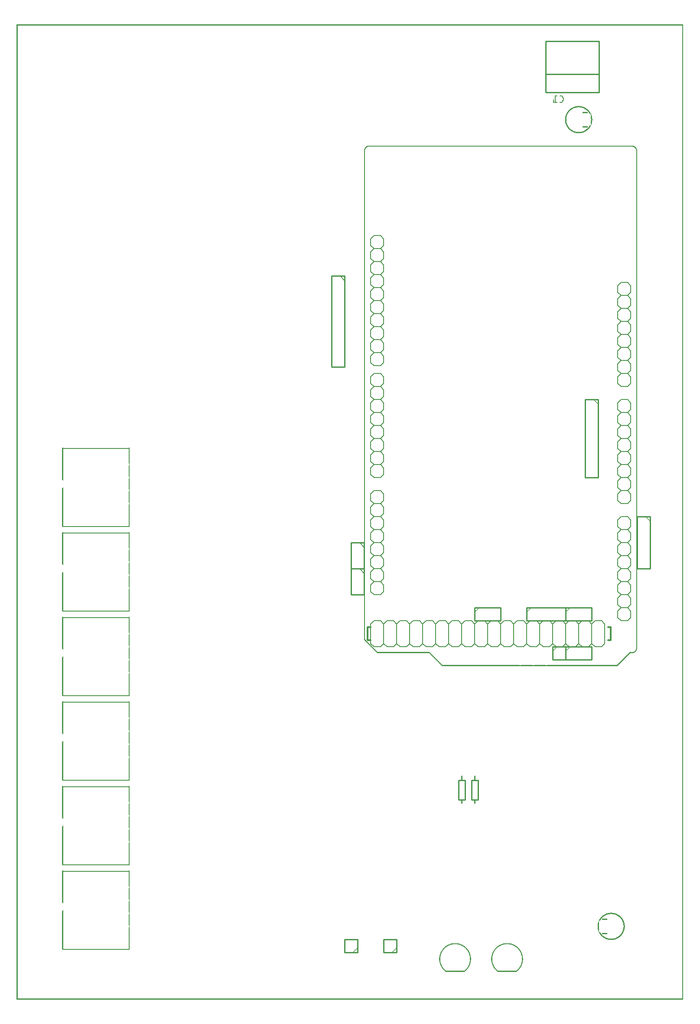
<source format=gbo>
G04 MADE WITH FRITZING*
G04 WWW.FRITZING.ORG*
G04 DOUBLE SIDED*
G04 HOLES PLATED*
G04 CONTOUR ON CENTER OF CONTOUR VECTOR*
%ASAXBY*%
%FSLAX23Y23*%
%MOIN*%
%OFA0B0*%
%SFA1.0B1.0*%
%ADD10C,0.012000*%
%ADD11C,0.006000*%
%ADD12C,0.010000*%
%ADD13C,0.005000*%
%ADD14C,0.008000*%
%ADD15C,0.010417*%
%ADD16R,0.001000X0.001000*%
%LNSILK0*%
G90*
G70*
G54D10*
X4547Y2863D02*
X4567Y2863D01*
D02*
X4567Y2863D02*
X4567Y2763D01*
D02*
X4567Y2763D02*
X4547Y2763D01*
D02*
X2722Y2863D02*
X2697Y2863D01*
D02*
X2697Y2863D02*
X2697Y2763D01*
D02*
X2697Y2763D02*
X2722Y2763D01*
G54D11*
D02*
X4622Y3088D02*
X4622Y3038D01*
D02*
X4622Y3038D02*
X4647Y3013D01*
D02*
X4647Y3013D02*
X4697Y3013D01*
D02*
X4697Y3013D02*
X4722Y3038D01*
D02*
X4647Y3213D02*
X4622Y3188D01*
D02*
X4622Y3188D02*
X4622Y3138D01*
D02*
X4622Y3138D02*
X4647Y3113D01*
D02*
X4647Y3113D02*
X4697Y3113D01*
D02*
X4697Y3113D02*
X4722Y3138D01*
D02*
X4722Y3138D02*
X4722Y3188D01*
D02*
X4722Y3188D02*
X4697Y3213D01*
D02*
X4622Y3088D02*
X4647Y3113D01*
D02*
X4697Y3113D02*
X4722Y3088D01*
D02*
X4722Y3038D02*
X4722Y3088D01*
D02*
X4622Y3388D02*
X4622Y3338D01*
D02*
X4622Y3338D02*
X4647Y3313D01*
D02*
X4647Y3313D02*
X4697Y3313D01*
D02*
X4697Y3313D02*
X4722Y3338D01*
D02*
X4647Y3313D02*
X4622Y3288D01*
D02*
X4622Y3288D02*
X4622Y3238D01*
D02*
X4622Y3238D02*
X4647Y3213D01*
D02*
X4647Y3213D02*
X4697Y3213D01*
D02*
X4697Y3213D02*
X4722Y3238D01*
D02*
X4722Y3238D02*
X4722Y3288D01*
D02*
X4722Y3288D02*
X4697Y3313D01*
D02*
X4647Y3513D02*
X4622Y3488D01*
D02*
X4622Y3488D02*
X4622Y3438D01*
D02*
X4622Y3438D02*
X4647Y3413D01*
D02*
X4647Y3413D02*
X4697Y3413D01*
D02*
X4697Y3413D02*
X4722Y3438D01*
D02*
X4722Y3438D02*
X4722Y3488D01*
D02*
X4722Y3488D02*
X4697Y3513D01*
D02*
X4622Y3388D02*
X4647Y3413D01*
D02*
X4697Y3413D02*
X4722Y3388D01*
D02*
X4722Y3338D02*
X4722Y3388D01*
D02*
X4622Y3688D02*
X4622Y3638D01*
D02*
X4622Y3638D02*
X4647Y3613D01*
D02*
X4647Y3613D02*
X4697Y3613D01*
D02*
X4697Y3613D02*
X4722Y3638D01*
D02*
X4647Y3613D02*
X4622Y3588D01*
D02*
X4622Y3588D02*
X4622Y3538D01*
D02*
X4622Y3538D02*
X4647Y3513D01*
D02*
X4647Y3513D02*
X4697Y3513D01*
D02*
X4697Y3513D02*
X4722Y3538D01*
D02*
X4722Y3538D02*
X4722Y3588D01*
D02*
X4722Y3588D02*
X4697Y3613D01*
D02*
X4647Y3713D02*
X4697Y3713D01*
D02*
X4622Y3688D02*
X4647Y3713D01*
D02*
X4697Y3713D02*
X4722Y3688D01*
D02*
X4722Y3638D02*
X4722Y3688D01*
D02*
X4622Y2988D02*
X4622Y2938D01*
D02*
X4622Y2938D02*
X4647Y2913D01*
D02*
X4647Y2913D02*
X4697Y2913D01*
D02*
X4697Y2913D02*
X4722Y2938D01*
D02*
X4622Y2988D02*
X4647Y3013D01*
D02*
X4697Y3013D02*
X4722Y2988D01*
D02*
X4722Y2938D02*
X4722Y2988D01*
D02*
X4622Y3988D02*
X4622Y3938D01*
D02*
X4622Y3938D02*
X4647Y3913D01*
D02*
X4647Y3913D02*
X4697Y3913D01*
D02*
X4697Y3913D02*
X4722Y3938D01*
D02*
X4647Y4113D02*
X4622Y4088D01*
D02*
X4622Y4088D02*
X4622Y4038D01*
D02*
X4622Y4038D02*
X4647Y4013D01*
D02*
X4647Y4013D02*
X4697Y4013D01*
D02*
X4697Y4013D02*
X4722Y4038D01*
D02*
X4722Y4038D02*
X4722Y4088D01*
D02*
X4722Y4088D02*
X4697Y4113D01*
D02*
X4622Y3988D02*
X4647Y4013D01*
D02*
X4697Y4013D02*
X4722Y3988D01*
D02*
X4722Y3938D02*
X4722Y3988D01*
D02*
X4622Y4288D02*
X4622Y4238D01*
D02*
X4622Y4238D02*
X4647Y4213D01*
D02*
X4647Y4213D02*
X4697Y4213D01*
D02*
X4697Y4213D02*
X4722Y4238D01*
D02*
X4647Y4213D02*
X4622Y4188D01*
D02*
X4622Y4188D02*
X4622Y4138D01*
D02*
X4622Y4138D02*
X4647Y4113D01*
D02*
X4647Y4113D02*
X4697Y4113D01*
D02*
X4697Y4113D02*
X4722Y4138D01*
D02*
X4722Y4138D02*
X4722Y4188D01*
D02*
X4722Y4188D02*
X4697Y4213D01*
D02*
X4647Y4413D02*
X4622Y4388D01*
D02*
X4622Y4388D02*
X4622Y4338D01*
D02*
X4622Y4338D02*
X4647Y4313D01*
D02*
X4647Y4313D02*
X4697Y4313D01*
D02*
X4697Y4313D02*
X4722Y4338D01*
D02*
X4722Y4338D02*
X4722Y4388D01*
D02*
X4722Y4388D02*
X4697Y4413D01*
D02*
X4622Y4288D02*
X4647Y4313D01*
D02*
X4697Y4313D02*
X4722Y4288D01*
D02*
X4722Y4238D02*
X4722Y4288D01*
D02*
X4622Y4588D02*
X4622Y4538D01*
D02*
X4622Y4538D02*
X4647Y4513D01*
D02*
X4647Y4513D02*
X4697Y4513D01*
D02*
X4697Y4513D02*
X4722Y4538D01*
D02*
X4647Y4513D02*
X4622Y4488D01*
D02*
X4622Y4488D02*
X4622Y4438D01*
D02*
X4622Y4438D02*
X4647Y4413D01*
D02*
X4647Y4413D02*
X4697Y4413D01*
D02*
X4697Y4413D02*
X4722Y4438D01*
D02*
X4722Y4438D02*
X4722Y4488D01*
D02*
X4722Y4488D02*
X4697Y4513D01*
D02*
X4647Y4613D02*
X4697Y4613D01*
D02*
X4622Y4588D02*
X4647Y4613D01*
D02*
X4697Y4613D02*
X4722Y4588D01*
D02*
X4722Y4538D02*
X4722Y4588D01*
D02*
X4622Y3888D02*
X4622Y3838D01*
D02*
X4622Y3838D02*
X4647Y3813D01*
D02*
X4647Y3813D02*
X4697Y3813D01*
D02*
X4697Y3813D02*
X4722Y3838D01*
D02*
X4622Y3888D02*
X4647Y3913D01*
D02*
X4697Y3913D02*
X4722Y3888D01*
D02*
X4722Y3838D02*
X4722Y3888D01*
D02*
X2822Y3738D02*
X2822Y3788D01*
D02*
X2822Y3788D02*
X2797Y3813D01*
D02*
X2797Y3813D02*
X2747Y3813D01*
D02*
X2747Y3813D02*
X2722Y3788D01*
D02*
X2797Y3613D02*
X2822Y3638D01*
D02*
X2822Y3638D02*
X2822Y3688D01*
D02*
X2822Y3688D02*
X2797Y3713D01*
D02*
X2797Y3713D02*
X2747Y3713D01*
D02*
X2747Y3713D02*
X2722Y3688D01*
D02*
X2722Y3688D02*
X2722Y3638D01*
D02*
X2722Y3638D02*
X2747Y3613D01*
D02*
X2822Y3738D02*
X2797Y3713D01*
D02*
X2747Y3713D02*
X2722Y3738D01*
D02*
X2722Y3788D02*
X2722Y3738D01*
D02*
X2822Y3438D02*
X2822Y3488D01*
D02*
X2822Y3488D02*
X2797Y3513D01*
D02*
X2797Y3513D02*
X2747Y3513D01*
D02*
X2747Y3513D02*
X2722Y3488D01*
D02*
X2797Y3513D02*
X2822Y3538D01*
D02*
X2822Y3538D02*
X2822Y3588D01*
D02*
X2822Y3588D02*
X2797Y3613D01*
D02*
X2797Y3613D02*
X2747Y3613D01*
D02*
X2747Y3613D02*
X2722Y3588D01*
D02*
X2722Y3588D02*
X2722Y3538D01*
D02*
X2722Y3538D02*
X2747Y3513D01*
D02*
X2797Y3313D02*
X2822Y3338D01*
D02*
X2822Y3338D02*
X2822Y3388D01*
D02*
X2822Y3388D02*
X2797Y3413D01*
D02*
X2797Y3413D02*
X2747Y3413D01*
D02*
X2747Y3413D02*
X2722Y3388D01*
D02*
X2722Y3388D02*
X2722Y3338D01*
D02*
X2722Y3338D02*
X2747Y3313D01*
D02*
X2822Y3438D02*
X2797Y3413D01*
D02*
X2747Y3413D02*
X2722Y3438D01*
D02*
X2722Y3488D02*
X2722Y3438D01*
D02*
X2822Y3138D02*
X2822Y3188D01*
D02*
X2822Y3188D02*
X2797Y3213D01*
D02*
X2797Y3213D02*
X2747Y3213D01*
D02*
X2747Y3213D02*
X2722Y3188D01*
D02*
X2797Y3213D02*
X2822Y3238D01*
D02*
X2822Y3238D02*
X2822Y3288D01*
D02*
X2822Y3288D02*
X2797Y3313D01*
D02*
X2797Y3313D02*
X2747Y3313D01*
D02*
X2747Y3313D02*
X2722Y3288D01*
D02*
X2722Y3288D02*
X2722Y3238D01*
D02*
X2722Y3238D02*
X2747Y3213D01*
D02*
X2797Y3113D02*
X2747Y3113D01*
D02*
X2822Y3138D02*
X2797Y3113D01*
D02*
X2747Y3113D02*
X2722Y3138D01*
D02*
X2722Y3188D02*
X2722Y3138D01*
D02*
X2822Y3838D02*
X2822Y3888D01*
D02*
X2822Y3888D02*
X2797Y3913D01*
D02*
X2797Y3913D02*
X2747Y3913D01*
D02*
X2747Y3913D02*
X2722Y3888D01*
D02*
X2822Y3838D02*
X2797Y3813D01*
D02*
X2747Y3813D02*
X2722Y3838D01*
D02*
X2722Y3888D02*
X2722Y3838D01*
D02*
X2747Y5073D02*
X2722Y5048D01*
D02*
X2722Y5048D02*
X2722Y4998D01*
D02*
X2722Y4998D02*
X2747Y4973D01*
D02*
X2747Y4973D02*
X2797Y4973D01*
D02*
X2797Y4973D02*
X2822Y4998D01*
D02*
X2822Y4998D02*
X2822Y5048D01*
D02*
X2822Y5048D02*
X2797Y5073D01*
D02*
X2722Y5248D02*
X2722Y5198D01*
D02*
X2722Y5198D02*
X2747Y5173D01*
D02*
X2747Y5173D02*
X2797Y5173D01*
D02*
X2797Y5173D02*
X2822Y5198D01*
D02*
X2747Y5173D02*
X2722Y5148D01*
D02*
X2722Y5148D02*
X2722Y5098D01*
D02*
X2722Y5098D02*
X2747Y5073D01*
D02*
X2747Y5073D02*
X2797Y5073D01*
D02*
X2797Y5073D02*
X2822Y5098D01*
D02*
X2822Y5098D02*
X2822Y5148D01*
D02*
X2822Y5148D02*
X2797Y5173D01*
D02*
X2747Y5373D02*
X2722Y5348D01*
D02*
X2722Y5348D02*
X2722Y5298D01*
D02*
X2722Y5298D02*
X2747Y5273D01*
D02*
X2747Y5273D02*
X2797Y5273D01*
D02*
X2797Y5273D02*
X2822Y5298D01*
D02*
X2822Y5298D02*
X2822Y5348D01*
D02*
X2822Y5348D02*
X2797Y5373D01*
D02*
X2722Y5248D02*
X2747Y5273D01*
D02*
X2797Y5273D02*
X2822Y5248D01*
D02*
X2822Y5198D02*
X2822Y5248D01*
D02*
X2722Y5548D02*
X2722Y5498D01*
D02*
X2722Y5498D02*
X2747Y5473D01*
D02*
X2747Y5473D02*
X2797Y5473D01*
D02*
X2797Y5473D02*
X2822Y5498D01*
D02*
X2747Y5473D02*
X2722Y5448D01*
D02*
X2722Y5448D02*
X2722Y5398D01*
D02*
X2722Y5398D02*
X2747Y5373D01*
D02*
X2747Y5373D02*
X2797Y5373D01*
D02*
X2797Y5373D02*
X2822Y5398D01*
D02*
X2822Y5398D02*
X2822Y5448D01*
D02*
X2822Y5448D02*
X2797Y5473D01*
D02*
X2747Y5673D02*
X2722Y5648D01*
D02*
X2722Y5648D02*
X2722Y5598D01*
D02*
X2722Y5598D02*
X2747Y5573D01*
D02*
X2747Y5573D02*
X2797Y5573D01*
D02*
X2797Y5573D02*
X2822Y5598D01*
D02*
X2822Y5598D02*
X2822Y5648D01*
D02*
X2822Y5648D02*
X2797Y5673D01*
D02*
X2722Y5548D02*
X2747Y5573D01*
D02*
X2797Y5573D02*
X2822Y5548D01*
D02*
X2822Y5498D02*
X2822Y5548D01*
D02*
X2722Y5848D02*
X2722Y5798D01*
D02*
X2722Y5798D02*
X2747Y5773D01*
D02*
X2747Y5773D02*
X2797Y5773D01*
D02*
X2797Y5773D02*
X2822Y5798D01*
D02*
X2747Y5773D02*
X2722Y5748D01*
D02*
X2722Y5748D02*
X2722Y5698D01*
D02*
X2722Y5698D02*
X2747Y5673D01*
D02*
X2747Y5673D02*
X2797Y5673D01*
D02*
X2797Y5673D02*
X2822Y5698D01*
D02*
X2822Y5698D02*
X2822Y5748D01*
D02*
X2822Y5748D02*
X2797Y5773D01*
D02*
X2747Y5873D02*
X2797Y5873D01*
D02*
X2722Y5848D02*
X2747Y5873D01*
D02*
X2797Y5873D02*
X2822Y5848D01*
D02*
X2822Y5798D02*
X2822Y5848D01*
D02*
X2722Y4948D02*
X2722Y4898D01*
D02*
X2722Y4898D02*
X2747Y4873D01*
D02*
X2747Y4873D02*
X2797Y4873D01*
D02*
X2797Y4873D02*
X2822Y4898D01*
D02*
X2722Y4948D02*
X2747Y4973D01*
D02*
X2797Y4973D02*
X2822Y4948D01*
D02*
X2822Y4898D02*
X2822Y4948D01*
D02*
X4622Y4888D02*
X4622Y4838D01*
D02*
X4622Y4838D02*
X4647Y4813D01*
D02*
X4647Y4813D02*
X4697Y4813D01*
D02*
X4697Y4813D02*
X4722Y4838D01*
D02*
X4647Y5013D02*
X4622Y4988D01*
D02*
X4622Y4988D02*
X4622Y4938D01*
D02*
X4622Y4938D02*
X4647Y4913D01*
D02*
X4647Y4913D02*
X4697Y4913D01*
D02*
X4697Y4913D02*
X4722Y4938D01*
D02*
X4722Y4938D02*
X4722Y4988D01*
D02*
X4722Y4988D02*
X4697Y5013D01*
D02*
X4622Y4888D02*
X4647Y4913D01*
D02*
X4697Y4913D02*
X4722Y4888D01*
D02*
X4722Y4838D02*
X4722Y4888D01*
D02*
X4622Y5188D02*
X4622Y5138D01*
D02*
X4622Y5138D02*
X4647Y5113D01*
D02*
X4647Y5113D02*
X4697Y5113D01*
D02*
X4697Y5113D02*
X4722Y5138D01*
D02*
X4647Y5113D02*
X4622Y5088D01*
D02*
X4622Y5088D02*
X4622Y5038D01*
D02*
X4622Y5038D02*
X4647Y5013D01*
D02*
X4647Y5013D02*
X4697Y5013D01*
D02*
X4697Y5013D02*
X4722Y5038D01*
D02*
X4722Y5038D02*
X4722Y5088D01*
D02*
X4722Y5088D02*
X4697Y5113D01*
D02*
X4647Y5313D02*
X4622Y5288D01*
D02*
X4622Y5288D02*
X4622Y5238D01*
D02*
X4622Y5238D02*
X4647Y5213D01*
D02*
X4647Y5213D02*
X4697Y5213D01*
D02*
X4697Y5213D02*
X4722Y5238D01*
D02*
X4722Y5238D02*
X4722Y5288D01*
D02*
X4722Y5288D02*
X4697Y5313D01*
D02*
X4622Y5188D02*
X4647Y5213D01*
D02*
X4697Y5213D02*
X4722Y5188D01*
D02*
X4722Y5138D02*
X4722Y5188D01*
D02*
X4622Y5488D02*
X4622Y5438D01*
D02*
X4622Y5438D02*
X4647Y5413D01*
D02*
X4647Y5413D02*
X4697Y5413D01*
D02*
X4697Y5413D02*
X4722Y5438D01*
D02*
X4647Y5413D02*
X4622Y5388D01*
D02*
X4622Y5388D02*
X4622Y5338D01*
D02*
X4622Y5338D02*
X4647Y5313D01*
D02*
X4647Y5313D02*
X4697Y5313D01*
D02*
X4697Y5313D02*
X4722Y5338D01*
D02*
X4722Y5338D02*
X4722Y5388D01*
D02*
X4722Y5388D02*
X4697Y5413D01*
D02*
X4647Y5513D02*
X4697Y5513D01*
D02*
X4622Y5488D02*
X4647Y5513D01*
D02*
X4697Y5513D02*
X4722Y5488D01*
D02*
X4722Y5438D02*
X4722Y5488D01*
D02*
X4622Y4788D02*
X4622Y4738D01*
D02*
X4622Y4738D02*
X4647Y4713D01*
D02*
X4647Y4713D02*
X4697Y4713D01*
D02*
X4697Y4713D02*
X4722Y4738D01*
D02*
X4622Y4788D02*
X4647Y4813D01*
D02*
X4697Y4813D02*
X4722Y4788D01*
D02*
X4722Y4738D02*
X4722Y4788D01*
D02*
X2822Y4638D02*
X2822Y4688D01*
D02*
X2822Y4688D02*
X2797Y4713D01*
D02*
X2797Y4713D02*
X2747Y4713D01*
D02*
X2747Y4713D02*
X2722Y4688D01*
D02*
X2797Y4513D02*
X2822Y4538D01*
D02*
X2822Y4538D02*
X2822Y4588D01*
D02*
X2822Y4588D02*
X2797Y4613D01*
D02*
X2797Y4613D02*
X2747Y4613D01*
D02*
X2747Y4613D02*
X2722Y4588D01*
D02*
X2722Y4588D02*
X2722Y4538D01*
D02*
X2722Y4538D02*
X2747Y4513D01*
D02*
X2822Y4638D02*
X2797Y4613D01*
D02*
X2747Y4613D02*
X2722Y4638D01*
D02*
X2722Y4688D02*
X2722Y4638D01*
D02*
X2822Y4338D02*
X2822Y4388D01*
D02*
X2822Y4388D02*
X2797Y4413D01*
D02*
X2797Y4413D02*
X2747Y4413D01*
D02*
X2747Y4413D02*
X2722Y4388D01*
D02*
X2797Y4413D02*
X2822Y4438D01*
D02*
X2822Y4438D02*
X2822Y4488D01*
D02*
X2822Y4488D02*
X2797Y4513D01*
D02*
X2797Y4513D02*
X2747Y4513D01*
D02*
X2747Y4513D02*
X2722Y4488D01*
D02*
X2722Y4488D02*
X2722Y4438D01*
D02*
X2722Y4438D02*
X2747Y4413D01*
D02*
X2797Y4213D02*
X2822Y4238D01*
D02*
X2822Y4238D02*
X2822Y4288D01*
D02*
X2822Y4288D02*
X2797Y4313D01*
D02*
X2797Y4313D02*
X2747Y4313D01*
D02*
X2747Y4313D02*
X2722Y4288D01*
D02*
X2722Y4288D02*
X2722Y4238D01*
D02*
X2722Y4238D02*
X2747Y4213D01*
D02*
X2822Y4338D02*
X2797Y4313D01*
D02*
X2747Y4313D02*
X2722Y4338D01*
D02*
X2722Y4388D02*
X2722Y4338D01*
D02*
X2822Y4038D02*
X2822Y4088D01*
D02*
X2822Y4088D02*
X2797Y4113D01*
D02*
X2797Y4113D02*
X2747Y4113D01*
D02*
X2747Y4113D02*
X2722Y4088D01*
D02*
X2797Y4113D02*
X2822Y4138D01*
D02*
X2822Y4138D02*
X2822Y4188D01*
D02*
X2822Y4188D02*
X2797Y4213D01*
D02*
X2797Y4213D02*
X2747Y4213D01*
D02*
X2747Y4213D02*
X2722Y4188D01*
D02*
X2722Y4188D02*
X2722Y4138D01*
D02*
X2722Y4138D02*
X2747Y4113D01*
D02*
X2797Y4013D02*
X2747Y4013D01*
D02*
X2822Y4038D02*
X2797Y4013D01*
D02*
X2747Y4013D02*
X2722Y4038D01*
D02*
X2722Y4088D02*
X2722Y4038D01*
D02*
X2822Y4738D02*
X2822Y4788D01*
D02*
X2822Y4788D02*
X2797Y4813D01*
D02*
X2797Y4813D02*
X2747Y4813D01*
D02*
X2747Y4813D02*
X2722Y4788D01*
D02*
X2822Y4738D02*
X2797Y4713D01*
D02*
X2747Y4713D02*
X2722Y4738D01*
D02*
X2722Y4788D02*
X2722Y4738D01*
D02*
X2722Y2888D02*
X2747Y2913D01*
D02*
X2747Y2913D02*
X2797Y2913D01*
D02*
X2797Y2913D02*
X2822Y2888D01*
D02*
X2822Y2888D02*
X2847Y2913D01*
D02*
X2847Y2913D02*
X2897Y2913D01*
D02*
X2897Y2913D02*
X2922Y2888D01*
D02*
X2922Y2888D02*
X2947Y2913D01*
D02*
X2947Y2913D02*
X2997Y2913D01*
D02*
X2997Y2913D02*
X3022Y2888D01*
D02*
X3022Y2888D02*
X3047Y2913D01*
D02*
X3047Y2913D02*
X3097Y2913D01*
D02*
X3097Y2913D02*
X3122Y2888D01*
D02*
X3122Y2888D02*
X3147Y2913D01*
D02*
X3147Y2913D02*
X3197Y2913D01*
D02*
X3197Y2913D02*
X3222Y2888D01*
D02*
X3222Y2888D02*
X3247Y2913D01*
D02*
X3247Y2913D02*
X3297Y2913D01*
D02*
X3297Y2913D02*
X3322Y2888D01*
D02*
X2722Y2888D02*
X2722Y2738D01*
D02*
X2722Y2738D02*
X2747Y2713D01*
D02*
X2747Y2713D02*
X2797Y2713D01*
D02*
X2797Y2713D02*
X2822Y2738D01*
D02*
X2822Y2738D02*
X2847Y2713D01*
D02*
X2847Y2713D02*
X2897Y2713D01*
D02*
X2897Y2713D02*
X2922Y2738D01*
D02*
X2922Y2738D02*
X2947Y2713D01*
D02*
X2947Y2713D02*
X2997Y2713D01*
D02*
X2997Y2713D02*
X3022Y2738D01*
D02*
X3022Y2738D02*
X3047Y2713D01*
D02*
X3047Y2713D02*
X3097Y2713D01*
D02*
X3097Y2713D02*
X3122Y2738D01*
D02*
X3122Y2738D02*
X3147Y2713D01*
D02*
X3147Y2713D02*
X3197Y2713D01*
D02*
X3197Y2713D02*
X3222Y2738D01*
D02*
X3222Y2738D02*
X3247Y2713D01*
D02*
X3247Y2713D02*
X3297Y2713D01*
D02*
X3297Y2713D02*
X3322Y2738D01*
D02*
X3322Y2738D02*
X3347Y2713D01*
D02*
X3347Y2713D02*
X3397Y2713D01*
D02*
X3397Y2713D02*
X3422Y2738D01*
D02*
X3422Y2738D02*
X3447Y2713D01*
D02*
X3447Y2713D02*
X3497Y2713D01*
D02*
X3497Y2713D02*
X3522Y2738D01*
D02*
X3522Y2738D02*
X3547Y2713D01*
D02*
X3547Y2713D02*
X3597Y2713D01*
D02*
X3597Y2713D02*
X3622Y2738D01*
D02*
X3622Y2738D02*
X3647Y2713D01*
D02*
X3647Y2713D02*
X3697Y2713D01*
D02*
X3697Y2713D02*
X3722Y2738D01*
D02*
X3722Y2738D02*
X3747Y2713D01*
D02*
X3747Y2713D02*
X3797Y2713D01*
D02*
X3797Y2713D02*
X3822Y2738D01*
D02*
X3822Y2738D02*
X3847Y2713D01*
D02*
X3847Y2713D02*
X3897Y2713D01*
D02*
X3922Y2738D02*
X3897Y2713D01*
D02*
X3922Y2738D02*
X3947Y2713D01*
D02*
X3997Y2713D02*
X3947Y2713D01*
D02*
X3997Y2713D02*
X4022Y2738D01*
D02*
X4022Y2738D02*
X4047Y2713D01*
D02*
X4097Y2713D02*
X4047Y2713D01*
D02*
X4097Y2713D02*
X4122Y2738D01*
D02*
X4122Y2738D02*
X4147Y2713D01*
D02*
X4197Y2713D02*
X4147Y2713D01*
D02*
X4197Y2713D02*
X4222Y2738D01*
D02*
X4222Y2738D02*
X4247Y2713D01*
D02*
X4297Y2713D02*
X4247Y2713D01*
D02*
X4297Y2713D02*
X4322Y2738D01*
D02*
X4322Y2738D02*
X4347Y2713D01*
D02*
X4397Y2713D02*
X4347Y2713D01*
D02*
X4397Y2713D02*
X4422Y2738D01*
D02*
X4422Y2738D02*
X4447Y2713D01*
D02*
X4497Y2713D02*
X4447Y2713D01*
D02*
X4497Y2713D02*
X4522Y2738D01*
D02*
X4522Y2888D02*
X4497Y2913D01*
D02*
X4497Y2913D02*
X4447Y2913D01*
D02*
X4422Y2888D02*
X4447Y2913D01*
D02*
X4422Y2888D02*
X4397Y2913D01*
D02*
X4397Y2913D02*
X4347Y2913D01*
D02*
X4322Y2888D02*
X4347Y2913D01*
D02*
X4322Y2888D02*
X4297Y2913D01*
D02*
X4247Y2913D02*
X4297Y2913D01*
D02*
X4247Y2913D02*
X4222Y2888D01*
D02*
X4222Y2888D02*
X4197Y2913D01*
D02*
X4147Y2913D02*
X4197Y2913D01*
D02*
X4147Y2913D02*
X4122Y2888D01*
D02*
X4122Y2888D02*
X4097Y2913D01*
D02*
X4097Y2913D02*
X4047Y2913D01*
D02*
X4022Y2888D02*
X4047Y2913D01*
D02*
X4022Y2888D02*
X3997Y2913D01*
D02*
X3997Y2913D02*
X3947Y2913D01*
D02*
X3922Y2888D02*
X3947Y2913D01*
D02*
X3922Y2888D02*
X3897Y2913D01*
D02*
X3897Y2913D02*
X3847Y2913D01*
D02*
X3822Y2888D02*
X3847Y2913D01*
D02*
X3822Y2888D02*
X3797Y2913D01*
D02*
X3797Y2913D02*
X3747Y2913D01*
D02*
X3722Y2888D02*
X3747Y2913D01*
D02*
X3722Y2888D02*
X3697Y2913D01*
D02*
X3697Y2913D02*
X3647Y2913D01*
D02*
X3622Y2888D02*
X3647Y2913D01*
D02*
X3622Y2888D02*
X3597Y2913D01*
D02*
X3597Y2913D02*
X3547Y2913D01*
D02*
X3522Y2888D02*
X3547Y2913D01*
D02*
X3522Y2888D02*
X3497Y2913D01*
D02*
X3497Y2913D02*
X3447Y2913D01*
D02*
X3422Y2888D02*
X3447Y2913D01*
D02*
X3422Y2888D02*
X3397Y2913D01*
D02*
X3397Y2913D02*
X3347Y2913D01*
D02*
X3322Y2888D02*
X3347Y2913D01*
D02*
X2822Y2738D02*
X2822Y2888D01*
D02*
X2922Y2738D02*
X2922Y2888D01*
D02*
X3022Y2738D02*
X3022Y2888D01*
D02*
X3122Y2738D02*
X3122Y2888D01*
D02*
X3222Y2738D02*
X3222Y2888D01*
D02*
X3322Y2738D02*
X3322Y2888D01*
D02*
X3422Y2738D02*
X3422Y2888D01*
D02*
X3522Y2738D02*
X3522Y2888D01*
D02*
X3622Y2738D02*
X3622Y2888D01*
D02*
X3722Y2738D02*
X3722Y2888D01*
D02*
X3822Y2738D02*
X3822Y2888D01*
D02*
X3922Y2738D02*
X3922Y2888D01*
D02*
X4022Y2738D02*
X4022Y2888D01*
D02*
X4122Y2738D02*
X4122Y2888D01*
D02*
X4222Y2738D02*
X4222Y2888D01*
D02*
X4322Y2738D02*
X4322Y2888D01*
D02*
X4422Y2738D02*
X4422Y2888D01*
D02*
X4522Y2738D02*
X4522Y2888D01*
G54D12*
D02*
X2672Y3513D02*
X2672Y3313D01*
D02*
X2672Y3313D02*
X2572Y3313D01*
D02*
X2572Y3313D02*
X2572Y3513D01*
D02*
X2572Y3513D02*
X2672Y3513D01*
G54D13*
D02*
X2672Y3478D02*
X2637Y3513D01*
G54D12*
D02*
X2922Y363D02*
X2822Y363D01*
D02*
X2822Y363D02*
X2822Y463D01*
D02*
X2822Y463D02*
X2922Y463D01*
D02*
X2922Y463D02*
X2922Y363D01*
D02*
X4472Y4613D02*
X4472Y4013D01*
D02*
X4472Y4013D02*
X4372Y4013D01*
D02*
X4372Y4013D02*
X4372Y4613D01*
D02*
X4372Y4613D02*
X4472Y4613D01*
D02*
X2522Y5563D02*
X2522Y4863D01*
D02*
X2522Y4863D02*
X2422Y4863D01*
D02*
X2422Y4863D02*
X2422Y5563D01*
D02*
X2422Y5563D02*
X2522Y5563D01*
G54D13*
D02*
X2522Y5528D02*
X2487Y5563D01*
G54D12*
D02*
X2672Y3313D02*
X2672Y3113D01*
D02*
X2672Y3113D02*
X2572Y3113D01*
D02*
X2572Y3113D02*
X2572Y3313D01*
D02*
X2572Y3313D02*
X2672Y3313D01*
G54D13*
D02*
X2672Y3278D02*
X2637Y3313D01*
G54D14*
D02*
X354Y388D02*
X866Y388D01*
D02*
X866Y988D02*
X354Y988D01*
D02*
X354Y1038D02*
X866Y1038D01*
D02*
X866Y1638D02*
X354Y1638D01*
D02*
X354Y1688D02*
X866Y1688D01*
D02*
X866Y2288D02*
X354Y2288D01*
D02*
X354Y2988D02*
X866Y2988D01*
D02*
X866Y3588D02*
X354Y3588D01*
D02*
X354Y2338D02*
X866Y2338D01*
D02*
X866Y2938D02*
X354Y2938D01*
D02*
X354Y3638D02*
X866Y3638D01*
D02*
X866Y4238D02*
X354Y4238D01*
G54D12*
D02*
X2622Y363D02*
X2522Y363D01*
D02*
X2522Y363D02*
X2522Y463D01*
D02*
X2522Y463D02*
X2622Y463D01*
D02*
X2622Y463D02*
X2622Y363D01*
D02*
X4122Y2713D02*
X4222Y2713D01*
D02*
X4222Y2713D02*
X4222Y2613D01*
D02*
X4222Y2613D02*
X4122Y2613D01*
D02*
X4122Y2613D02*
X4122Y2713D01*
D02*
X3922Y3013D02*
X4222Y3013D01*
D02*
X4222Y3013D02*
X4222Y2913D01*
D02*
X4222Y2913D02*
X3922Y2913D01*
D02*
X3922Y2913D02*
X3922Y3013D01*
D02*
X3522Y3013D02*
X3722Y3013D01*
D02*
X3722Y3013D02*
X3722Y2913D01*
D02*
X3722Y2913D02*
X3522Y2913D01*
D02*
X3522Y2913D02*
X3522Y3013D01*
D02*
X4222Y2713D02*
X4422Y2713D01*
D02*
X4422Y2713D02*
X4422Y2613D01*
D02*
X4422Y2613D02*
X4222Y2613D01*
D02*
X4222Y2613D02*
X4222Y2713D01*
D02*
X4222Y3013D02*
X4422Y3013D01*
D02*
X4422Y3013D02*
X4422Y2913D01*
D02*
X4422Y2913D02*
X4222Y2913D01*
D02*
X4222Y2913D02*
X4222Y3013D01*
D02*
X4872Y3713D02*
X4872Y3313D01*
D02*
X4872Y3313D02*
X4772Y3313D01*
D02*
X4772Y3313D02*
X4772Y3713D01*
D02*
X4772Y3713D02*
X4872Y3713D01*
D02*
X3398Y1688D02*
X3398Y1538D01*
D02*
X3398Y1538D02*
X3448Y1538D01*
D02*
X3448Y1538D02*
X3448Y1688D01*
D02*
X3448Y1688D02*
X3398Y1688D01*
D02*
X3498Y1688D02*
X3498Y1538D01*
D02*
X3498Y1538D02*
X3548Y1538D01*
D02*
X3548Y1538D02*
X3548Y1688D01*
D02*
X3548Y1688D02*
X3498Y1688D01*
G54D15*
D02*
X4067Y7368D02*
X4478Y7368D01*
D02*
X4478Y7368D02*
X4478Y6972D01*
D02*
X4478Y6972D02*
X4067Y6972D01*
D02*
X4067Y6972D02*
X4067Y7368D01*
D02*
X4478Y7114D02*
X4067Y7114D01*
G54D16*
X0Y7495D02*
X5125Y7495D01*
X0Y7494D02*
X5125Y7494D01*
X0Y7493D02*
X5125Y7493D01*
X0Y7492D02*
X5125Y7492D01*
X0Y7491D02*
X5125Y7491D01*
X0Y7490D02*
X5125Y7490D01*
X0Y7489D02*
X5125Y7489D01*
X0Y7488D02*
X5125Y7488D01*
X0Y7487D02*
X7Y7487D01*
X5118Y7487D02*
X5125Y7487D01*
X0Y7486D02*
X7Y7486D01*
X5118Y7486D02*
X5125Y7486D01*
X0Y7485D02*
X7Y7485D01*
X5118Y7485D02*
X5125Y7485D01*
X0Y7484D02*
X7Y7484D01*
X5118Y7484D02*
X5125Y7484D01*
X0Y7483D02*
X7Y7483D01*
X5118Y7483D02*
X5125Y7483D01*
X0Y7482D02*
X7Y7482D01*
X5118Y7482D02*
X5125Y7482D01*
X0Y7481D02*
X7Y7481D01*
X5118Y7481D02*
X5125Y7481D01*
X0Y7480D02*
X7Y7480D01*
X5118Y7480D02*
X5125Y7480D01*
X0Y7479D02*
X7Y7479D01*
X5118Y7479D02*
X5125Y7479D01*
X0Y7478D02*
X7Y7478D01*
X5118Y7478D02*
X5125Y7478D01*
X0Y7477D02*
X7Y7477D01*
X5118Y7477D02*
X5125Y7477D01*
X0Y7476D02*
X7Y7476D01*
X5118Y7476D02*
X5125Y7476D01*
X0Y7475D02*
X7Y7475D01*
X5118Y7475D02*
X5125Y7475D01*
X0Y7474D02*
X7Y7474D01*
X5118Y7474D02*
X5125Y7474D01*
X0Y7473D02*
X7Y7473D01*
X5118Y7473D02*
X5125Y7473D01*
X0Y7472D02*
X7Y7472D01*
X5118Y7472D02*
X5125Y7472D01*
X0Y7471D02*
X7Y7471D01*
X5118Y7471D02*
X5125Y7471D01*
X0Y7470D02*
X7Y7470D01*
X5118Y7470D02*
X5125Y7470D01*
X0Y7469D02*
X7Y7469D01*
X5118Y7469D02*
X5125Y7469D01*
X0Y7468D02*
X7Y7468D01*
X5118Y7468D02*
X5125Y7468D01*
X0Y7467D02*
X7Y7467D01*
X5118Y7467D02*
X5125Y7467D01*
X0Y7466D02*
X7Y7466D01*
X5118Y7466D02*
X5125Y7466D01*
X0Y7465D02*
X7Y7465D01*
X5118Y7465D02*
X5125Y7465D01*
X0Y7464D02*
X7Y7464D01*
X5118Y7464D02*
X5125Y7464D01*
X0Y7463D02*
X7Y7463D01*
X5118Y7463D02*
X5125Y7463D01*
X0Y7462D02*
X7Y7462D01*
X5118Y7462D02*
X5125Y7462D01*
X0Y7461D02*
X7Y7461D01*
X5118Y7461D02*
X5125Y7461D01*
X0Y7460D02*
X7Y7460D01*
X5118Y7460D02*
X5125Y7460D01*
X0Y7459D02*
X7Y7459D01*
X5118Y7459D02*
X5125Y7459D01*
X0Y7458D02*
X7Y7458D01*
X5118Y7458D02*
X5125Y7458D01*
X0Y7457D02*
X7Y7457D01*
X5118Y7457D02*
X5125Y7457D01*
X0Y7456D02*
X7Y7456D01*
X5118Y7456D02*
X5125Y7456D01*
X0Y7455D02*
X7Y7455D01*
X5118Y7455D02*
X5125Y7455D01*
X0Y7454D02*
X7Y7454D01*
X5118Y7454D02*
X5125Y7454D01*
X0Y7453D02*
X7Y7453D01*
X5118Y7453D02*
X5125Y7453D01*
X0Y7452D02*
X7Y7452D01*
X5118Y7452D02*
X5125Y7452D01*
X0Y7451D02*
X7Y7451D01*
X5118Y7451D02*
X5125Y7451D01*
X0Y7450D02*
X7Y7450D01*
X5118Y7450D02*
X5125Y7450D01*
X0Y7449D02*
X7Y7449D01*
X5118Y7449D02*
X5125Y7449D01*
X0Y7448D02*
X7Y7448D01*
X5118Y7448D02*
X5125Y7448D01*
X0Y7447D02*
X7Y7447D01*
X5118Y7447D02*
X5125Y7447D01*
X0Y7446D02*
X7Y7446D01*
X5118Y7446D02*
X5125Y7446D01*
X0Y7445D02*
X7Y7445D01*
X5118Y7445D02*
X5125Y7445D01*
X0Y7444D02*
X7Y7444D01*
X5118Y7444D02*
X5125Y7444D01*
X0Y7443D02*
X7Y7443D01*
X5118Y7443D02*
X5125Y7443D01*
X0Y7442D02*
X7Y7442D01*
X5118Y7442D02*
X5125Y7442D01*
X0Y7441D02*
X7Y7441D01*
X5118Y7441D02*
X5125Y7441D01*
X0Y7440D02*
X7Y7440D01*
X5118Y7440D02*
X5125Y7440D01*
X0Y7439D02*
X7Y7439D01*
X5118Y7439D02*
X5125Y7439D01*
X0Y7438D02*
X7Y7438D01*
X5118Y7438D02*
X5125Y7438D01*
X0Y7437D02*
X7Y7437D01*
X5118Y7437D02*
X5125Y7437D01*
X0Y7436D02*
X7Y7436D01*
X5118Y7436D02*
X5125Y7436D01*
X0Y7435D02*
X7Y7435D01*
X5118Y7435D02*
X5125Y7435D01*
X0Y7434D02*
X7Y7434D01*
X5118Y7434D02*
X5125Y7434D01*
X0Y7433D02*
X7Y7433D01*
X5118Y7433D02*
X5125Y7433D01*
X0Y7432D02*
X7Y7432D01*
X5118Y7432D02*
X5125Y7432D01*
X0Y7431D02*
X7Y7431D01*
X5118Y7431D02*
X5125Y7431D01*
X0Y7430D02*
X7Y7430D01*
X5118Y7430D02*
X5125Y7430D01*
X0Y7429D02*
X7Y7429D01*
X5118Y7429D02*
X5125Y7429D01*
X0Y7428D02*
X7Y7428D01*
X5118Y7428D02*
X5125Y7428D01*
X0Y7427D02*
X7Y7427D01*
X5118Y7427D02*
X5125Y7427D01*
X0Y7426D02*
X7Y7426D01*
X5118Y7426D02*
X5125Y7426D01*
X0Y7425D02*
X7Y7425D01*
X5118Y7425D02*
X5125Y7425D01*
X0Y7424D02*
X7Y7424D01*
X5118Y7424D02*
X5125Y7424D01*
X0Y7423D02*
X7Y7423D01*
X5118Y7423D02*
X5125Y7423D01*
X0Y7422D02*
X7Y7422D01*
X5118Y7422D02*
X5125Y7422D01*
X0Y7421D02*
X7Y7421D01*
X5118Y7421D02*
X5125Y7421D01*
X0Y7420D02*
X7Y7420D01*
X5118Y7420D02*
X5125Y7420D01*
X0Y7419D02*
X7Y7419D01*
X5118Y7419D02*
X5125Y7419D01*
X0Y7418D02*
X7Y7418D01*
X5118Y7418D02*
X5125Y7418D01*
X0Y7417D02*
X7Y7417D01*
X5118Y7417D02*
X5125Y7417D01*
X0Y7416D02*
X7Y7416D01*
X5118Y7416D02*
X5125Y7416D01*
X0Y7415D02*
X7Y7415D01*
X5118Y7415D02*
X5125Y7415D01*
X0Y7414D02*
X7Y7414D01*
X5118Y7414D02*
X5125Y7414D01*
X0Y7413D02*
X7Y7413D01*
X5118Y7413D02*
X5125Y7413D01*
X0Y7412D02*
X7Y7412D01*
X5118Y7412D02*
X5125Y7412D01*
X0Y7411D02*
X7Y7411D01*
X5118Y7411D02*
X5125Y7411D01*
X0Y7410D02*
X7Y7410D01*
X5118Y7410D02*
X5125Y7410D01*
X0Y7409D02*
X7Y7409D01*
X5118Y7409D02*
X5125Y7409D01*
X0Y7408D02*
X7Y7408D01*
X5118Y7408D02*
X5125Y7408D01*
X0Y7407D02*
X7Y7407D01*
X5118Y7407D02*
X5125Y7407D01*
X0Y7406D02*
X7Y7406D01*
X5118Y7406D02*
X5125Y7406D01*
X0Y7405D02*
X7Y7405D01*
X5118Y7405D02*
X5125Y7405D01*
X0Y7404D02*
X7Y7404D01*
X5118Y7404D02*
X5125Y7404D01*
X0Y7403D02*
X7Y7403D01*
X5118Y7403D02*
X5125Y7403D01*
X0Y7402D02*
X7Y7402D01*
X5118Y7402D02*
X5125Y7402D01*
X0Y7401D02*
X7Y7401D01*
X5118Y7401D02*
X5125Y7401D01*
X0Y7400D02*
X7Y7400D01*
X5118Y7400D02*
X5125Y7400D01*
X0Y7399D02*
X7Y7399D01*
X5118Y7399D02*
X5125Y7399D01*
X0Y7398D02*
X7Y7398D01*
X5118Y7398D02*
X5125Y7398D01*
X0Y7397D02*
X7Y7397D01*
X5118Y7397D02*
X5125Y7397D01*
X0Y7396D02*
X7Y7396D01*
X5118Y7396D02*
X5125Y7396D01*
X0Y7395D02*
X7Y7395D01*
X5118Y7395D02*
X5125Y7395D01*
X0Y7394D02*
X7Y7394D01*
X5118Y7394D02*
X5125Y7394D01*
X0Y7393D02*
X7Y7393D01*
X5118Y7393D02*
X5125Y7393D01*
X0Y7392D02*
X7Y7392D01*
X5118Y7392D02*
X5125Y7392D01*
X0Y7391D02*
X7Y7391D01*
X5118Y7391D02*
X5125Y7391D01*
X0Y7390D02*
X7Y7390D01*
X5118Y7390D02*
X5125Y7390D01*
X0Y7389D02*
X7Y7389D01*
X5118Y7389D02*
X5125Y7389D01*
X0Y7388D02*
X7Y7388D01*
X5118Y7388D02*
X5125Y7388D01*
X0Y7387D02*
X7Y7387D01*
X5118Y7387D02*
X5125Y7387D01*
X0Y7386D02*
X7Y7386D01*
X5118Y7386D02*
X5125Y7386D01*
X0Y7385D02*
X7Y7385D01*
X5118Y7385D02*
X5125Y7385D01*
X0Y7384D02*
X7Y7384D01*
X5118Y7384D02*
X5125Y7384D01*
X0Y7383D02*
X7Y7383D01*
X5118Y7383D02*
X5125Y7383D01*
X0Y7382D02*
X7Y7382D01*
X5118Y7382D02*
X5125Y7382D01*
X0Y7381D02*
X7Y7381D01*
X5118Y7381D02*
X5125Y7381D01*
X0Y7380D02*
X7Y7380D01*
X5118Y7380D02*
X5125Y7380D01*
X0Y7379D02*
X7Y7379D01*
X5118Y7379D02*
X5125Y7379D01*
X0Y7378D02*
X7Y7378D01*
X5118Y7378D02*
X5125Y7378D01*
X0Y7377D02*
X7Y7377D01*
X5118Y7377D02*
X5125Y7377D01*
X0Y7376D02*
X7Y7376D01*
X5118Y7376D02*
X5125Y7376D01*
X0Y7375D02*
X7Y7375D01*
X5118Y7375D02*
X5125Y7375D01*
X0Y7374D02*
X7Y7374D01*
X5118Y7374D02*
X5125Y7374D01*
X0Y7373D02*
X7Y7373D01*
X5118Y7373D02*
X5125Y7373D01*
X0Y7372D02*
X7Y7372D01*
X5118Y7372D02*
X5125Y7372D01*
X0Y7371D02*
X7Y7371D01*
X5118Y7371D02*
X5125Y7371D01*
X0Y7370D02*
X7Y7370D01*
X5118Y7370D02*
X5125Y7370D01*
X0Y7369D02*
X7Y7369D01*
X5118Y7369D02*
X5125Y7369D01*
X0Y7368D02*
X7Y7368D01*
X5118Y7368D02*
X5125Y7368D01*
X0Y7367D02*
X7Y7367D01*
X5118Y7367D02*
X5125Y7367D01*
X0Y7366D02*
X7Y7366D01*
X5118Y7366D02*
X5125Y7366D01*
X0Y7365D02*
X7Y7365D01*
X5118Y7365D02*
X5125Y7365D01*
X0Y7364D02*
X7Y7364D01*
X5118Y7364D02*
X5125Y7364D01*
X0Y7363D02*
X7Y7363D01*
X5118Y7363D02*
X5125Y7363D01*
X0Y7362D02*
X7Y7362D01*
X5118Y7362D02*
X5125Y7362D01*
X0Y7361D02*
X7Y7361D01*
X5118Y7361D02*
X5125Y7361D01*
X0Y7360D02*
X7Y7360D01*
X5118Y7360D02*
X5125Y7360D01*
X0Y7359D02*
X7Y7359D01*
X5118Y7359D02*
X5125Y7359D01*
X0Y7358D02*
X7Y7358D01*
X5118Y7358D02*
X5125Y7358D01*
X0Y7357D02*
X7Y7357D01*
X5118Y7357D02*
X5125Y7357D01*
X0Y7356D02*
X7Y7356D01*
X5118Y7356D02*
X5125Y7356D01*
X0Y7355D02*
X7Y7355D01*
X5118Y7355D02*
X5125Y7355D01*
X0Y7354D02*
X7Y7354D01*
X5118Y7354D02*
X5125Y7354D01*
X0Y7353D02*
X7Y7353D01*
X5118Y7353D02*
X5125Y7353D01*
X0Y7352D02*
X7Y7352D01*
X5118Y7352D02*
X5125Y7352D01*
X0Y7351D02*
X7Y7351D01*
X5118Y7351D02*
X5125Y7351D01*
X0Y7350D02*
X7Y7350D01*
X5118Y7350D02*
X5125Y7350D01*
X0Y7349D02*
X7Y7349D01*
X5118Y7349D02*
X5125Y7349D01*
X0Y7348D02*
X7Y7348D01*
X5118Y7348D02*
X5125Y7348D01*
X0Y7347D02*
X7Y7347D01*
X5118Y7347D02*
X5125Y7347D01*
X0Y7346D02*
X7Y7346D01*
X5118Y7346D02*
X5125Y7346D01*
X0Y7345D02*
X7Y7345D01*
X5118Y7345D02*
X5125Y7345D01*
X0Y7344D02*
X7Y7344D01*
X5118Y7344D02*
X5125Y7344D01*
X0Y7343D02*
X7Y7343D01*
X5118Y7343D02*
X5125Y7343D01*
X0Y7342D02*
X7Y7342D01*
X5118Y7342D02*
X5125Y7342D01*
X0Y7341D02*
X7Y7341D01*
X5118Y7341D02*
X5125Y7341D01*
X0Y7340D02*
X7Y7340D01*
X5118Y7340D02*
X5125Y7340D01*
X0Y7339D02*
X7Y7339D01*
X5118Y7339D02*
X5125Y7339D01*
X0Y7338D02*
X7Y7338D01*
X5118Y7338D02*
X5125Y7338D01*
X0Y7337D02*
X7Y7337D01*
X5118Y7337D02*
X5125Y7337D01*
X0Y7336D02*
X7Y7336D01*
X5118Y7336D02*
X5125Y7336D01*
X0Y7335D02*
X7Y7335D01*
X5118Y7335D02*
X5125Y7335D01*
X0Y7334D02*
X7Y7334D01*
X5118Y7334D02*
X5125Y7334D01*
X0Y7333D02*
X7Y7333D01*
X5118Y7333D02*
X5125Y7333D01*
X0Y7332D02*
X7Y7332D01*
X5118Y7332D02*
X5125Y7332D01*
X0Y7331D02*
X7Y7331D01*
X5118Y7331D02*
X5125Y7331D01*
X0Y7330D02*
X7Y7330D01*
X5118Y7330D02*
X5125Y7330D01*
X0Y7329D02*
X7Y7329D01*
X5118Y7329D02*
X5125Y7329D01*
X0Y7328D02*
X7Y7328D01*
X5118Y7328D02*
X5125Y7328D01*
X0Y7327D02*
X7Y7327D01*
X5118Y7327D02*
X5125Y7327D01*
X0Y7326D02*
X7Y7326D01*
X5118Y7326D02*
X5125Y7326D01*
X0Y7325D02*
X7Y7325D01*
X5118Y7325D02*
X5125Y7325D01*
X0Y7324D02*
X7Y7324D01*
X5118Y7324D02*
X5125Y7324D01*
X0Y7323D02*
X7Y7323D01*
X5118Y7323D02*
X5125Y7323D01*
X0Y7322D02*
X7Y7322D01*
X5118Y7322D02*
X5125Y7322D01*
X0Y7321D02*
X7Y7321D01*
X5118Y7321D02*
X5125Y7321D01*
X0Y7320D02*
X7Y7320D01*
X5118Y7320D02*
X5125Y7320D01*
X0Y7319D02*
X7Y7319D01*
X5118Y7319D02*
X5125Y7319D01*
X0Y7318D02*
X7Y7318D01*
X5118Y7318D02*
X5125Y7318D01*
X0Y7317D02*
X7Y7317D01*
X5118Y7317D02*
X5125Y7317D01*
X0Y7316D02*
X7Y7316D01*
X5118Y7316D02*
X5125Y7316D01*
X0Y7315D02*
X7Y7315D01*
X5118Y7315D02*
X5125Y7315D01*
X0Y7314D02*
X7Y7314D01*
X5118Y7314D02*
X5125Y7314D01*
X0Y7313D02*
X7Y7313D01*
X5118Y7313D02*
X5125Y7313D01*
X0Y7312D02*
X7Y7312D01*
X5118Y7312D02*
X5125Y7312D01*
X0Y7311D02*
X7Y7311D01*
X5118Y7311D02*
X5125Y7311D01*
X0Y7310D02*
X7Y7310D01*
X5118Y7310D02*
X5125Y7310D01*
X0Y7309D02*
X7Y7309D01*
X5118Y7309D02*
X5125Y7309D01*
X0Y7308D02*
X7Y7308D01*
X5118Y7308D02*
X5125Y7308D01*
X0Y7307D02*
X7Y7307D01*
X5118Y7307D02*
X5125Y7307D01*
X0Y7306D02*
X7Y7306D01*
X5118Y7306D02*
X5125Y7306D01*
X0Y7305D02*
X7Y7305D01*
X5118Y7305D02*
X5125Y7305D01*
X0Y7304D02*
X7Y7304D01*
X5118Y7304D02*
X5125Y7304D01*
X0Y7303D02*
X7Y7303D01*
X5118Y7303D02*
X5125Y7303D01*
X0Y7302D02*
X7Y7302D01*
X5118Y7302D02*
X5125Y7302D01*
X0Y7301D02*
X7Y7301D01*
X5118Y7301D02*
X5125Y7301D01*
X0Y7300D02*
X7Y7300D01*
X5118Y7300D02*
X5125Y7300D01*
X0Y7299D02*
X7Y7299D01*
X5118Y7299D02*
X5125Y7299D01*
X0Y7298D02*
X7Y7298D01*
X5118Y7298D02*
X5125Y7298D01*
X0Y7297D02*
X7Y7297D01*
X5118Y7297D02*
X5125Y7297D01*
X0Y7296D02*
X7Y7296D01*
X5118Y7296D02*
X5125Y7296D01*
X0Y7295D02*
X7Y7295D01*
X5118Y7295D02*
X5125Y7295D01*
X0Y7294D02*
X7Y7294D01*
X5118Y7294D02*
X5125Y7294D01*
X0Y7293D02*
X7Y7293D01*
X5118Y7293D02*
X5125Y7293D01*
X0Y7292D02*
X7Y7292D01*
X5118Y7292D02*
X5125Y7292D01*
X0Y7291D02*
X7Y7291D01*
X5118Y7291D02*
X5125Y7291D01*
X0Y7290D02*
X7Y7290D01*
X5118Y7290D02*
X5125Y7290D01*
X0Y7289D02*
X7Y7289D01*
X5118Y7289D02*
X5125Y7289D01*
X0Y7288D02*
X7Y7288D01*
X5118Y7288D02*
X5125Y7288D01*
X0Y7287D02*
X7Y7287D01*
X5118Y7287D02*
X5125Y7287D01*
X0Y7286D02*
X7Y7286D01*
X5118Y7286D02*
X5125Y7286D01*
X0Y7285D02*
X7Y7285D01*
X5118Y7285D02*
X5125Y7285D01*
X0Y7284D02*
X7Y7284D01*
X5118Y7284D02*
X5125Y7284D01*
X0Y7283D02*
X7Y7283D01*
X5118Y7283D02*
X5125Y7283D01*
X0Y7282D02*
X7Y7282D01*
X5118Y7282D02*
X5125Y7282D01*
X0Y7281D02*
X7Y7281D01*
X5118Y7281D02*
X5125Y7281D01*
X0Y7280D02*
X7Y7280D01*
X5118Y7280D02*
X5125Y7280D01*
X0Y7279D02*
X7Y7279D01*
X5118Y7279D02*
X5125Y7279D01*
X0Y7278D02*
X7Y7278D01*
X5118Y7278D02*
X5125Y7278D01*
X0Y7277D02*
X7Y7277D01*
X5118Y7277D02*
X5125Y7277D01*
X0Y7276D02*
X7Y7276D01*
X5118Y7276D02*
X5125Y7276D01*
X0Y7275D02*
X7Y7275D01*
X5118Y7275D02*
X5125Y7275D01*
X0Y7274D02*
X7Y7274D01*
X5118Y7274D02*
X5125Y7274D01*
X0Y7273D02*
X7Y7273D01*
X5118Y7273D02*
X5125Y7273D01*
X0Y7272D02*
X7Y7272D01*
X5118Y7272D02*
X5125Y7272D01*
X0Y7271D02*
X7Y7271D01*
X5118Y7271D02*
X5125Y7271D01*
X0Y7270D02*
X7Y7270D01*
X5118Y7270D02*
X5125Y7270D01*
X0Y7269D02*
X7Y7269D01*
X5118Y7269D02*
X5125Y7269D01*
X0Y7268D02*
X7Y7268D01*
X5118Y7268D02*
X5125Y7268D01*
X0Y7267D02*
X7Y7267D01*
X5118Y7267D02*
X5125Y7267D01*
X0Y7266D02*
X7Y7266D01*
X5118Y7266D02*
X5125Y7266D01*
X0Y7265D02*
X7Y7265D01*
X5118Y7265D02*
X5125Y7265D01*
X0Y7264D02*
X7Y7264D01*
X5118Y7264D02*
X5125Y7264D01*
X0Y7263D02*
X7Y7263D01*
X5118Y7263D02*
X5125Y7263D01*
X0Y7262D02*
X7Y7262D01*
X5118Y7262D02*
X5125Y7262D01*
X0Y7261D02*
X7Y7261D01*
X5118Y7261D02*
X5125Y7261D01*
X0Y7260D02*
X7Y7260D01*
X5118Y7260D02*
X5125Y7260D01*
X0Y7259D02*
X7Y7259D01*
X5118Y7259D02*
X5125Y7259D01*
X0Y7258D02*
X7Y7258D01*
X5118Y7258D02*
X5125Y7258D01*
X0Y7257D02*
X7Y7257D01*
X5118Y7257D02*
X5125Y7257D01*
X0Y7256D02*
X7Y7256D01*
X5118Y7256D02*
X5125Y7256D01*
X0Y7255D02*
X7Y7255D01*
X5118Y7255D02*
X5125Y7255D01*
X0Y7254D02*
X7Y7254D01*
X5118Y7254D02*
X5125Y7254D01*
X0Y7253D02*
X7Y7253D01*
X5118Y7253D02*
X5125Y7253D01*
X0Y7252D02*
X7Y7252D01*
X5118Y7252D02*
X5125Y7252D01*
X0Y7251D02*
X7Y7251D01*
X5118Y7251D02*
X5125Y7251D01*
X0Y7250D02*
X7Y7250D01*
X5118Y7250D02*
X5125Y7250D01*
X0Y7249D02*
X7Y7249D01*
X5118Y7249D02*
X5125Y7249D01*
X0Y7248D02*
X7Y7248D01*
X5118Y7248D02*
X5125Y7248D01*
X0Y7247D02*
X7Y7247D01*
X5118Y7247D02*
X5125Y7247D01*
X0Y7246D02*
X7Y7246D01*
X5118Y7246D02*
X5125Y7246D01*
X0Y7245D02*
X7Y7245D01*
X5118Y7245D02*
X5125Y7245D01*
X0Y7244D02*
X7Y7244D01*
X5118Y7244D02*
X5125Y7244D01*
X0Y7243D02*
X7Y7243D01*
X5118Y7243D02*
X5125Y7243D01*
X0Y7242D02*
X7Y7242D01*
X5118Y7242D02*
X5125Y7242D01*
X0Y7241D02*
X7Y7241D01*
X5118Y7241D02*
X5125Y7241D01*
X0Y7240D02*
X7Y7240D01*
X5118Y7240D02*
X5125Y7240D01*
X0Y7239D02*
X7Y7239D01*
X5118Y7239D02*
X5125Y7239D01*
X0Y7238D02*
X7Y7238D01*
X5118Y7238D02*
X5125Y7238D01*
X0Y7237D02*
X7Y7237D01*
X5118Y7237D02*
X5125Y7237D01*
X0Y7236D02*
X7Y7236D01*
X5118Y7236D02*
X5125Y7236D01*
X0Y7235D02*
X7Y7235D01*
X5118Y7235D02*
X5125Y7235D01*
X0Y7234D02*
X7Y7234D01*
X5118Y7234D02*
X5125Y7234D01*
X0Y7233D02*
X7Y7233D01*
X5118Y7233D02*
X5125Y7233D01*
X0Y7232D02*
X7Y7232D01*
X5118Y7232D02*
X5125Y7232D01*
X0Y7231D02*
X7Y7231D01*
X5118Y7231D02*
X5125Y7231D01*
X0Y7230D02*
X7Y7230D01*
X5118Y7230D02*
X5125Y7230D01*
X0Y7229D02*
X7Y7229D01*
X5118Y7229D02*
X5125Y7229D01*
X0Y7228D02*
X7Y7228D01*
X5118Y7228D02*
X5125Y7228D01*
X0Y7227D02*
X7Y7227D01*
X5118Y7227D02*
X5125Y7227D01*
X0Y7226D02*
X7Y7226D01*
X5118Y7226D02*
X5125Y7226D01*
X0Y7225D02*
X7Y7225D01*
X5118Y7225D02*
X5125Y7225D01*
X0Y7224D02*
X7Y7224D01*
X5118Y7224D02*
X5125Y7224D01*
X0Y7223D02*
X7Y7223D01*
X5118Y7223D02*
X5125Y7223D01*
X0Y7222D02*
X7Y7222D01*
X5118Y7222D02*
X5125Y7222D01*
X0Y7221D02*
X7Y7221D01*
X5118Y7221D02*
X5125Y7221D01*
X0Y7220D02*
X7Y7220D01*
X5118Y7220D02*
X5125Y7220D01*
X0Y7219D02*
X7Y7219D01*
X5118Y7219D02*
X5125Y7219D01*
X0Y7218D02*
X7Y7218D01*
X5118Y7218D02*
X5125Y7218D01*
X0Y7217D02*
X7Y7217D01*
X5118Y7217D02*
X5125Y7217D01*
X0Y7216D02*
X7Y7216D01*
X5118Y7216D02*
X5125Y7216D01*
X0Y7215D02*
X7Y7215D01*
X5118Y7215D02*
X5125Y7215D01*
X0Y7214D02*
X7Y7214D01*
X5118Y7214D02*
X5125Y7214D01*
X0Y7213D02*
X7Y7213D01*
X5118Y7213D02*
X5125Y7213D01*
X0Y7212D02*
X7Y7212D01*
X5118Y7212D02*
X5125Y7212D01*
X0Y7211D02*
X7Y7211D01*
X5118Y7211D02*
X5125Y7211D01*
X0Y7210D02*
X7Y7210D01*
X5118Y7210D02*
X5125Y7210D01*
X0Y7209D02*
X7Y7209D01*
X5118Y7209D02*
X5125Y7209D01*
X0Y7208D02*
X7Y7208D01*
X5118Y7208D02*
X5125Y7208D01*
X0Y7207D02*
X7Y7207D01*
X5118Y7207D02*
X5125Y7207D01*
X0Y7206D02*
X7Y7206D01*
X5118Y7206D02*
X5125Y7206D01*
X0Y7205D02*
X7Y7205D01*
X5118Y7205D02*
X5125Y7205D01*
X0Y7204D02*
X7Y7204D01*
X5118Y7204D02*
X5125Y7204D01*
X0Y7203D02*
X7Y7203D01*
X5118Y7203D02*
X5125Y7203D01*
X0Y7202D02*
X7Y7202D01*
X5118Y7202D02*
X5125Y7202D01*
X0Y7201D02*
X7Y7201D01*
X5118Y7201D02*
X5125Y7201D01*
X0Y7200D02*
X7Y7200D01*
X5118Y7200D02*
X5125Y7200D01*
X0Y7199D02*
X7Y7199D01*
X5118Y7199D02*
X5125Y7199D01*
X0Y7198D02*
X7Y7198D01*
X5118Y7198D02*
X5125Y7198D01*
X0Y7197D02*
X7Y7197D01*
X5118Y7197D02*
X5125Y7197D01*
X0Y7196D02*
X7Y7196D01*
X5118Y7196D02*
X5125Y7196D01*
X0Y7195D02*
X7Y7195D01*
X5118Y7195D02*
X5125Y7195D01*
X0Y7194D02*
X7Y7194D01*
X5118Y7194D02*
X5125Y7194D01*
X0Y7193D02*
X7Y7193D01*
X5118Y7193D02*
X5125Y7193D01*
X0Y7192D02*
X7Y7192D01*
X5118Y7192D02*
X5125Y7192D01*
X0Y7191D02*
X7Y7191D01*
X5118Y7191D02*
X5125Y7191D01*
X0Y7190D02*
X7Y7190D01*
X5118Y7190D02*
X5125Y7190D01*
X0Y7189D02*
X7Y7189D01*
X5118Y7189D02*
X5125Y7189D01*
X0Y7188D02*
X7Y7188D01*
X5118Y7188D02*
X5125Y7188D01*
X0Y7187D02*
X7Y7187D01*
X5118Y7187D02*
X5125Y7187D01*
X0Y7186D02*
X7Y7186D01*
X5118Y7186D02*
X5125Y7186D01*
X0Y7185D02*
X7Y7185D01*
X5118Y7185D02*
X5125Y7185D01*
X0Y7184D02*
X7Y7184D01*
X5118Y7184D02*
X5125Y7184D01*
X0Y7183D02*
X7Y7183D01*
X5118Y7183D02*
X5125Y7183D01*
X0Y7182D02*
X7Y7182D01*
X5118Y7182D02*
X5125Y7182D01*
X0Y7181D02*
X7Y7181D01*
X5118Y7181D02*
X5125Y7181D01*
X0Y7180D02*
X7Y7180D01*
X5118Y7180D02*
X5125Y7180D01*
X0Y7179D02*
X7Y7179D01*
X5118Y7179D02*
X5125Y7179D01*
X0Y7178D02*
X7Y7178D01*
X5118Y7178D02*
X5125Y7178D01*
X0Y7177D02*
X7Y7177D01*
X5118Y7177D02*
X5125Y7177D01*
X0Y7176D02*
X7Y7176D01*
X5118Y7176D02*
X5125Y7176D01*
X0Y7175D02*
X7Y7175D01*
X5118Y7175D02*
X5125Y7175D01*
X0Y7174D02*
X7Y7174D01*
X5118Y7174D02*
X5125Y7174D01*
X0Y7173D02*
X7Y7173D01*
X5118Y7173D02*
X5125Y7173D01*
X0Y7172D02*
X7Y7172D01*
X5118Y7172D02*
X5125Y7172D01*
X0Y7171D02*
X7Y7171D01*
X5118Y7171D02*
X5125Y7171D01*
X0Y7170D02*
X7Y7170D01*
X5118Y7170D02*
X5125Y7170D01*
X0Y7169D02*
X7Y7169D01*
X5118Y7169D02*
X5125Y7169D01*
X0Y7168D02*
X7Y7168D01*
X5118Y7168D02*
X5125Y7168D01*
X0Y7167D02*
X7Y7167D01*
X5118Y7167D02*
X5125Y7167D01*
X0Y7166D02*
X7Y7166D01*
X5118Y7166D02*
X5125Y7166D01*
X0Y7165D02*
X7Y7165D01*
X5118Y7165D02*
X5125Y7165D01*
X0Y7164D02*
X7Y7164D01*
X5118Y7164D02*
X5125Y7164D01*
X0Y7163D02*
X7Y7163D01*
X5118Y7163D02*
X5125Y7163D01*
X0Y7162D02*
X7Y7162D01*
X5118Y7162D02*
X5125Y7162D01*
X0Y7161D02*
X7Y7161D01*
X5118Y7161D02*
X5125Y7161D01*
X0Y7160D02*
X7Y7160D01*
X5118Y7160D02*
X5125Y7160D01*
X0Y7159D02*
X7Y7159D01*
X5118Y7159D02*
X5125Y7159D01*
X0Y7158D02*
X7Y7158D01*
X5118Y7158D02*
X5125Y7158D01*
X0Y7157D02*
X7Y7157D01*
X5118Y7157D02*
X5125Y7157D01*
X0Y7156D02*
X7Y7156D01*
X5118Y7156D02*
X5125Y7156D01*
X0Y7155D02*
X7Y7155D01*
X5118Y7155D02*
X5125Y7155D01*
X0Y7154D02*
X7Y7154D01*
X5118Y7154D02*
X5125Y7154D01*
X0Y7153D02*
X7Y7153D01*
X5118Y7153D02*
X5125Y7153D01*
X0Y7152D02*
X7Y7152D01*
X5118Y7152D02*
X5125Y7152D01*
X0Y7151D02*
X7Y7151D01*
X5118Y7151D02*
X5125Y7151D01*
X0Y7150D02*
X7Y7150D01*
X5118Y7150D02*
X5125Y7150D01*
X0Y7149D02*
X7Y7149D01*
X5118Y7149D02*
X5125Y7149D01*
X0Y7148D02*
X7Y7148D01*
X5118Y7148D02*
X5125Y7148D01*
X0Y7147D02*
X7Y7147D01*
X5118Y7147D02*
X5125Y7147D01*
X0Y7146D02*
X7Y7146D01*
X5118Y7146D02*
X5125Y7146D01*
X0Y7145D02*
X7Y7145D01*
X5118Y7145D02*
X5125Y7145D01*
X0Y7144D02*
X7Y7144D01*
X5118Y7144D02*
X5125Y7144D01*
X0Y7143D02*
X7Y7143D01*
X5118Y7143D02*
X5125Y7143D01*
X0Y7142D02*
X7Y7142D01*
X5118Y7142D02*
X5125Y7142D01*
X0Y7141D02*
X7Y7141D01*
X5118Y7141D02*
X5125Y7141D01*
X0Y7140D02*
X7Y7140D01*
X5118Y7140D02*
X5125Y7140D01*
X0Y7139D02*
X7Y7139D01*
X5118Y7139D02*
X5125Y7139D01*
X0Y7138D02*
X7Y7138D01*
X5118Y7138D02*
X5125Y7138D01*
X0Y7137D02*
X7Y7137D01*
X5118Y7137D02*
X5125Y7137D01*
X0Y7136D02*
X7Y7136D01*
X5118Y7136D02*
X5125Y7136D01*
X0Y7135D02*
X7Y7135D01*
X5118Y7135D02*
X5125Y7135D01*
X0Y7134D02*
X7Y7134D01*
X5118Y7134D02*
X5125Y7134D01*
X0Y7133D02*
X7Y7133D01*
X5118Y7133D02*
X5125Y7133D01*
X0Y7132D02*
X7Y7132D01*
X5118Y7132D02*
X5125Y7132D01*
X0Y7131D02*
X7Y7131D01*
X5118Y7131D02*
X5125Y7131D01*
X0Y7130D02*
X7Y7130D01*
X5118Y7130D02*
X5125Y7130D01*
X0Y7129D02*
X7Y7129D01*
X5118Y7129D02*
X5125Y7129D01*
X0Y7128D02*
X7Y7128D01*
X5118Y7128D02*
X5125Y7128D01*
X0Y7127D02*
X7Y7127D01*
X5118Y7127D02*
X5125Y7127D01*
X0Y7126D02*
X7Y7126D01*
X5118Y7126D02*
X5125Y7126D01*
X0Y7125D02*
X7Y7125D01*
X5118Y7125D02*
X5125Y7125D01*
X0Y7124D02*
X7Y7124D01*
X5118Y7124D02*
X5125Y7124D01*
X0Y7123D02*
X7Y7123D01*
X5118Y7123D02*
X5125Y7123D01*
X0Y7122D02*
X7Y7122D01*
X5118Y7122D02*
X5125Y7122D01*
X0Y7121D02*
X7Y7121D01*
X5118Y7121D02*
X5125Y7121D01*
X0Y7120D02*
X7Y7120D01*
X5118Y7120D02*
X5125Y7120D01*
X0Y7119D02*
X7Y7119D01*
X5118Y7119D02*
X5125Y7119D01*
X0Y7118D02*
X7Y7118D01*
X5118Y7118D02*
X5125Y7118D01*
X0Y7117D02*
X7Y7117D01*
X5118Y7117D02*
X5125Y7117D01*
X0Y7116D02*
X7Y7116D01*
X5118Y7116D02*
X5125Y7116D01*
X0Y7115D02*
X7Y7115D01*
X5118Y7115D02*
X5125Y7115D01*
X0Y7114D02*
X7Y7114D01*
X5118Y7114D02*
X5125Y7114D01*
X0Y7113D02*
X7Y7113D01*
X5118Y7113D02*
X5125Y7113D01*
X0Y7112D02*
X7Y7112D01*
X5118Y7112D02*
X5125Y7112D01*
X0Y7111D02*
X7Y7111D01*
X5118Y7111D02*
X5125Y7111D01*
X0Y7110D02*
X7Y7110D01*
X5118Y7110D02*
X5125Y7110D01*
X0Y7109D02*
X7Y7109D01*
X5118Y7109D02*
X5125Y7109D01*
X0Y7108D02*
X7Y7108D01*
X5118Y7108D02*
X5125Y7108D01*
X0Y7107D02*
X7Y7107D01*
X5118Y7107D02*
X5125Y7107D01*
X0Y7106D02*
X7Y7106D01*
X5118Y7106D02*
X5125Y7106D01*
X0Y7105D02*
X7Y7105D01*
X5118Y7105D02*
X5125Y7105D01*
X0Y7104D02*
X7Y7104D01*
X5118Y7104D02*
X5125Y7104D01*
X0Y7103D02*
X7Y7103D01*
X5118Y7103D02*
X5125Y7103D01*
X0Y7102D02*
X7Y7102D01*
X5118Y7102D02*
X5125Y7102D01*
X0Y7101D02*
X7Y7101D01*
X5118Y7101D02*
X5125Y7101D01*
X0Y7100D02*
X7Y7100D01*
X5118Y7100D02*
X5125Y7100D01*
X0Y7099D02*
X7Y7099D01*
X5118Y7099D02*
X5125Y7099D01*
X0Y7098D02*
X7Y7098D01*
X5118Y7098D02*
X5125Y7098D01*
X0Y7097D02*
X7Y7097D01*
X5118Y7097D02*
X5125Y7097D01*
X0Y7096D02*
X7Y7096D01*
X5118Y7096D02*
X5125Y7096D01*
X0Y7095D02*
X7Y7095D01*
X5118Y7095D02*
X5125Y7095D01*
X0Y7094D02*
X7Y7094D01*
X5118Y7094D02*
X5125Y7094D01*
X0Y7093D02*
X7Y7093D01*
X5118Y7093D02*
X5125Y7093D01*
X0Y7092D02*
X7Y7092D01*
X5118Y7092D02*
X5125Y7092D01*
X0Y7091D02*
X7Y7091D01*
X5118Y7091D02*
X5125Y7091D01*
X0Y7090D02*
X7Y7090D01*
X5118Y7090D02*
X5125Y7090D01*
X0Y7089D02*
X7Y7089D01*
X5118Y7089D02*
X5125Y7089D01*
X0Y7088D02*
X7Y7088D01*
X5118Y7088D02*
X5125Y7088D01*
X0Y7087D02*
X7Y7087D01*
X5118Y7087D02*
X5125Y7087D01*
X0Y7086D02*
X7Y7086D01*
X5118Y7086D02*
X5125Y7086D01*
X0Y7085D02*
X7Y7085D01*
X5118Y7085D02*
X5125Y7085D01*
X0Y7084D02*
X7Y7084D01*
X5118Y7084D02*
X5125Y7084D01*
X0Y7083D02*
X7Y7083D01*
X5118Y7083D02*
X5125Y7083D01*
X0Y7082D02*
X7Y7082D01*
X5118Y7082D02*
X5125Y7082D01*
X0Y7081D02*
X7Y7081D01*
X5118Y7081D02*
X5125Y7081D01*
X0Y7080D02*
X7Y7080D01*
X5118Y7080D02*
X5125Y7080D01*
X0Y7079D02*
X7Y7079D01*
X5118Y7079D02*
X5125Y7079D01*
X0Y7078D02*
X7Y7078D01*
X5118Y7078D02*
X5125Y7078D01*
X0Y7077D02*
X7Y7077D01*
X5118Y7077D02*
X5125Y7077D01*
X0Y7076D02*
X7Y7076D01*
X5118Y7076D02*
X5125Y7076D01*
X0Y7075D02*
X7Y7075D01*
X5118Y7075D02*
X5125Y7075D01*
X0Y7074D02*
X7Y7074D01*
X5118Y7074D02*
X5125Y7074D01*
X0Y7073D02*
X7Y7073D01*
X5118Y7073D02*
X5125Y7073D01*
X0Y7072D02*
X7Y7072D01*
X5118Y7072D02*
X5125Y7072D01*
X0Y7071D02*
X7Y7071D01*
X5118Y7071D02*
X5125Y7071D01*
X0Y7070D02*
X7Y7070D01*
X5118Y7070D02*
X5125Y7070D01*
X0Y7069D02*
X7Y7069D01*
X5118Y7069D02*
X5125Y7069D01*
X0Y7068D02*
X7Y7068D01*
X5118Y7068D02*
X5125Y7068D01*
X0Y7067D02*
X7Y7067D01*
X5118Y7067D02*
X5125Y7067D01*
X0Y7066D02*
X7Y7066D01*
X5118Y7066D02*
X5125Y7066D01*
X0Y7065D02*
X7Y7065D01*
X5118Y7065D02*
X5125Y7065D01*
X0Y7064D02*
X7Y7064D01*
X5118Y7064D02*
X5125Y7064D01*
X0Y7063D02*
X7Y7063D01*
X5118Y7063D02*
X5125Y7063D01*
X0Y7062D02*
X7Y7062D01*
X5118Y7062D02*
X5125Y7062D01*
X0Y7061D02*
X7Y7061D01*
X5118Y7061D02*
X5125Y7061D01*
X0Y7060D02*
X7Y7060D01*
X5118Y7060D02*
X5125Y7060D01*
X0Y7059D02*
X7Y7059D01*
X5118Y7059D02*
X5125Y7059D01*
X0Y7058D02*
X7Y7058D01*
X5118Y7058D02*
X5125Y7058D01*
X0Y7057D02*
X7Y7057D01*
X5118Y7057D02*
X5125Y7057D01*
X0Y7056D02*
X7Y7056D01*
X5118Y7056D02*
X5125Y7056D01*
X0Y7055D02*
X7Y7055D01*
X5118Y7055D02*
X5125Y7055D01*
X0Y7054D02*
X7Y7054D01*
X5118Y7054D02*
X5125Y7054D01*
X0Y7053D02*
X7Y7053D01*
X5118Y7053D02*
X5125Y7053D01*
X0Y7052D02*
X7Y7052D01*
X5118Y7052D02*
X5125Y7052D01*
X0Y7051D02*
X7Y7051D01*
X5118Y7051D02*
X5125Y7051D01*
X0Y7050D02*
X7Y7050D01*
X5118Y7050D02*
X5125Y7050D01*
X0Y7049D02*
X7Y7049D01*
X5118Y7049D02*
X5125Y7049D01*
X0Y7048D02*
X7Y7048D01*
X5118Y7048D02*
X5125Y7048D01*
X0Y7047D02*
X7Y7047D01*
X5118Y7047D02*
X5125Y7047D01*
X0Y7046D02*
X7Y7046D01*
X5118Y7046D02*
X5125Y7046D01*
X0Y7045D02*
X7Y7045D01*
X5118Y7045D02*
X5125Y7045D01*
X0Y7044D02*
X7Y7044D01*
X5118Y7044D02*
X5125Y7044D01*
X0Y7043D02*
X7Y7043D01*
X5118Y7043D02*
X5125Y7043D01*
X0Y7042D02*
X7Y7042D01*
X5118Y7042D02*
X5125Y7042D01*
X0Y7041D02*
X7Y7041D01*
X5118Y7041D02*
X5125Y7041D01*
X0Y7040D02*
X7Y7040D01*
X5118Y7040D02*
X5125Y7040D01*
X0Y7039D02*
X7Y7039D01*
X5118Y7039D02*
X5125Y7039D01*
X0Y7038D02*
X7Y7038D01*
X5118Y7038D02*
X5125Y7038D01*
X0Y7037D02*
X7Y7037D01*
X5118Y7037D02*
X5125Y7037D01*
X0Y7036D02*
X7Y7036D01*
X5118Y7036D02*
X5125Y7036D01*
X0Y7035D02*
X7Y7035D01*
X5118Y7035D02*
X5125Y7035D01*
X0Y7034D02*
X7Y7034D01*
X5118Y7034D02*
X5125Y7034D01*
X0Y7033D02*
X7Y7033D01*
X5118Y7033D02*
X5125Y7033D01*
X0Y7032D02*
X7Y7032D01*
X5118Y7032D02*
X5125Y7032D01*
X0Y7031D02*
X7Y7031D01*
X5118Y7031D02*
X5125Y7031D01*
X0Y7030D02*
X7Y7030D01*
X5118Y7030D02*
X5125Y7030D01*
X0Y7029D02*
X7Y7029D01*
X5118Y7029D02*
X5125Y7029D01*
X0Y7028D02*
X7Y7028D01*
X5118Y7028D02*
X5125Y7028D01*
X0Y7027D02*
X7Y7027D01*
X5118Y7027D02*
X5125Y7027D01*
X0Y7026D02*
X7Y7026D01*
X5118Y7026D02*
X5125Y7026D01*
X0Y7025D02*
X7Y7025D01*
X5118Y7025D02*
X5125Y7025D01*
X0Y7024D02*
X7Y7024D01*
X5118Y7024D02*
X5125Y7024D01*
X0Y7023D02*
X7Y7023D01*
X5118Y7023D02*
X5125Y7023D01*
X0Y7022D02*
X7Y7022D01*
X5118Y7022D02*
X5125Y7022D01*
X0Y7021D02*
X7Y7021D01*
X5118Y7021D02*
X5125Y7021D01*
X0Y7020D02*
X7Y7020D01*
X5118Y7020D02*
X5125Y7020D01*
X0Y7019D02*
X7Y7019D01*
X5118Y7019D02*
X5125Y7019D01*
X0Y7018D02*
X7Y7018D01*
X5118Y7018D02*
X5125Y7018D01*
X0Y7017D02*
X7Y7017D01*
X5118Y7017D02*
X5125Y7017D01*
X0Y7016D02*
X7Y7016D01*
X5118Y7016D02*
X5125Y7016D01*
X0Y7015D02*
X7Y7015D01*
X5118Y7015D02*
X5125Y7015D01*
X0Y7014D02*
X7Y7014D01*
X5118Y7014D02*
X5125Y7014D01*
X0Y7013D02*
X7Y7013D01*
X5118Y7013D02*
X5125Y7013D01*
X0Y7012D02*
X7Y7012D01*
X5118Y7012D02*
X5125Y7012D01*
X0Y7011D02*
X7Y7011D01*
X5118Y7011D02*
X5125Y7011D01*
X0Y7010D02*
X7Y7010D01*
X5118Y7010D02*
X5125Y7010D01*
X0Y7009D02*
X7Y7009D01*
X5118Y7009D02*
X5125Y7009D01*
X0Y7008D02*
X7Y7008D01*
X5118Y7008D02*
X5125Y7008D01*
X0Y7007D02*
X7Y7007D01*
X5118Y7007D02*
X5125Y7007D01*
X0Y7006D02*
X7Y7006D01*
X5118Y7006D02*
X5125Y7006D01*
X0Y7005D02*
X7Y7005D01*
X5118Y7005D02*
X5125Y7005D01*
X0Y7004D02*
X7Y7004D01*
X5118Y7004D02*
X5125Y7004D01*
X0Y7003D02*
X7Y7003D01*
X5118Y7003D02*
X5125Y7003D01*
X0Y7002D02*
X7Y7002D01*
X5118Y7002D02*
X5125Y7002D01*
X0Y7001D02*
X7Y7001D01*
X5118Y7001D02*
X5125Y7001D01*
X0Y7000D02*
X7Y7000D01*
X5118Y7000D02*
X5125Y7000D01*
X0Y6999D02*
X7Y6999D01*
X5118Y6999D02*
X5125Y6999D01*
X0Y6998D02*
X7Y6998D01*
X5118Y6998D02*
X5125Y6998D01*
X0Y6997D02*
X7Y6997D01*
X5118Y6997D02*
X5125Y6997D01*
X0Y6996D02*
X7Y6996D01*
X5118Y6996D02*
X5125Y6996D01*
X0Y6995D02*
X7Y6995D01*
X5118Y6995D02*
X5125Y6995D01*
X0Y6994D02*
X7Y6994D01*
X5118Y6994D02*
X5125Y6994D01*
X0Y6993D02*
X7Y6993D01*
X5118Y6993D02*
X5125Y6993D01*
X0Y6992D02*
X7Y6992D01*
X5118Y6992D02*
X5125Y6992D01*
X0Y6991D02*
X7Y6991D01*
X5118Y6991D02*
X5125Y6991D01*
X0Y6990D02*
X7Y6990D01*
X5118Y6990D02*
X5125Y6990D01*
X0Y6989D02*
X7Y6989D01*
X5118Y6989D02*
X5125Y6989D01*
X0Y6988D02*
X7Y6988D01*
X5118Y6988D02*
X5125Y6988D01*
X0Y6987D02*
X7Y6987D01*
X5118Y6987D02*
X5125Y6987D01*
X0Y6986D02*
X7Y6986D01*
X5118Y6986D02*
X5125Y6986D01*
X0Y6985D02*
X7Y6985D01*
X5118Y6985D02*
X5125Y6985D01*
X0Y6984D02*
X7Y6984D01*
X5118Y6984D02*
X5125Y6984D01*
X0Y6983D02*
X7Y6983D01*
X5118Y6983D02*
X5125Y6983D01*
X0Y6982D02*
X7Y6982D01*
X5118Y6982D02*
X5125Y6982D01*
X0Y6981D02*
X7Y6981D01*
X5118Y6981D02*
X5125Y6981D01*
X0Y6980D02*
X7Y6980D01*
X5118Y6980D02*
X5125Y6980D01*
X0Y6979D02*
X7Y6979D01*
X5118Y6979D02*
X5125Y6979D01*
X0Y6978D02*
X7Y6978D01*
X5118Y6978D02*
X5125Y6978D01*
X0Y6977D02*
X7Y6977D01*
X5118Y6977D02*
X5125Y6977D01*
X0Y6976D02*
X7Y6976D01*
X5118Y6976D02*
X5125Y6976D01*
X0Y6975D02*
X7Y6975D01*
X5118Y6975D02*
X5125Y6975D01*
X0Y6974D02*
X7Y6974D01*
X5118Y6974D02*
X5125Y6974D01*
X0Y6973D02*
X7Y6973D01*
X5118Y6973D02*
X5125Y6973D01*
X0Y6972D02*
X7Y6972D01*
X5118Y6972D02*
X5125Y6972D01*
X0Y6971D02*
X7Y6971D01*
X5118Y6971D02*
X5125Y6971D01*
X0Y6970D02*
X7Y6970D01*
X5118Y6970D02*
X5125Y6970D01*
X0Y6969D02*
X7Y6969D01*
X5118Y6969D02*
X5125Y6969D01*
X0Y6968D02*
X7Y6968D01*
X5118Y6968D02*
X5125Y6968D01*
X0Y6967D02*
X7Y6967D01*
X5118Y6967D02*
X5125Y6967D01*
X0Y6966D02*
X7Y6966D01*
X5118Y6966D02*
X5125Y6966D01*
X0Y6965D02*
X7Y6965D01*
X5118Y6965D02*
X5125Y6965D01*
X0Y6964D02*
X7Y6964D01*
X5118Y6964D02*
X5125Y6964D01*
X0Y6963D02*
X7Y6963D01*
X5118Y6963D02*
X5125Y6963D01*
X0Y6962D02*
X7Y6962D01*
X5118Y6962D02*
X5125Y6962D01*
X0Y6961D02*
X7Y6961D01*
X5118Y6961D02*
X5125Y6961D01*
X0Y6960D02*
X7Y6960D01*
X5118Y6960D02*
X5125Y6960D01*
X0Y6959D02*
X7Y6959D01*
X5118Y6959D02*
X5125Y6959D01*
X0Y6958D02*
X7Y6958D01*
X5118Y6958D02*
X5125Y6958D01*
X0Y6957D02*
X7Y6957D01*
X5118Y6957D02*
X5125Y6957D01*
X0Y6956D02*
X7Y6956D01*
X5118Y6956D02*
X5125Y6956D01*
X0Y6955D02*
X7Y6955D01*
X5118Y6955D02*
X5125Y6955D01*
X0Y6954D02*
X7Y6954D01*
X5118Y6954D02*
X5125Y6954D01*
X0Y6953D02*
X7Y6953D01*
X5118Y6953D02*
X5125Y6953D01*
X0Y6952D02*
X7Y6952D01*
X5118Y6952D02*
X5125Y6952D01*
X0Y6951D02*
X7Y6951D01*
X5118Y6951D02*
X5125Y6951D01*
X0Y6950D02*
X7Y6950D01*
X5118Y6950D02*
X5125Y6950D01*
X0Y6949D02*
X7Y6949D01*
X5118Y6949D02*
X5125Y6949D01*
X0Y6948D02*
X7Y6948D01*
X4138Y6948D02*
X4155Y6948D01*
X4177Y6948D02*
X4191Y6948D01*
X5118Y6948D02*
X5125Y6948D01*
X0Y6947D02*
X7Y6947D01*
X4138Y6947D02*
X4157Y6947D01*
X4175Y6947D02*
X4194Y6947D01*
X5118Y6947D02*
X5125Y6947D01*
X0Y6946D02*
X7Y6946D01*
X4138Y6946D02*
X4158Y6946D01*
X4175Y6946D02*
X4196Y6946D01*
X5118Y6946D02*
X5125Y6946D01*
X0Y6945D02*
X7Y6945D01*
X4138Y6945D02*
X4158Y6945D01*
X4174Y6945D02*
X4197Y6945D01*
X5118Y6945D02*
X5125Y6945D01*
X0Y6944D02*
X7Y6944D01*
X4138Y6944D02*
X4158Y6944D01*
X4174Y6944D02*
X4198Y6944D01*
X5118Y6944D02*
X5125Y6944D01*
X0Y6943D02*
X7Y6943D01*
X4138Y6943D02*
X4157Y6943D01*
X4175Y6943D02*
X4199Y6943D01*
X5118Y6943D02*
X5125Y6943D01*
X0Y6942D02*
X7Y6942D01*
X4138Y6942D02*
X4157Y6942D01*
X4176Y6942D02*
X4199Y6942D01*
X5118Y6942D02*
X5125Y6942D01*
X0Y6941D02*
X7Y6941D01*
X4138Y6941D02*
X4145Y6941D01*
X4192Y6941D02*
X4200Y6941D01*
X5118Y6941D02*
X5125Y6941D01*
X0Y6940D02*
X7Y6940D01*
X4138Y6940D02*
X4144Y6940D01*
X4193Y6940D02*
X4200Y6940D01*
X5118Y6940D02*
X5125Y6940D01*
X0Y6939D02*
X7Y6939D01*
X4138Y6939D02*
X4144Y6939D01*
X4194Y6939D02*
X4201Y6939D01*
X5118Y6939D02*
X5125Y6939D01*
X0Y6938D02*
X7Y6938D01*
X4138Y6938D02*
X4144Y6938D01*
X4194Y6938D02*
X4201Y6938D01*
X5118Y6938D02*
X5125Y6938D01*
X0Y6937D02*
X7Y6937D01*
X4138Y6937D02*
X4144Y6937D01*
X4195Y6937D02*
X4202Y6937D01*
X5118Y6937D02*
X5125Y6937D01*
X0Y6936D02*
X7Y6936D01*
X4138Y6936D02*
X4144Y6936D01*
X4195Y6936D02*
X4202Y6936D01*
X5118Y6936D02*
X5125Y6936D01*
X0Y6935D02*
X7Y6935D01*
X4138Y6935D02*
X4144Y6935D01*
X4196Y6935D02*
X4203Y6935D01*
X5118Y6935D02*
X5125Y6935D01*
X0Y6934D02*
X7Y6934D01*
X4138Y6934D02*
X4144Y6934D01*
X4196Y6934D02*
X4203Y6934D01*
X5118Y6934D02*
X5125Y6934D01*
X0Y6933D02*
X7Y6933D01*
X4138Y6933D02*
X4144Y6933D01*
X4197Y6933D02*
X4204Y6933D01*
X5118Y6933D02*
X5125Y6933D01*
X0Y6932D02*
X7Y6932D01*
X4138Y6932D02*
X4144Y6932D01*
X4197Y6932D02*
X4204Y6932D01*
X5118Y6932D02*
X5125Y6932D01*
X0Y6931D02*
X7Y6931D01*
X4138Y6931D02*
X4144Y6931D01*
X4198Y6931D02*
X4205Y6931D01*
X5118Y6931D02*
X5125Y6931D01*
X0Y6930D02*
X7Y6930D01*
X4138Y6930D02*
X4144Y6930D01*
X4198Y6930D02*
X4205Y6930D01*
X5118Y6930D02*
X5125Y6930D01*
X0Y6929D02*
X7Y6929D01*
X4138Y6929D02*
X4144Y6929D01*
X4199Y6929D02*
X4206Y6929D01*
X5118Y6929D02*
X5125Y6929D01*
X0Y6928D02*
X7Y6928D01*
X4138Y6928D02*
X4144Y6928D01*
X4200Y6928D02*
X4206Y6928D01*
X5118Y6928D02*
X5125Y6928D01*
X0Y6927D02*
X7Y6927D01*
X4138Y6927D02*
X4144Y6927D01*
X4200Y6927D02*
X4207Y6927D01*
X5118Y6927D02*
X5125Y6927D01*
X0Y6926D02*
X7Y6926D01*
X4138Y6926D02*
X4144Y6926D01*
X4201Y6926D02*
X4207Y6926D01*
X5118Y6926D02*
X5125Y6926D01*
X0Y6925D02*
X7Y6925D01*
X4138Y6925D02*
X4144Y6925D01*
X4201Y6925D02*
X4207Y6925D01*
X5118Y6925D02*
X5125Y6925D01*
X0Y6924D02*
X7Y6924D01*
X4138Y6924D02*
X4144Y6924D01*
X4201Y6924D02*
X4208Y6924D01*
X5118Y6924D02*
X5125Y6924D01*
X0Y6923D02*
X7Y6923D01*
X4138Y6923D02*
X4144Y6923D01*
X4202Y6923D02*
X4208Y6923D01*
X5118Y6923D02*
X5125Y6923D01*
X0Y6922D02*
X7Y6922D01*
X4138Y6922D02*
X4144Y6922D01*
X4202Y6922D02*
X4208Y6922D01*
X5118Y6922D02*
X5125Y6922D01*
X0Y6921D02*
X7Y6921D01*
X4138Y6921D02*
X4144Y6921D01*
X4202Y6921D02*
X4208Y6921D01*
X5118Y6921D02*
X5125Y6921D01*
X0Y6920D02*
X7Y6920D01*
X4138Y6920D02*
X4144Y6920D01*
X4202Y6920D02*
X4208Y6920D01*
X5118Y6920D02*
X5125Y6920D01*
X0Y6919D02*
X7Y6919D01*
X4138Y6919D02*
X4144Y6919D01*
X4202Y6919D02*
X4208Y6919D01*
X5118Y6919D02*
X5125Y6919D01*
X0Y6918D02*
X7Y6918D01*
X4126Y6918D02*
X4129Y6918D01*
X4138Y6918D02*
X4144Y6918D01*
X4201Y6918D02*
X4208Y6918D01*
X5118Y6918D02*
X5125Y6918D01*
X0Y6917D02*
X7Y6917D01*
X4125Y6917D02*
X4130Y6917D01*
X4138Y6917D02*
X4144Y6917D01*
X4201Y6917D02*
X4207Y6917D01*
X5118Y6917D02*
X5125Y6917D01*
X0Y6916D02*
X7Y6916D01*
X4125Y6916D02*
X4130Y6916D01*
X4138Y6916D02*
X4144Y6916D01*
X4200Y6916D02*
X4207Y6916D01*
X5118Y6916D02*
X5125Y6916D01*
X0Y6915D02*
X7Y6915D01*
X4124Y6915D02*
X4130Y6915D01*
X4138Y6915D02*
X4144Y6915D01*
X4200Y6915D02*
X4207Y6915D01*
X5118Y6915D02*
X5125Y6915D01*
X0Y6914D02*
X7Y6914D01*
X4124Y6914D02*
X4130Y6914D01*
X4138Y6914D02*
X4144Y6914D01*
X4199Y6914D02*
X4206Y6914D01*
X5118Y6914D02*
X5125Y6914D01*
X0Y6913D02*
X7Y6913D01*
X4124Y6913D02*
X4130Y6913D01*
X4138Y6913D02*
X4144Y6913D01*
X4199Y6913D02*
X4206Y6913D01*
X5118Y6913D02*
X5125Y6913D01*
X0Y6912D02*
X7Y6912D01*
X4124Y6912D02*
X4130Y6912D01*
X4138Y6912D02*
X4144Y6912D01*
X4198Y6912D02*
X4205Y6912D01*
X5118Y6912D02*
X5125Y6912D01*
X0Y6911D02*
X7Y6911D01*
X4124Y6911D02*
X4130Y6911D01*
X4138Y6911D02*
X4144Y6911D01*
X4198Y6911D02*
X4205Y6911D01*
X5118Y6911D02*
X5125Y6911D01*
X0Y6910D02*
X7Y6910D01*
X4124Y6910D02*
X4130Y6910D01*
X4138Y6910D02*
X4144Y6910D01*
X4197Y6910D02*
X4204Y6910D01*
X5118Y6910D02*
X5125Y6910D01*
X0Y6909D02*
X7Y6909D01*
X4124Y6909D02*
X4130Y6909D01*
X4138Y6909D02*
X4144Y6909D01*
X4197Y6909D02*
X4204Y6909D01*
X5118Y6909D02*
X5125Y6909D01*
X0Y6908D02*
X7Y6908D01*
X4124Y6908D02*
X4130Y6908D01*
X4138Y6908D02*
X4144Y6908D01*
X4196Y6908D02*
X4203Y6908D01*
X5118Y6908D02*
X5125Y6908D01*
X0Y6907D02*
X7Y6907D01*
X4124Y6907D02*
X4130Y6907D01*
X4138Y6907D02*
X4144Y6907D01*
X4196Y6907D02*
X4203Y6907D01*
X5118Y6907D02*
X5125Y6907D01*
X0Y6906D02*
X7Y6906D01*
X4124Y6906D02*
X4130Y6906D01*
X4138Y6906D02*
X4144Y6906D01*
X4195Y6906D02*
X4202Y6906D01*
X5118Y6906D02*
X5125Y6906D01*
X0Y6905D02*
X7Y6905D01*
X4124Y6905D02*
X4130Y6905D01*
X4138Y6905D02*
X4144Y6905D01*
X4195Y6905D02*
X4202Y6905D01*
X5118Y6905D02*
X5125Y6905D01*
X0Y6904D02*
X7Y6904D01*
X4124Y6904D02*
X4130Y6904D01*
X4138Y6904D02*
X4144Y6904D01*
X4194Y6904D02*
X4201Y6904D01*
X5118Y6904D02*
X5125Y6904D01*
X0Y6903D02*
X7Y6903D01*
X4124Y6903D02*
X4130Y6903D01*
X4138Y6903D02*
X4144Y6903D01*
X4194Y6903D02*
X4201Y6903D01*
X5118Y6903D02*
X5125Y6903D01*
X0Y6902D02*
X7Y6902D01*
X4124Y6902D02*
X4130Y6902D01*
X4138Y6902D02*
X4144Y6902D01*
X4193Y6902D02*
X4200Y6902D01*
X5118Y6902D02*
X5125Y6902D01*
X0Y6901D02*
X7Y6901D01*
X4124Y6901D02*
X4131Y6901D01*
X4138Y6901D02*
X4145Y6901D01*
X4191Y6901D02*
X4200Y6901D01*
X5118Y6901D02*
X5125Y6901D01*
X0Y6900D02*
X7Y6900D01*
X4124Y6900D02*
X4157Y6900D01*
X4176Y6900D02*
X4199Y6900D01*
X5118Y6900D02*
X5125Y6900D01*
X0Y6899D02*
X7Y6899D01*
X4124Y6899D02*
X4158Y6899D01*
X4175Y6899D02*
X4199Y6899D01*
X5118Y6899D02*
X5125Y6899D01*
X0Y6898D02*
X7Y6898D01*
X4124Y6898D02*
X4158Y6898D01*
X4174Y6898D02*
X4198Y6898D01*
X5118Y6898D02*
X5125Y6898D01*
X0Y6897D02*
X7Y6897D01*
X4124Y6897D02*
X4158Y6897D01*
X4174Y6897D02*
X4197Y6897D01*
X5118Y6897D02*
X5125Y6897D01*
X0Y6896D02*
X7Y6896D01*
X4125Y6896D02*
X4158Y6896D01*
X4175Y6896D02*
X4196Y6896D01*
X5118Y6896D02*
X5125Y6896D01*
X0Y6895D02*
X7Y6895D01*
X4125Y6895D02*
X4157Y6895D01*
X4175Y6895D02*
X4194Y6895D01*
X5118Y6895D02*
X5125Y6895D01*
X0Y6894D02*
X7Y6894D01*
X4128Y6894D02*
X4155Y6894D01*
X4178Y6894D02*
X4191Y6894D01*
X5118Y6894D02*
X5125Y6894D01*
X0Y6893D02*
X7Y6893D01*
X5118Y6893D02*
X5125Y6893D01*
X0Y6892D02*
X7Y6892D01*
X5118Y6892D02*
X5125Y6892D01*
X0Y6891D02*
X7Y6891D01*
X5118Y6891D02*
X5125Y6891D01*
X0Y6890D02*
X7Y6890D01*
X5118Y6890D02*
X5125Y6890D01*
X0Y6889D02*
X7Y6889D01*
X5118Y6889D02*
X5125Y6889D01*
X0Y6888D02*
X7Y6888D01*
X5118Y6888D02*
X5125Y6888D01*
X0Y6887D02*
X7Y6887D01*
X5118Y6887D02*
X5125Y6887D01*
X0Y6886D02*
X7Y6886D01*
X5118Y6886D02*
X5125Y6886D01*
X0Y6885D02*
X7Y6885D01*
X5118Y6885D02*
X5125Y6885D01*
X0Y6884D02*
X7Y6884D01*
X5118Y6884D02*
X5125Y6884D01*
X0Y6883D02*
X7Y6883D01*
X5118Y6883D02*
X5125Y6883D01*
X0Y6882D02*
X7Y6882D01*
X5118Y6882D02*
X5125Y6882D01*
X0Y6881D02*
X7Y6881D01*
X5118Y6881D02*
X5125Y6881D01*
X0Y6880D02*
X7Y6880D01*
X5118Y6880D02*
X5125Y6880D01*
X0Y6879D02*
X7Y6879D01*
X5118Y6879D02*
X5125Y6879D01*
X0Y6878D02*
X7Y6878D01*
X5118Y6878D02*
X5125Y6878D01*
X0Y6877D02*
X7Y6877D01*
X5118Y6877D02*
X5125Y6877D01*
X0Y6876D02*
X7Y6876D01*
X5118Y6876D02*
X5125Y6876D01*
X0Y6875D02*
X7Y6875D01*
X5118Y6875D02*
X5125Y6875D01*
X0Y6874D02*
X7Y6874D01*
X5118Y6874D02*
X5125Y6874D01*
X0Y6873D02*
X7Y6873D01*
X5118Y6873D02*
X5125Y6873D01*
X0Y6872D02*
X7Y6872D01*
X5118Y6872D02*
X5125Y6872D01*
X0Y6871D02*
X7Y6871D01*
X5118Y6871D02*
X5125Y6871D01*
X0Y6870D02*
X7Y6870D01*
X5118Y6870D02*
X5125Y6870D01*
X0Y6869D02*
X7Y6869D01*
X5118Y6869D02*
X5125Y6869D01*
X0Y6868D02*
X7Y6868D01*
X4315Y6868D02*
X4328Y6868D01*
X5118Y6868D02*
X5125Y6868D01*
X0Y6867D02*
X7Y6867D01*
X4306Y6867D02*
X4337Y6867D01*
X5118Y6867D02*
X5125Y6867D01*
X0Y6866D02*
X7Y6866D01*
X4300Y6866D02*
X4342Y6866D01*
X5118Y6866D02*
X5125Y6866D01*
X0Y6865D02*
X7Y6865D01*
X4296Y6865D02*
X4346Y6865D01*
X5118Y6865D02*
X5125Y6865D01*
X0Y6864D02*
X7Y6864D01*
X4292Y6864D02*
X4350Y6864D01*
X5118Y6864D02*
X5125Y6864D01*
X0Y6863D02*
X7Y6863D01*
X4289Y6863D02*
X4353Y6863D01*
X5118Y6863D02*
X5125Y6863D01*
X0Y6862D02*
X7Y6862D01*
X4286Y6862D02*
X4356Y6862D01*
X5118Y6862D02*
X5125Y6862D01*
X0Y6861D02*
X7Y6861D01*
X4284Y6861D02*
X4359Y6861D01*
X5118Y6861D02*
X5125Y6861D01*
X0Y6860D02*
X7Y6860D01*
X4281Y6860D02*
X4361Y6860D01*
X5118Y6860D02*
X5125Y6860D01*
X0Y6859D02*
X7Y6859D01*
X4279Y6859D02*
X4363Y6859D01*
X5118Y6859D02*
X5125Y6859D01*
X0Y6858D02*
X7Y6858D01*
X4277Y6858D02*
X4314Y6858D01*
X4329Y6858D02*
X4366Y6858D01*
X5118Y6858D02*
X5125Y6858D01*
X0Y6857D02*
X7Y6857D01*
X4275Y6857D02*
X4305Y6857D01*
X4337Y6857D02*
X4368Y6857D01*
X5118Y6857D02*
X5125Y6857D01*
X0Y6856D02*
X7Y6856D01*
X4273Y6856D02*
X4300Y6856D01*
X4343Y6856D02*
X4370Y6856D01*
X5118Y6856D02*
X5125Y6856D01*
X0Y6855D02*
X7Y6855D01*
X4271Y6855D02*
X4296Y6855D01*
X4347Y6855D02*
X4372Y6855D01*
X5118Y6855D02*
X5125Y6855D01*
X0Y6854D02*
X7Y6854D01*
X4269Y6854D02*
X4292Y6854D01*
X4350Y6854D02*
X4373Y6854D01*
X5118Y6854D02*
X5125Y6854D01*
X0Y6853D02*
X7Y6853D01*
X4268Y6853D02*
X4290Y6853D01*
X4353Y6853D02*
X4375Y6853D01*
X5118Y6853D02*
X5125Y6853D01*
X0Y6852D02*
X7Y6852D01*
X4266Y6852D02*
X4287Y6852D01*
X4356Y6852D02*
X4377Y6852D01*
X5118Y6852D02*
X5125Y6852D01*
X0Y6851D02*
X7Y6851D01*
X4264Y6851D02*
X4284Y6851D01*
X4358Y6851D02*
X4378Y6851D01*
X5118Y6851D02*
X5125Y6851D01*
X0Y6850D02*
X7Y6850D01*
X4263Y6850D02*
X4282Y6850D01*
X4361Y6850D02*
X4380Y6850D01*
X5118Y6850D02*
X5125Y6850D01*
X0Y6849D02*
X7Y6849D01*
X4261Y6849D02*
X4280Y6849D01*
X4363Y6849D02*
X4381Y6849D01*
X5118Y6849D02*
X5125Y6849D01*
X0Y6848D02*
X7Y6848D01*
X4260Y6848D02*
X4278Y6848D01*
X4365Y6848D02*
X4382Y6848D01*
X5118Y6848D02*
X5125Y6848D01*
X0Y6847D02*
X7Y6847D01*
X4259Y6847D02*
X4276Y6847D01*
X4367Y6847D02*
X4384Y6847D01*
X5118Y6847D02*
X5125Y6847D01*
X0Y6846D02*
X7Y6846D01*
X4257Y6846D02*
X4274Y6846D01*
X4368Y6846D02*
X4385Y6846D01*
X5118Y6846D02*
X5125Y6846D01*
X0Y6845D02*
X7Y6845D01*
X4256Y6845D02*
X4272Y6845D01*
X4370Y6845D02*
X4387Y6845D01*
X5118Y6845D02*
X5125Y6845D01*
X0Y6844D02*
X7Y6844D01*
X4255Y6844D02*
X4271Y6844D01*
X4372Y6844D02*
X4388Y6844D01*
X5118Y6844D02*
X5125Y6844D01*
X0Y6843D02*
X7Y6843D01*
X4254Y6843D02*
X4269Y6843D01*
X4373Y6843D02*
X4389Y6843D01*
X5118Y6843D02*
X5125Y6843D01*
X0Y6842D02*
X7Y6842D01*
X4252Y6842D02*
X4268Y6842D01*
X4375Y6842D02*
X4390Y6842D01*
X5118Y6842D02*
X5125Y6842D01*
X0Y6841D02*
X7Y6841D01*
X4251Y6841D02*
X4266Y6841D01*
X4376Y6841D02*
X4391Y6841D01*
X5118Y6841D02*
X5125Y6841D01*
X0Y6840D02*
X7Y6840D01*
X4250Y6840D02*
X4265Y6840D01*
X4378Y6840D02*
X4392Y6840D01*
X5118Y6840D02*
X5125Y6840D01*
X0Y6839D02*
X7Y6839D01*
X4249Y6839D02*
X4264Y6839D01*
X4379Y6839D02*
X4393Y6839D01*
X5118Y6839D02*
X5125Y6839D01*
X0Y6838D02*
X7Y6838D01*
X4248Y6838D02*
X4262Y6838D01*
X4380Y6838D02*
X4394Y6838D01*
X5118Y6838D02*
X5125Y6838D01*
X0Y6837D02*
X7Y6837D01*
X4247Y6837D02*
X4261Y6837D01*
X4382Y6837D02*
X4395Y6837D01*
X5118Y6837D02*
X5125Y6837D01*
X0Y6836D02*
X7Y6836D01*
X4246Y6836D02*
X4260Y6836D01*
X4383Y6836D02*
X4396Y6836D01*
X5118Y6836D02*
X5125Y6836D01*
X0Y6835D02*
X7Y6835D01*
X4245Y6835D02*
X4259Y6835D01*
X4384Y6835D02*
X4397Y6835D01*
X5118Y6835D02*
X5125Y6835D01*
X0Y6834D02*
X7Y6834D01*
X4244Y6834D02*
X4257Y6834D01*
X4385Y6834D02*
X4398Y6834D01*
X5118Y6834D02*
X5125Y6834D01*
X0Y6833D02*
X7Y6833D01*
X4243Y6833D02*
X4256Y6833D01*
X4386Y6833D02*
X4399Y6833D01*
X5118Y6833D02*
X5125Y6833D01*
X0Y6832D02*
X7Y6832D01*
X4243Y6832D02*
X4255Y6832D01*
X4387Y6832D02*
X4400Y6832D01*
X5118Y6832D02*
X5125Y6832D01*
X0Y6831D02*
X7Y6831D01*
X4242Y6831D02*
X4254Y6831D01*
X4388Y6831D02*
X4401Y6831D01*
X5118Y6831D02*
X5125Y6831D01*
X0Y6830D02*
X7Y6830D01*
X4241Y6830D02*
X4253Y6830D01*
X4389Y6830D02*
X4402Y6830D01*
X5118Y6830D02*
X5125Y6830D01*
X0Y6829D02*
X7Y6829D01*
X4240Y6829D02*
X4252Y6829D01*
X4390Y6829D02*
X4403Y6829D01*
X5118Y6829D02*
X5125Y6829D01*
X0Y6828D02*
X7Y6828D01*
X4239Y6828D02*
X4251Y6828D01*
X4391Y6828D02*
X4403Y6828D01*
X5118Y6828D02*
X5125Y6828D01*
X0Y6827D02*
X7Y6827D01*
X4238Y6827D02*
X4250Y6827D01*
X4392Y6827D02*
X4404Y6827D01*
X5118Y6827D02*
X5125Y6827D01*
X0Y6826D02*
X7Y6826D01*
X4238Y6826D02*
X4250Y6826D01*
X4393Y6826D02*
X4405Y6826D01*
X5118Y6826D02*
X5125Y6826D01*
X0Y6825D02*
X7Y6825D01*
X4237Y6825D02*
X4249Y6825D01*
X4394Y6825D02*
X4405Y6825D01*
X5118Y6825D02*
X5125Y6825D01*
X0Y6824D02*
X7Y6824D01*
X4236Y6824D02*
X4248Y6824D01*
X4395Y6824D02*
X4406Y6824D01*
X5118Y6824D02*
X5125Y6824D01*
X0Y6823D02*
X7Y6823D01*
X4236Y6823D02*
X4247Y6823D01*
X4354Y6823D02*
X4388Y6823D01*
X4396Y6823D02*
X4407Y6823D01*
X5118Y6823D02*
X5125Y6823D01*
X0Y6822D02*
X7Y6822D01*
X4235Y6822D02*
X4246Y6822D01*
X4353Y6822D02*
X4390Y6822D01*
X4396Y6822D02*
X4408Y6822D01*
X5118Y6822D02*
X5125Y6822D01*
X0Y6821D02*
X7Y6821D01*
X4234Y6821D02*
X4245Y6821D01*
X4352Y6821D02*
X4390Y6821D01*
X4397Y6821D02*
X4408Y6821D01*
X5118Y6821D02*
X5125Y6821D01*
X0Y6820D02*
X7Y6820D01*
X4234Y6820D02*
X4245Y6820D01*
X4352Y6820D02*
X4391Y6820D01*
X4398Y6820D02*
X4409Y6820D01*
X5118Y6820D02*
X5125Y6820D01*
X0Y6819D02*
X7Y6819D01*
X4233Y6819D02*
X4244Y6819D01*
X4351Y6819D02*
X4391Y6819D01*
X4399Y6819D02*
X4410Y6819D01*
X5118Y6819D02*
X5125Y6819D01*
X0Y6818D02*
X7Y6818D01*
X4232Y6818D02*
X4243Y6818D01*
X4351Y6818D02*
X4391Y6818D01*
X4399Y6818D02*
X4410Y6818D01*
X5118Y6818D02*
X5125Y6818D01*
X0Y6817D02*
X7Y6817D01*
X4232Y6817D02*
X4242Y6817D01*
X4351Y6817D02*
X4391Y6817D01*
X4400Y6817D02*
X4411Y6817D01*
X5118Y6817D02*
X5125Y6817D01*
X0Y6816D02*
X7Y6816D01*
X4231Y6816D02*
X4242Y6816D01*
X4352Y6816D02*
X4391Y6816D01*
X4401Y6816D02*
X4411Y6816D01*
X5118Y6816D02*
X5125Y6816D01*
X0Y6815D02*
X7Y6815D01*
X4231Y6815D02*
X4241Y6815D01*
X4352Y6815D02*
X4390Y6815D01*
X4401Y6815D02*
X4412Y6815D01*
X5118Y6815D02*
X5125Y6815D01*
X0Y6814D02*
X7Y6814D01*
X4230Y6814D02*
X4240Y6814D01*
X4353Y6814D02*
X4389Y6814D01*
X4402Y6814D02*
X4413Y6814D01*
X5118Y6814D02*
X5125Y6814D01*
X0Y6813D02*
X7Y6813D01*
X4229Y6813D02*
X4240Y6813D01*
X4356Y6813D02*
X4387Y6813D01*
X4403Y6813D02*
X4413Y6813D01*
X5118Y6813D02*
X5125Y6813D01*
X0Y6812D02*
X7Y6812D01*
X4229Y6812D02*
X4239Y6812D01*
X4403Y6812D02*
X4414Y6812D01*
X5118Y6812D02*
X5125Y6812D01*
X0Y6811D02*
X7Y6811D01*
X4228Y6811D02*
X4239Y6811D01*
X4404Y6811D02*
X4414Y6811D01*
X5118Y6811D02*
X5125Y6811D01*
X0Y6810D02*
X7Y6810D01*
X4228Y6810D02*
X4238Y6810D01*
X4404Y6810D02*
X4415Y6810D01*
X5118Y6810D02*
X5125Y6810D01*
X0Y6809D02*
X7Y6809D01*
X4227Y6809D02*
X4237Y6809D01*
X4405Y6809D02*
X4415Y6809D01*
X5118Y6809D02*
X5125Y6809D01*
X0Y6808D02*
X7Y6808D01*
X4227Y6808D02*
X4237Y6808D01*
X4406Y6808D02*
X4416Y6808D01*
X5118Y6808D02*
X5125Y6808D01*
X0Y6807D02*
X7Y6807D01*
X4226Y6807D02*
X4236Y6807D01*
X4406Y6807D02*
X4416Y6807D01*
X5118Y6807D02*
X5125Y6807D01*
X0Y6806D02*
X7Y6806D01*
X4226Y6806D02*
X4236Y6806D01*
X4407Y6806D02*
X4416Y6806D01*
X5118Y6806D02*
X5125Y6806D01*
X0Y6805D02*
X7Y6805D01*
X4226Y6805D02*
X4235Y6805D01*
X4414Y6805D02*
X4417Y6805D01*
X5118Y6805D02*
X5125Y6805D01*
X0Y6804D02*
X7Y6804D01*
X4225Y6804D02*
X4235Y6804D01*
X4414Y6804D02*
X4417Y6804D01*
X5118Y6804D02*
X5125Y6804D01*
X0Y6803D02*
X7Y6803D01*
X4225Y6803D02*
X4234Y6803D01*
X4414Y6803D02*
X4418Y6803D01*
X5118Y6803D02*
X5125Y6803D01*
X0Y6802D02*
X7Y6802D01*
X4224Y6802D02*
X4234Y6802D01*
X4414Y6802D02*
X4418Y6802D01*
X5118Y6802D02*
X5125Y6802D01*
X0Y6801D02*
X7Y6801D01*
X4224Y6801D02*
X4233Y6801D01*
X4414Y6801D02*
X4419Y6801D01*
X5118Y6801D02*
X5125Y6801D01*
X0Y6800D02*
X7Y6800D01*
X4223Y6800D02*
X4233Y6800D01*
X4414Y6800D02*
X4419Y6800D01*
X5118Y6800D02*
X5125Y6800D01*
X0Y6799D02*
X7Y6799D01*
X4223Y6799D02*
X4233Y6799D01*
X4414Y6799D02*
X4419Y6799D01*
X5118Y6799D02*
X5125Y6799D01*
X0Y6798D02*
X7Y6798D01*
X4223Y6798D02*
X4232Y6798D01*
X4414Y6798D02*
X4420Y6798D01*
X5118Y6798D02*
X5125Y6798D01*
X0Y6797D02*
X7Y6797D01*
X4222Y6797D02*
X4232Y6797D01*
X4414Y6797D02*
X4420Y6797D01*
X5118Y6797D02*
X5125Y6797D01*
X0Y6796D02*
X7Y6796D01*
X4222Y6796D02*
X4232Y6796D01*
X4414Y6796D02*
X4420Y6796D01*
X5118Y6796D02*
X5125Y6796D01*
X0Y6795D02*
X7Y6795D01*
X4222Y6795D02*
X4231Y6795D01*
X4414Y6795D02*
X4421Y6795D01*
X5118Y6795D02*
X5125Y6795D01*
X0Y6794D02*
X7Y6794D01*
X4221Y6794D02*
X4231Y6794D01*
X4414Y6794D02*
X4421Y6794D01*
X5118Y6794D02*
X5125Y6794D01*
X0Y6793D02*
X7Y6793D01*
X4221Y6793D02*
X4230Y6793D01*
X4414Y6793D02*
X4421Y6793D01*
X5118Y6793D02*
X5125Y6793D01*
X0Y6792D02*
X7Y6792D01*
X4221Y6792D02*
X4230Y6792D01*
X4414Y6792D02*
X4422Y6792D01*
X5118Y6792D02*
X5125Y6792D01*
X0Y6791D02*
X7Y6791D01*
X4221Y6791D02*
X4230Y6791D01*
X4414Y6791D02*
X4422Y6791D01*
X5118Y6791D02*
X5125Y6791D01*
X0Y6790D02*
X7Y6790D01*
X4220Y6790D02*
X4230Y6790D01*
X4414Y6790D02*
X4422Y6790D01*
X5118Y6790D02*
X5125Y6790D01*
X0Y6789D02*
X7Y6789D01*
X4220Y6789D02*
X4229Y6789D01*
X4414Y6789D02*
X4422Y6789D01*
X5118Y6789D02*
X5125Y6789D01*
X0Y6788D02*
X7Y6788D01*
X4220Y6788D02*
X4229Y6788D01*
X4414Y6788D02*
X4423Y6788D01*
X5118Y6788D02*
X5125Y6788D01*
X0Y6787D02*
X7Y6787D01*
X4220Y6787D02*
X4229Y6787D01*
X4414Y6787D02*
X4423Y6787D01*
X5118Y6787D02*
X5125Y6787D01*
X0Y6786D02*
X7Y6786D01*
X4219Y6786D02*
X4228Y6786D01*
X4414Y6786D02*
X4423Y6786D01*
X5118Y6786D02*
X5125Y6786D01*
X0Y6785D02*
X7Y6785D01*
X4219Y6785D02*
X4228Y6785D01*
X4414Y6785D02*
X4423Y6785D01*
X5118Y6785D02*
X5125Y6785D01*
X0Y6784D02*
X7Y6784D01*
X4219Y6784D02*
X4228Y6784D01*
X4414Y6784D02*
X4424Y6784D01*
X5118Y6784D02*
X5125Y6784D01*
X0Y6783D02*
X7Y6783D01*
X4219Y6783D02*
X4228Y6783D01*
X4415Y6783D02*
X4424Y6783D01*
X5118Y6783D02*
X5125Y6783D01*
X0Y6782D02*
X7Y6782D01*
X4218Y6782D02*
X4228Y6782D01*
X4415Y6782D02*
X4424Y6782D01*
X5118Y6782D02*
X5125Y6782D01*
X0Y6781D02*
X7Y6781D01*
X4218Y6781D02*
X4227Y6781D01*
X4415Y6781D02*
X4424Y6781D01*
X5118Y6781D02*
X5125Y6781D01*
X0Y6780D02*
X7Y6780D01*
X4218Y6780D02*
X4227Y6780D01*
X4415Y6780D02*
X4424Y6780D01*
X5118Y6780D02*
X5125Y6780D01*
X0Y6779D02*
X7Y6779D01*
X4218Y6779D02*
X4227Y6779D01*
X4415Y6779D02*
X4425Y6779D01*
X5118Y6779D02*
X5125Y6779D01*
X0Y6778D02*
X7Y6778D01*
X4218Y6778D02*
X4227Y6778D01*
X4416Y6778D02*
X4425Y6778D01*
X5118Y6778D02*
X5125Y6778D01*
X0Y6777D02*
X7Y6777D01*
X4218Y6777D02*
X4227Y6777D01*
X4416Y6777D02*
X4425Y6777D01*
X5118Y6777D02*
X5125Y6777D01*
X0Y6776D02*
X7Y6776D01*
X4218Y6776D02*
X4227Y6776D01*
X4416Y6776D02*
X4425Y6776D01*
X5118Y6776D02*
X5125Y6776D01*
X0Y6775D02*
X7Y6775D01*
X4217Y6775D02*
X4226Y6775D01*
X4416Y6775D02*
X4425Y6775D01*
X5118Y6775D02*
X5125Y6775D01*
X0Y6774D02*
X7Y6774D01*
X4217Y6774D02*
X4226Y6774D01*
X4416Y6774D02*
X4425Y6774D01*
X5118Y6774D02*
X5125Y6774D01*
X0Y6773D02*
X7Y6773D01*
X4217Y6773D02*
X4226Y6773D01*
X4416Y6773D02*
X4425Y6773D01*
X5118Y6773D02*
X5125Y6773D01*
X0Y6772D02*
X7Y6772D01*
X4217Y6772D02*
X4226Y6772D01*
X4416Y6772D02*
X4425Y6772D01*
X5118Y6772D02*
X5125Y6772D01*
X0Y6771D02*
X7Y6771D01*
X4217Y6771D02*
X4226Y6771D01*
X4416Y6771D02*
X4425Y6771D01*
X5118Y6771D02*
X5125Y6771D01*
X0Y6770D02*
X7Y6770D01*
X4217Y6770D02*
X4226Y6770D01*
X4416Y6770D02*
X4425Y6770D01*
X5118Y6770D02*
X5125Y6770D01*
X0Y6769D02*
X7Y6769D01*
X4217Y6769D02*
X4226Y6769D01*
X4417Y6769D02*
X4426Y6769D01*
X5118Y6769D02*
X5125Y6769D01*
X0Y6768D02*
X7Y6768D01*
X4217Y6768D02*
X4226Y6768D01*
X4417Y6768D02*
X4426Y6768D01*
X5118Y6768D02*
X5125Y6768D01*
X0Y6767D02*
X7Y6767D01*
X4217Y6767D02*
X4226Y6767D01*
X4417Y6767D02*
X4426Y6767D01*
X5118Y6767D02*
X5125Y6767D01*
X0Y6766D02*
X7Y6766D01*
X4217Y6766D02*
X4226Y6766D01*
X4417Y6766D02*
X4426Y6766D01*
X5118Y6766D02*
X5125Y6766D01*
X0Y6765D02*
X7Y6765D01*
X4217Y6765D02*
X4226Y6765D01*
X4417Y6765D02*
X4426Y6765D01*
X5118Y6765D02*
X5125Y6765D01*
X0Y6764D02*
X7Y6764D01*
X4217Y6764D02*
X4226Y6764D01*
X4417Y6764D02*
X4426Y6764D01*
X5118Y6764D02*
X5125Y6764D01*
X0Y6763D02*
X7Y6763D01*
X4217Y6763D02*
X4226Y6763D01*
X4417Y6763D02*
X4426Y6763D01*
X5118Y6763D02*
X5125Y6763D01*
X0Y6762D02*
X7Y6762D01*
X4217Y6762D02*
X4226Y6762D01*
X4417Y6762D02*
X4426Y6762D01*
X5118Y6762D02*
X5125Y6762D01*
X0Y6761D02*
X7Y6761D01*
X4217Y6761D02*
X4226Y6761D01*
X4417Y6761D02*
X4426Y6761D01*
X5118Y6761D02*
X5125Y6761D01*
X0Y6760D02*
X7Y6760D01*
X4217Y6760D02*
X4226Y6760D01*
X4417Y6760D02*
X4426Y6760D01*
X5118Y6760D02*
X5125Y6760D01*
X0Y6759D02*
X7Y6759D01*
X4217Y6759D02*
X4226Y6759D01*
X4417Y6759D02*
X4426Y6759D01*
X5118Y6759D02*
X5125Y6759D01*
X0Y6758D02*
X7Y6758D01*
X4217Y6758D02*
X4226Y6758D01*
X4417Y6758D02*
X4426Y6758D01*
X5118Y6758D02*
X5125Y6758D01*
X0Y6757D02*
X7Y6757D01*
X4217Y6757D02*
X4226Y6757D01*
X4417Y6757D02*
X4426Y6757D01*
X5118Y6757D02*
X5125Y6757D01*
X0Y6756D02*
X7Y6756D01*
X4217Y6756D02*
X4226Y6756D01*
X4416Y6756D02*
X4425Y6756D01*
X5118Y6756D02*
X5125Y6756D01*
X0Y6755D02*
X7Y6755D01*
X4217Y6755D02*
X4226Y6755D01*
X4416Y6755D02*
X4425Y6755D01*
X5118Y6755D02*
X5125Y6755D01*
X0Y6754D02*
X7Y6754D01*
X4217Y6754D02*
X4226Y6754D01*
X4416Y6754D02*
X4425Y6754D01*
X5118Y6754D02*
X5125Y6754D01*
X0Y6753D02*
X7Y6753D01*
X4217Y6753D02*
X4226Y6753D01*
X4416Y6753D02*
X4425Y6753D01*
X5118Y6753D02*
X5125Y6753D01*
X0Y6752D02*
X7Y6752D01*
X4217Y6752D02*
X4226Y6752D01*
X4416Y6752D02*
X4425Y6752D01*
X5118Y6752D02*
X5125Y6752D01*
X0Y6751D02*
X7Y6751D01*
X4218Y6751D02*
X4227Y6751D01*
X4416Y6751D02*
X4425Y6751D01*
X5118Y6751D02*
X5125Y6751D01*
X0Y6750D02*
X7Y6750D01*
X4218Y6750D02*
X4227Y6750D01*
X4416Y6750D02*
X4425Y6750D01*
X5118Y6750D02*
X5125Y6750D01*
X0Y6749D02*
X7Y6749D01*
X4218Y6749D02*
X4227Y6749D01*
X4416Y6749D02*
X4425Y6749D01*
X5118Y6749D02*
X5125Y6749D01*
X0Y6748D02*
X7Y6748D01*
X4218Y6748D02*
X4227Y6748D01*
X4416Y6748D02*
X4425Y6748D01*
X5118Y6748D02*
X5125Y6748D01*
X0Y6747D02*
X7Y6747D01*
X4218Y6747D02*
X4227Y6747D01*
X4415Y6747D02*
X4424Y6747D01*
X5118Y6747D02*
X5125Y6747D01*
X0Y6746D02*
X7Y6746D01*
X4218Y6746D02*
X4227Y6746D01*
X4415Y6746D02*
X4424Y6746D01*
X5118Y6746D02*
X5125Y6746D01*
X0Y6745D02*
X7Y6745D01*
X4218Y6745D02*
X4227Y6745D01*
X4415Y6745D02*
X4424Y6745D01*
X5118Y6745D02*
X5125Y6745D01*
X0Y6744D02*
X7Y6744D01*
X4219Y6744D02*
X4228Y6744D01*
X4415Y6744D02*
X4424Y6744D01*
X5118Y6744D02*
X5125Y6744D01*
X0Y6743D02*
X7Y6743D01*
X4219Y6743D02*
X4228Y6743D01*
X4415Y6743D02*
X4424Y6743D01*
X5118Y6743D02*
X5125Y6743D01*
X0Y6742D02*
X7Y6742D01*
X4219Y6742D02*
X4228Y6742D01*
X4414Y6742D02*
X4424Y6742D01*
X5118Y6742D02*
X5125Y6742D01*
X0Y6741D02*
X7Y6741D01*
X4219Y6741D02*
X4228Y6741D01*
X4414Y6741D02*
X4423Y6741D01*
X5118Y6741D02*
X5125Y6741D01*
X0Y6740D02*
X7Y6740D01*
X4219Y6740D02*
X4229Y6740D01*
X4414Y6740D02*
X4423Y6740D01*
X5118Y6740D02*
X5125Y6740D01*
X0Y6739D02*
X7Y6739D01*
X4220Y6739D02*
X4229Y6739D01*
X4414Y6739D02*
X4423Y6739D01*
X5118Y6739D02*
X5125Y6739D01*
X0Y6738D02*
X7Y6738D01*
X4220Y6738D02*
X4229Y6738D01*
X4414Y6738D02*
X4423Y6738D01*
X5118Y6738D02*
X5125Y6738D01*
X0Y6737D02*
X7Y6737D01*
X4220Y6737D02*
X4229Y6737D01*
X4414Y6737D02*
X4422Y6737D01*
X5118Y6737D02*
X5125Y6737D01*
X0Y6736D02*
X7Y6736D01*
X4220Y6736D02*
X4230Y6736D01*
X4414Y6736D02*
X4422Y6736D01*
X5118Y6736D02*
X5125Y6736D01*
X0Y6735D02*
X7Y6735D01*
X4221Y6735D02*
X4230Y6735D01*
X4414Y6735D02*
X4422Y6735D01*
X5118Y6735D02*
X5125Y6735D01*
X0Y6734D02*
X7Y6734D01*
X4221Y6734D02*
X4230Y6734D01*
X4414Y6734D02*
X4421Y6734D01*
X5118Y6734D02*
X5125Y6734D01*
X0Y6733D02*
X7Y6733D01*
X4221Y6733D02*
X4231Y6733D01*
X4414Y6733D02*
X4421Y6733D01*
X5118Y6733D02*
X5125Y6733D01*
X0Y6732D02*
X7Y6732D01*
X4222Y6732D02*
X4231Y6732D01*
X4414Y6732D02*
X4421Y6732D01*
X5118Y6732D02*
X5125Y6732D01*
X0Y6731D02*
X7Y6731D01*
X4222Y6731D02*
X4231Y6731D01*
X4414Y6731D02*
X4421Y6731D01*
X5118Y6731D02*
X5125Y6731D01*
X0Y6730D02*
X7Y6730D01*
X4222Y6730D02*
X4232Y6730D01*
X4414Y6730D02*
X4420Y6730D01*
X5118Y6730D02*
X5125Y6730D01*
X0Y6729D02*
X7Y6729D01*
X4223Y6729D02*
X4232Y6729D01*
X4414Y6729D02*
X4420Y6729D01*
X5118Y6729D02*
X5125Y6729D01*
X0Y6728D02*
X7Y6728D01*
X4223Y6728D02*
X4232Y6728D01*
X4414Y6728D02*
X4420Y6728D01*
X5118Y6728D02*
X5125Y6728D01*
X0Y6727D02*
X7Y6727D01*
X4223Y6727D02*
X4233Y6727D01*
X4414Y6727D02*
X4419Y6727D01*
X5118Y6727D02*
X5125Y6727D01*
X0Y6726D02*
X7Y6726D01*
X4224Y6726D02*
X4233Y6726D01*
X4414Y6726D02*
X4419Y6726D01*
X5118Y6726D02*
X5125Y6726D01*
X0Y6725D02*
X7Y6725D01*
X4224Y6725D02*
X4234Y6725D01*
X4414Y6725D02*
X4418Y6725D01*
X5118Y6725D02*
X5125Y6725D01*
X0Y6724D02*
X7Y6724D01*
X4224Y6724D02*
X4234Y6724D01*
X4414Y6724D02*
X4418Y6724D01*
X5118Y6724D02*
X5125Y6724D01*
X0Y6723D02*
X7Y6723D01*
X4225Y6723D02*
X4235Y6723D01*
X4414Y6723D02*
X4418Y6723D01*
X5118Y6723D02*
X5125Y6723D01*
X0Y6722D02*
X7Y6722D01*
X4225Y6722D02*
X4235Y6722D01*
X4414Y6722D02*
X4417Y6722D01*
X5118Y6722D02*
X5125Y6722D01*
X0Y6721D02*
X7Y6721D01*
X4226Y6721D02*
X4236Y6721D01*
X4414Y6721D02*
X4417Y6721D01*
X5118Y6721D02*
X5125Y6721D01*
X0Y6720D02*
X7Y6720D01*
X4226Y6720D02*
X4236Y6720D01*
X4406Y6720D02*
X4416Y6720D01*
X5118Y6720D02*
X5125Y6720D01*
X0Y6719D02*
X7Y6719D01*
X4227Y6719D02*
X4237Y6719D01*
X4406Y6719D02*
X4416Y6719D01*
X5118Y6719D02*
X5125Y6719D01*
X0Y6718D02*
X7Y6718D01*
X4227Y6718D02*
X4237Y6718D01*
X4405Y6718D02*
X4415Y6718D01*
X5118Y6718D02*
X5125Y6718D01*
X0Y6717D02*
X7Y6717D01*
X4228Y6717D02*
X4238Y6717D01*
X4405Y6717D02*
X4415Y6717D01*
X5118Y6717D02*
X5125Y6717D01*
X0Y6716D02*
X7Y6716D01*
X4228Y6716D02*
X4238Y6716D01*
X4404Y6716D02*
X4414Y6716D01*
X5118Y6716D02*
X5125Y6716D01*
X0Y6715D02*
X7Y6715D01*
X4229Y6715D02*
X4239Y6715D01*
X4404Y6715D02*
X4414Y6715D01*
X5118Y6715D02*
X5125Y6715D01*
X0Y6714D02*
X7Y6714D01*
X4229Y6714D02*
X4240Y6714D01*
X4403Y6714D02*
X4413Y6714D01*
X5118Y6714D02*
X5125Y6714D01*
X0Y6713D02*
X7Y6713D01*
X4230Y6713D02*
X4240Y6713D01*
X4354Y6713D02*
X4388Y6713D01*
X4402Y6713D02*
X4413Y6713D01*
X5118Y6713D02*
X5125Y6713D01*
X0Y6712D02*
X7Y6712D01*
X4230Y6712D02*
X4241Y6712D01*
X4353Y6712D02*
X4390Y6712D01*
X4402Y6712D02*
X4412Y6712D01*
X5118Y6712D02*
X5125Y6712D01*
X0Y6711D02*
X7Y6711D01*
X4231Y6711D02*
X4241Y6711D01*
X4352Y6711D02*
X4390Y6711D01*
X4401Y6711D02*
X4412Y6711D01*
X5118Y6711D02*
X5125Y6711D01*
X0Y6710D02*
X7Y6710D01*
X4231Y6710D02*
X4242Y6710D01*
X4352Y6710D02*
X4391Y6710D01*
X4400Y6710D02*
X4411Y6710D01*
X5118Y6710D02*
X5125Y6710D01*
X0Y6709D02*
X7Y6709D01*
X4232Y6709D02*
X4243Y6709D01*
X4351Y6709D02*
X4391Y6709D01*
X4400Y6709D02*
X4410Y6709D01*
X5118Y6709D02*
X5125Y6709D01*
X0Y6708D02*
X7Y6708D01*
X4233Y6708D02*
X4244Y6708D01*
X4351Y6708D02*
X4391Y6708D01*
X4399Y6708D02*
X4410Y6708D01*
X5118Y6708D02*
X5125Y6708D01*
X0Y6707D02*
X7Y6707D01*
X4233Y6707D02*
X4244Y6707D01*
X4351Y6707D02*
X4391Y6707D01*
X4398Y6707D02*
X4409Y6707D01*
X5118Y6707D02*
X5125Y6707D01*
X0Y6706D02*
X7Y6706D01*
X4234Y6706D02*
X4245Y6706D01*
X4352Y6706D02*
X4391Y6706D01*
X4397Y6706D02*
X4409Y6706D01*
X5118Y6706D02*
X5125Y6706D01*
X0Y6705D02*
X7Y6705D01*
X4234Y6705D02*
X4246Y6705D01*
X4352Y6705D02*
X4390Y6705D01*
X4397Y6705D02*
X4408Y6705D01*
X5118Y6705D02*
X5125Y6705D01*
X0Y6704D02*
X7Y6704D01*
X4235Y6704D02*
X4247Y6704D01*
X4353Y6704D02*
X4389Y6704D01*
X4396Y6704D02*
X4407Y6704D01*
X5118Y6704D02*
X5125Y6704D01*
X0Y6703D02*
X7Y6703D01*
X4236Y6703D02*
X4247Y6703D01*
X4356Y6703D02*
X4387Y6703D01*
X4395Y6703D02*
X4407Y6703D01*
X5118Y6703D02*
X5125Y6703D01*
X0Y6702D02*
X7Y6702D01*
X4237Y6702D02*
X4248Y6702D01*
X4394Y6702D02*
X4406Y6702D01*
X5118Y6702D02*
X5125Y6702D01*
X0Y6701D02*
X7Y6701D01*
X4237Y6701D02*
X4249Y6701D01*
X4393Y6701D02*
X4405Y6701D01*
X5118Y6701D02*
X5125Y6701D01*
X0Y6700D02*
X7Y6700D01*
X4238Y6700D02*
X4250Y6700D01*
X4392Y6700D02*
X4404Y6700D01*
X5118Y6700D02*
X5125Y6700D01*
X0Y6699D02*
X7Y6699D01*
X4239Y6699D02*
X4251Y6699D01*
X4392Y6699D02*
X4404Y6699D01*
X5118Y6699D02*
X5125Y6699D01*
X0Y6698D02*
X7Y6698D01*
X4240Y6698D02*
X4252Y6698D01*
X4391Y6698D02*
X4403Y6698D01*
X5118Y6698D02*
X5125Y6698D01*
X0Y6697D02*
X7Y6697D01*
X4240Y6697D02*
X4253Y6697D01*
X4390Y6697D02*
X4402Y6697D01*
X5118Y6697D02*
X5125Y6697D01*
X0Y6696D02*
X7Y6696D01*
X4241Y6696D02*
X4254Y6696D01*
X4389Y6696D02*
X4401Y6696D01*
X5118Y6696D02*
X5125Y6696D01*
X0Y6695D02*
X7Y6695D01*
X4242Y6695D02*
X4255Y6695D01*
X4388Y6695D02*
X4400Y6695D01*
X5118Y6695D02*
X5125Y6695D01*
X0Y6694D02*
X7Y6694D01*
X4243Y6694D02*
X4256Y6694D01*
X4387Y6694D02*
X4400Y6694D01*
X5118Y6694D02*
X5125Y6694D01*
X0Y6693D02*
X7Y6693D01*
X4244Y6693D02*
X4257Y6693D01*
X4386Y6693D02*
X4399Y6693D01*
X5118Y6693D02*
X5125Y6693D01*
X0Y6692D02*
X7Y6692D01*
X4245Y6692D02*
X4258Y6692D01*
X4384Y6692D02*
X4398Y6692D01*
X5118Y6692D02*
X5125Y6692D01*
X0Y6691D02*
X7Y6691D01*
X4246Y6691D02*
X4259Y6691D01*
X4383Y6691D02*
X4397Y6691D01*
X5118Y6691D02*
X5125Y6691D01*
X0Y6690D02*
X7Y6690D01*
X4247Y6690D02*
X4260Y6690D01*
X4382Y6690D02*
X4396Y6690D01*
X5118Y6690D02*
X5125Y6690D01*
X0Y6689D02*
X7Y6689D01*
X4248Y6689D02*
X4262Y6689D01*
X4381Y6689D02*
X4395Y6689D01*
X5118Y6689D02*
X5125Y6689D01*
X0Y6688D02*
X7Y6688D01*
X4249Y6688D02*
X4263Y6688D01*
X4380Y6688D02*
X4394Y6688D01*
X5118Y6688D02*
X5125Y6688D01*
X0Y6687D02*
X7Y6687D01*
X4250Y6687D02*
X4264Y6687D01*
X4378Y6687D02*
X4393Y6687D01*
X5118Y6687D02*
X5125Y6687D01*
X0Y6686D02*
X7Y6686D01*
X4251Y6686D02*
X4266Y6686D01*
X4377Y6686D02*
X4392Y6686D01*
X5118Y6686D02*
X5125Y6686D01*
X0Y6685D02*
X7Y6685D01*
X4252Y6685D02*
X4267Y6685D01*
X4376Y6685D02*
X4391Y6685D01*
X5118Y6685D02*
X5125Y6685D01*
X0Y6684D02*
X7Y6684D01*
X4253Y6684D02*
X4268Y6684D01*
X4374Y6684D02*
X4389Y6684D01*
X5118Y6684D02*
X5125Y6684D01*
X0Y6683D02*
X7Y6683D01*
X4254Y6683D02*
X4270Y6683D01*
X4373Y6683D02*
X4388Y6683D01*
X5118Y6683D02*
X5125Y6683D01*
X0Y6682D02*
X7Y6682D01*
X4255Y6682D02*
X4272Y6682D01*
X4371Y6682D02*
X4387Y6682D01*
X5118Y6682D02*
X5125Y6682D01*
X0Y6681D02*
X7Y6681D01*
X4257Y6681D02*
X4273Y6681D01*
X4369Y6681D02*
X4386Y6681D01*
X5118Y6681D02*
X5125Y6681D01*
X0Y6680D02*
X7Y6680D01*
X4258Y6680D02*
X4275Y6680D01*
X4368Y6680D02*
X4384Y6680D01*
X5118Y6680D02*
X5125Y6680D01*
X0Y6679D02*
X7Y6679D01*
X4259Y6679D02*
X4277Y6679D01*
X4366Y6679D02*
X4383Y6679D01*
X5118Y6679D02*
X5125Y6679D01*
X0Y6678D02*
X7Y6678D01*
X4261Y6678D02*
X4279Y6678D01*
X4364Y6678D02*
X4382Y6678D01*
X5118Y6678D02*
X5125Y6678D01*
X0Y6677D02*
X7Y6677D01*
X4262Y6677D02*
X4281Y6677D01*
X4362Y6677D02*
X4380Y6677D01*
X5118Y6677D02*
X5125Y6677D01*
X0Y6676D02*
X7Y6676D01*
X4263Y6676D02*
X4283Y6676D01*
X4360Y6676D02*
X4379Y6676D01*
X5118Y6676D02*
X5125Y6676D01*
X0Y6675D02*
X7Y6675D01*
X4265Y6675D02*
X4285Y6675D01*
X4357Y6675D02*
X4377Y6675D01*
X5118Y6675D02*
X5125Y6675D01*
X0Y6674D02*
X7Y6674D01*
X4267Y6674D02*
X4288Y6674D01*
X4354Y6674D02*
X4376Y6674D01*
X5118Y6674D02*
X5125Y6674D01*
X0Y6673D02*
X7Y6673D01*
X4268Y6673D02*
X4291Y6673D01*
X4352Y6673D02*
X4374Y6673D01*
X5118Y6673D02*
X5125Y6673D01*
X0Y6672D02*
X7Y6672D01*
X4270Y6672D02*
X4294Y6672D01*
X4348Y6672D02*
X4372Y6672D01*
X5118Y6672D02*
X5125Y6672D01*
X0Y6671D02*
X7Y6671D01*
X4272Y6671D02*
X4298Y6671D01*
X4345Y6671D02*
X4371Y6671D01*
X5118Y6671D02*
X5125Y6671D01*
X0Y6670D02*
X7Y6670D01*
X4274Y6670D02*
X4302Y6670D01*
X4340Y6670D02*
X4369Y6670D01*
X5118Y6670D02*
X5125Y6670D01*
X0Y6669D02*
X7Y6669D01*
X4276Y6669D02*
X4309Y6669D01*
X4334Y6669D02*
X4367Y6669D01*
X5118Y6669D02*
X5125Y6669D01*
X0Y6668D02*
X7Y6668D01*
X4278Y6668D02*
X4364Y6668D01*
X5118Y6668D02*
X5125Y6668D01*
X0Y6667D02*
X7Y6667D01*
X4280Y6667D02*
X4362Y6667D01*
X5118Y6667D02*
X5125Y6667D01*
X0Y6666D02*
X7Y6666D01*
X4282Y6666D02*
X4360Y6666D01*
X5118Y6666D02*
X5125Y6666D01*
X0Y6665D02*
X7Y6665D01*
X4285Y6665D02*
X4358Y6665D01*
X5118Y6665D02*
X5125Y6665D01*
X0Y6664D02*
X7Y6664D01*
X4288Y6664D02*
X4355Y6664D01*
X5118Y6664D02*
X5125Y6664D01*
X0Y6663D02*
X7Y6663D01*
X4291Y6663D02*
X4352Y6663D01*
X5118Y6663D02*
X5125Y6663D01*
X0Y6662D02*
X7Y6662D01*
X4294Y6662D02*
X4348Y6662D01*
X5118Y6662D02*
X5125Y6662D01*
X0Y6661D02*
X7Y6661D01*
X4298Y6661D02*
X4344Y6661D01*
X5118Y6661D02*
X5125Y6661D01*
X0Y6660D02*
X7Y6660D01*
X4303Y6660D02*
X4339Y6660D01*
X5118Y6660D02*
X5125Y6660D01*
X0Y6659D02*
X7Y6659D01*
X4310Y6659D02*
X4333Y6659D01*
X5118Y6659D02*
X5125Y6659D01*
X0Y6658D02*
X7Y6658D01*
X5118Y6658D02*
X5125Y6658D01*
X0Y6657D02*
X7Y6657D01*
X5118Y6657D02*
X5125Y6657D01*
X0Y6656D02*
X7Y6656D01*
X5118Y6656D02*
X5125Y6656D01*
X0Y6655D02*
X7Y6655D01*
X5118Y6655D02*
X5125Y6655D01*
X0Y6654D02*
X7Y6654D01*
X5118Y6654D02*
X5125Y6654D01*
X0Y6653D02*
X7Y6653D01*
X5118Y6653D02*
X5125Y6653D01*
X0Y6652D02*
X7Y6652D01*
X5118Y6652D02*
X5125Y6652D01*
X0Y6651D02*
X7Y6651D01*
X5118Y6651D02*
X5125Y6651D01*
X0Y6650D02*
X7Y6650D01*
X5118Y6650D02*
X5125Y6650D01*
X0Y6649D02*
X7Y6649D01*
X5118Y6649D02*
X5125Y6649D01*
X0Y6648D02*
X7Y6648D01*
X5118Y6648D02*
X5125Y6648D01*
X0Y6647D02*
X7Y6647D01*
X5118Y6647D02*
X5125Y6647D01*
X0Y6646D02*
X7Y6646D01*
X5118Y6646D02*
X5125Y6646D01*
X0Y6645D02*
X7Y6645D01*
X5118Y6645D02*
X5125Y6645D01*
X0Y6644D02*
X7Y6644D01*
X5118Y6644D02*
X5125Y6644D01*
X0Y6643D02*
X7Y6643D01*
X5118Y6643D02*
X5125Y6643D01*
X0Y6642D02*
X7Y6642D01*
X5118Y6642D02*
X5125Y6642D01*
X0Y6641D02*
X7Y6641D01*
X5118Y6641D02*
X5125Y6641D01*
X0Y6640D02*
X7Y6640D01*
X5118Y6640D02*
X5125Y6640D01*
X0Y6639D02*
X7Y6639D01*
X5118Y6639D02*
X5125Y6639D01*
X0Y6638D02*
X7Y6638D01*
X5118Y6638D02*
X5125Y6638D01*
X0Y6637D02*
X7Y6637D01*
X5118Y6637D02*
X5125Y6637D01*
X0Y6636D02*
X7Y6636D01*
X5118Y6636D02*
X5125Y6636D01*
X0Y6635D02*
X7Y6635D01*
X5118Y6635D02*
X5125Y6635D01*
X0Y6634D02*
X7Y6634D01*
X5118Y6634D02*
X5125Y6634D01*
X0Y6633D02*
X7Y6633D01*
X5118Y6633D02*
X5125Y6633D01*
X0Y6632D02*
X7Y6632D01*
X5118Y6632D02*
X5125Y6632D01*
X0Y6631D02*
X7Y6631D01*
X5118Y6631D02*
X5125Y6631D01*
X0Y6630D02*
X7Y6630D01*
X5118Y6630D02*
X5125Y6630D01*
X0Y6629D02*
X7Y6629D01*
X5118Y6629D02*
X5125Y6629D01*
X0Y6628D02*
X7Y6628D01*
X5118Y6628D02*
X5125Y6628D01*
X0Y6627D02*
X7Y6627D01*
X5118Y6627D02*
X5125Y6627D01*
X0Y6626D02*
X7Y6626D01*
X5118Y6626D02*
X5125Y6626D01*
X0Y6625D02*
X7Y6625D01*
X5118Y6625D02*
X5125Y6625D01*
X0Y6624D02*
X7Y6624D01*
X5118Y6624D02*
X5125Y6624D01*
X0Y6623D02*
X7Y6623D01*
X5118Y6623D02*
X5125Y6623D01*
X0Y6622D02*
X7Y6622D01*
X5118Y6622D02*
X5125Y6622D01*
X0Y6621D02*
X7Y6621D01*
X5118Y6621D02*
X5125Y6621D01*
X0Y6620D02*
X7Y6620D01*
X5118Y6620D02*
X5125Y6620D01*
X0Y6619D02*
X7Y6619D01*
X5118Y6619D02*
X5125Y6619D01*
X0Y6618D02*
X7Y6618D01*
X5118Y6618D02*
X5125Y6618D01*
X0Y6617D02*
X7Y6617D01*
X5118Y6617D02*
X5125Y6617D01*
X0Y6616D02*
X7Y6616D01*
X5118Y6616D02*
X5125Y6616D01*
X0Y6615D02*
X7Y6615D01*
X5118Y6615D02*
X5125Y6615D01*
X0Y6614D02*
X7Y6614D01*
X5118Y6614D02*
X5125Y6614D01*
X0Y6613D02*
X7Y6613D01*
X5118Y6613D02*
X5125Y6613D01*
X0Y6612D02*
X7Y6612D01*
X5118Y6612D02*
X5125Y6612D01*
X0Y6611D02*
X7Y6611D01*
X5118Y6611D02*
X5125Y6611D01*
X0Y6610D02*
X7Y6610D01*
X5118Y6610D02*
X5125Y6610D01*
X0Y6609D02*
X7Y6609D01*
X5118Y6609D02*
X5125Y6609D01*
X0Y6608D02*
X7Y6608D01*
X5118Y6608D02*
X5125Y6608D01*
X0Y6607D02*
X7Y6607D01*
X5118Y6607D02*
X5125Y6607D01*
X0Y6606D02*
X7Y6606D01*
X5118Y6606D02*
X5125Y6606D01*
X0Y6605D02*
X7Y6605D01*
X5118Y6605D02*
X5125Y6605D01*
X0Y6604D02*
X7Y6604D01*
X5118Y6604D02*
X5125Y6604D01*
X0Y6603D02*
X7Y6603D01*
X5118Y6603D02*
X5125Y6603D01*
X0Y6602D02*
X7Y6602D01*
X5118Y6602D02*
X5125Y6602D01*
X0Y6601D02*
X7Y6601D01*
X5118Y6601D02*
X5125Y6601D01*
X0Y6600D02*
X7Y6600D01*
X5118Y6600D02*
X5125Y6600D01*
X0Y6599D02*
X7Y6599D01*
X5118Y6599D02*
X5125Y6599D01*
X0Y6598D02*
X7Y6598D01*
X5118Y6598D02*
X5125Y6598D01*
X0Y6597D02*
X7Y6597D01*
X5118Y6597D02*
X5125Y6597D01*
X0Y6596D02*
X7Y6596D01*
X5118Y6596D02*
X5125Y6596D01*
X0Y6595D02*
X7Y6595D01*
X5118Y6595D02*
X5125Y6595D01*
X0Y6594D02*
X7Y6594D01*
X5118Y6594D02*
X5125Y6594D01*
X0Y6593D02*
X7Y6593D01*
X5118Y6593D02*
X5125Y6593D01*
X0Y6592D02*
X7Y6592D01*
X5118Y6592D02*
X5125Y6592D01*
X0Y6591D02*
X7Y6591D01*
X5118Y6591D02*
X5125Y6591D01*
X0Y6590D02*
X7Y6590D01*
X5118Y6590D02*
X5125Y6590D01*
X0Y6589D02*
X7Y6589D01*
X5118Y6589D02*
X5125Y6589D01*
X0Y6588D02*
X7Y6588D01*
X5118Y6588D02*
X5125Y6588D01*
X0Y6587D02*
X7Y6587D01*
X5118Y6587D02*
X5125Y6587D01*
X0Y6586D02*
X7Y6586D01*
X5118Y6586D02*
X5125Y6586D01*
X0Y6585D02*
X7Y6585D01*
X5118Y6585D02*
X5125Y6585D01*
X0Y6584D02*
X7Y6584D01*
X5118Y6584D02*
X5125Y6584D01*
X0Y6583D02*
X7Y6583D01*
X5118Y6583D02*
X5125Y6583D01*
X0Y6582D02*
X7Y6582D01*
X5118Y6582D02*
X5125Y6582D01*
X0Y6581D02*
X7Y6581D01*
X5118Y6581D02*
X5125Y6581D01*
X0Y6580D02*
X7Y6580D01*
X5118Y6580D02*
X5125Y6580D01*
X0Y6579D02*
X7Y6579D01*
X5118Y6579D02*
X5125Y6579D01*
X0Y6578D02*
X7Y6578D01*
X5118Y6578D02*
X5125Y6578D01*
X0Y6577D02*
X7Y6577D01*
X5118Y6577D02*
X5125Y6577D01*
X0Y6576D02*
X7Y6576D01*
X5118Y6576D02*
X5125Y6576D01*
X0Y6575D02*
X7Y6575D01*
X5118Y6575D02*
X5125Y6575D01*
X0Y6574D02*
X7Y6574D01*
X5118Y6574D02*
X5125Y6574D01*
X0Y6573D02*
X7Y6573D01*
X5118Y6573D02*
X5125Y6573D01*
X0Y6572D02*
X7Y6572D01*
X5118Y6572D02*
X5125Y6572D01*
X0Y6571D02*
X7Y6571D01*
X5118Y6571D02*
X5125Y6571D01*
X0Y6570D02*
X7Y6570D01*
X5118Y6570D02*
X5125Y6570D01*
X0Y6569D02*
X7Y6569D01*
X5118Y6569D02*
X5125Y6569D01*
X0Y6568D02*
X7Y6568D01*
X5118Y6568D02*
X5125Y6568D01*
X0Y6567D02*
X7Y6567D01*
X5118Y6567D02*
X5125Y6567D01*
X0Y6566D02*
X7Y6566D01*
X5118Y6566D02*
X5125Y6566D01*
X0Y6565D02*
X7Y6565D01*
X5118Y6565D02*
X5125Y6565D01*
X0Y6564D02*
X7Y6564D01*
X5118Y6564D02*
X5125Y6564D01*
X0Y6563D02*
X7Y6563D01*
X2703Y6563D02*
X4740Y6563D01*
X5118Y6563D02*
X5125Y6563D01*
X0Y6562D02*
X7Y6562D01*
X2699Y6562D02*
X4744Y6562D01*
X5118Y6562D02*
X5125Y6562D01*
X0Y6561D02*
X7Y6561D01*
X2696Y6561D02*
X4746Y6561D01*
X5118Y6561D02*
X5125Y6561D01*
X0Y6560D02*
X7Y6560D01*
X2694Y6560D02*
X4749Y6560D01*
X5118Y6560D02*
X5125Y6560D01*
X0Y6559D02*
X7Y6559D01*
X2692Y6559D02*
X4751Y6559D01*
X5118Y6559D02*
X5125Y6559D01*
X0Y6558D02*
X7Y6558D01*
X2690Y6558D02*
X4752Y6558D01*
X5118Y6558D02*
X5125Y6558D01*
X0Y6557D02*
X7Y6557D01*
X2689Y6557D02*
X4754Y6557D01*
X5118Y6557D02*
X5125Y6557D01*
X0Y6556D02*
X7Y6556D01*
X2687Y6556D02*
X4755Y6556D01*
X5118Y6556D02*
X5125Y6556D01*
X0Y6555D02*
X7Y6555D01*
X2686Y6555D02*
X2702Y6555D01*
X4740Y6555D02*
X4756Y6555D01*
X5118Y6555D02*
X5125Y6555D01*
X0Y6554D02*
X7Y6554D01*
X2685Y6554D02*
X2699Y6554D01*
X4744Y6554D02*
X4758Y6554D01*
X5118Y6554D02*
X5125Y6554D01*
X0Y6553D02*
X7Y6553D01*
X2684Y6553D02*
X2697Y6553D01*
X4746Y6553D02*
X4759Y6553D01*
X5118Y6553D02*
X5125Y6553D01*
X0Y6552D02*
X7Y6552D01*
X2683Y6552D02*
X2695Y6552D01*
X4748Y6552D02*
X4760Y6552D01*
X5118Y6552D02*
X5125Y6552D01*
X0Y6551D02*
X7Y6551D01*
X2682Y6551D02*
X2693Y6551D01*
X4750Y6551D02*
X4761Y6551D01*
X5118Y6551D02*
X5125Y6551D01*
X0Y6550D02*
X7Y6550D01*
X2681Y6550D02*
X2692Y6550D01*
X4751Y6550D02*
X4762Y6550D01*
X5118Y6550D02*
X5125Y6550D01*
X0Y6549D02*
X7Y6549D01*
X2680Y6549D02*
X2690Y6549D01*
X4752Y6549D02*
X4762Y6549D01*
X5118Y6549D02*
X5125Y6549D01*
X0Y6548D02*
X7Y6548D01*
X2680Y6548D02*
X2689Y6548D01*
X4753Y6548D02*
X4763Y6548D01*
X5118Y6548D02*
X5125Y6548D01*
X0Y6547D02*
X7Y6547D01*
X2679Y6547D02*
X2688Y6547D01*
X4754Y6547D02*
X4764Y6547D01*
X5118Y6547D02*
X5125Y6547D01*
X0Y6546D02*
X7Y6546D01*
X2678Y6546D02*
X2687Y6546D01*
X4755Y6546D02*
X4765Y6546D01*
X5118Y6546D02*
X5125Y6546D01*
X0Y6545D02*
X7Y6545D01*
X2678Y6545D02*
X2686Y6545D01*
X4756Y6545D02*
X4765Y6545D01*
X5118Y6545D02*
X5125Y6545D01*
X0Y6544D02*
X7Y6544D01*
X2677Y6544D02*
X2685Y6544D01*
X4757Y6544D02*
X4766Y6544D01*
X5118Y6544D02*
X5125Y6544D01*
X0Y6543D02*
X7Y6543D01*
X2676Y6543D02*
X2685Y6543D01*
X4758Y6543D02*
X4766Y6543D01*
X5118Y6543D02*
X5125Y6543D01*
X0Y6542D02*
X7Y6542D01*
X2676Y6542D02*
X2684Y6542D01*
X4759Y6542D02*
X4767Y6542D01*
X5118Y6542D02*
X5125Y6542D01*
X0Y6541D02*
X7Y6541D01*
X2675Y6541D02*
X2683Y6541D01*
X4759Y6541D02*
X4767Y6541D01*
X5118Y6541D02*
X5125Y6541D01*
X0Y6540D02*
X7Y6540D01*
X2675Y6540D02*
X2683Y6540D01*
X4760Y6540D02*
X4768Y6540D01*
X5118Y6540D02*
X5125Y6540D01*
X0Y6539D02*
X7Y6539D01*
X2675Y6539D02*
X2682Y6539D01*
X4760Y6539D02*
X4768Y6539D01*
X5118Y6539D02*
X5125Y6539D01*
X0Y6538D02*
X7Y6538D01*
X2674Y6538D02*
X2682Y6538D01*
X4761Y6538D02*
X4768Y6538D01*
X5118Y6538D02*
X5125Y6538D01*
X0Y6537D02*
X7Y6537D01*
X2674Y6537D02*
X2681Y6537D01*
X4761Y6537D02*
X4769Y6537D01*
X5118Y6537D02*
X5125Y6537D01*
X0Y6536D02*
X7Y6536D01*
X2673Y6536D02*
X2681Y6536D01*
X4762Y6536D02*
X4769Y6536D01*
X5118Y6536D02*
X5125Y6536D01*
X0Y6535D02*
X7Y6535D01*
X2673Y6535D02*
X2680Y6535D01*
X4762Y6535D02*
X4769Y6535D01*
X5118Y6535D02*
X5125Y6535D01*
X0Y6534D02*
X7Y6534D01*
X2673Y6534D02*
X2680Y6534D01*
X4763Y6534D02*
X4770Y6534D01*
X5118Y6534D02*
X5125Y6534D01*
X0Y6533D02*
X7Y6533D01*
X2673Y6533D02*
X2680Y6533D01*
X4763Y6533D02*
X4770Y6533D01*
X5118Y6533D02*
X5125Y6533D01*
X0Y6532D02*
X7Y6532D01*
X2672Y6532D02*
X2680Y6532D01*
X4763Y6532D02*
X4770Y6532D01*
X5118Y6532D02*
X5125Y6532D01*
X0Y6531D02*
X7Y6531D01*
X2672Y6531D02*
X2679Y6531D01*
X4763Y6531D02*
X4770Y6531D01*
X5118Y6531D02*
X5125Y6531D01*
X0Y6530D02*
X7Y6530D01*
X2672Y6530D02*
X2679Y6530D01*
X4764Y6530D02*
X4770Y6530D01*
X5118Y6530D02*
X5125Y6530D01*
X0Y6529D02*
X7Y6529D01*
X2672Y6529D02*
X2679Y6529D01*
X4764Y6529D02*
X4771Y6529D01*
X5118Y6529D02*
X5125Y6529D01*
X0Y6528D02*
X7Y6528D01*
X2672Y6528D02*
X2679Y6528D01*
X4764Y6528D02*
X4771Y6528D01*
X5118Y6528D02*
X5125Y6528D01*
X0Y6527D02*
X7Y6527D01*
X2672Y6527D02*
X2679Y6527D01*
X4764Y6527D02*
X4771Y6527D01*
X5118Y6527D02*
X5125Y6527D01*
X0Y6526D02*
X7Y6526D01*
X2672Y6526D02*
X2679Y6526D01*
X4764Y6526D02*
X4771Y6526D01*
X5118Y6526D02*
X5125Y6526D01*
X0Y6525D02*
X7Y6525D01*
X2672Y6525D02*
X2679Y6525D01*
X4764Y6525D02*
X4771Y6525D01*
X5118Y6525D02*
X5125Y6525D01*
X0Y6524D02*
X7Y6524D01*
X2672Y6524D02*
X2679Y6524D01*
X4764Y6524D02*
X4771Y6524D01*
X5118Y6524D02*
X5125Y6524D01*
X0Y6523D02*
X7Y6523D01*
X2672Y6523D02*
X2679Y6523D01*
X4764Y6523D02*
X4771Y6523D01*
X5118Y6523D02*
X5125Y6523D01*
X0Y6522D02*
X7Y6522D01*
X2672Y6522D02*
X2679Y6522D01*
X4764Y6522D02*
X4771Y6522D01*
X5118Y6522D02*
X5125Y6522D01*
X0Y6521D02*
X7Y6521D01*
X2672Y6521D02*
X2679Y6521D01*
X4764Y6521D02*
X4771Y6521D01*
X5118Y6521D02*
X5125Y6521D01*
X0Y6520D02*
X7Y6520D01*
X2672Y6520D02*
X2679Y6520D01*
X4764Y6520D02*
X4771Y6520D01*
X5118Y6520D02*
X5125Y6520D01*
X0Y6519D02*
X7Y6519D01*
X2672Y6519D02*
X2679Y6519D01*
X4764Y6519D02*
X4771Y6519D01*
X5118Y6519D02*
X5125Y6519D01*
X0Y6518D02*
X7Y6518D01*
X2672Y6518D02*
X2679Y6518D01*
X4764Y6518D02*
X4771Y6518D01*
X5118Y6518D02*
X5125Y6518D01*
X0Y6517D02*
X7Y6517D01*
X2672Y6517D02*
X2679Y6517D01*
X4764Y6517D02*
X4771Y6517D01*
X5118Y6517D02*
X5125Y6517D01*
X0Y6516D02*
X7Y6516D01*
X2672Y6516D02*
X2679Y6516D01*
X4764Y6516D02*
X4771Y6516D01*
X5118Y6516D02*
X5125Y6516D01*
X0Y6515D02*
X7Y6515D01*
X2672Y6515D02*
X2679Y6515D01*
X4764Y6515D02*
X4771Y6515D01*
X5118Y6515D02*
X5125Y6515D01*
X0Y6514D02*
X7Y6514D01*
X2672Y6514D02*
X2679Y6514D01*
X4764Y6514D02*
X4771Y6514D01*
X5118Y6514D02*
X5125Y6514D01*
X0Y6513D02*
X7Y6513D01*
X2672Y6513D02*
X2679Y6513D01*
X4764Y6513D02*
X4771Y6513D01*
X5118Y6513D02*
X5125Y6513D01*
X0Y6512D02*
X7Y6512D01*
X2672Y6512D02*
X2679Y6512D01*
X4764Y6512D02*
X4771Y6512D01*
X5118Y6512D02*
X5125Y6512D01*
X0Y6511D02*
X7Y6511D01*
X2672Y6511D02*
X2679Y6511D01*
X4764Y6511D02*
X4771Y6511D01*
X5118Y6511D02*
X5125Y6511D01*
X0Y6510D02*
X7Y6510D01*
X2672Y6510D02*
X2679Y6510D01*
X4764Y6510D02*
X4771Y6510D01*
X5118Y6510D02*
X5125Y6510D01*
X0Y6509D02*
X7Y6509D01*
X2672Y6509D02*
X2679Y6509D01*
X4764Y6509D02*
X4771Y6509D01*
X5118Y6509D02*
X5125Y6509D01*
X0Y6508D02*
X7Y6508D01*
X2672Y6508D02*
X2679Y6508D01*
X4764Y6508D02*
X4771Y6508D01*
X5118Y6508D02*
X5125Y6508D01*
X0Y6507D02*
X7Y6507D01*
X2672Y6507D02*
X2679Y6507D01*
X4764Y6507D02*
X4771Y6507D01*
X5118Y6507D02*
X5125Y6507D01*
X0Y6506D02*
X7Y6506D01*
X2672Y6506D02*
X2679Y6506D01*
X4764Y6506D02*
X4771Y6506D01*
X5118Y6506D02*
X5125Y6506D01*
X0Y6505D02*
X7Y6505D01*
X2672Y6505D02*
X2679Y6505D01*
X4764Y6505D02*
X4771Y6505D01*
X5118Y6505D02*
X5125Y6505D01*
X0Y6504D02*
X7Y6504D01*
X2672Y6504D02*
X2679Y6504D01*
X4764Y6504D02*
X4771Y6504D01*
X5118Y6504D02*
X5125Y6504D01*
X0Y6503D02*
X7Y6503D01*
X2672Y6503D02*
X2679Y6503D01*
X4764Y6503D02*
X4771Y6503D01*
X5118Y6503D02*
X5125Y6503D01*
X0Y6502D02*
X7Y6502D01*
X2672Y6502D02*
X2679Y6502D01*
X4764Y6502D02*
X4771Y6502D01*
X5118Y6502D02*
X5125Y6502D01*
X0Y6501D02*
X7Y6501D01*
X2672Y6501D02*
X2679Y6501D01*
X4764Y6501D02*
X4771Y6501D01*
X5118Y6501D02*
X5125Y6501D01*
X0Y6500D02*
X7Y6500D01*
X2672Y6500D02*
X2679Y6500D01*
X4764Y6500D02*
X4771Y6500D01*
X5118Y6500D02*
X5125Y6500D01*
X0Y6499D02*
X7Y6499D01*
X2672Y6499D02*
X2679Y6499D01*
X4764Y6499D02*
X4771Y6499D01*
X5118Y6499D02*
X5125Y6499D01*
X0Y6498D02*
X7Y6498D01*
X2672Y6498D02*
X2679Y6498D01*
X4764Y6498D02*
X4771Y6498D01*
X5118Y6498D02*
X5125Y6498D01*
X0Y6497D02*
X7Y6497D01*
X2672Y6497D02*
X2679Y6497D01*
X4764Y6497D02*
X4771Y6497D01*
X5118Y6497D02*
X5125Y6497D01*
X0Y6496D02*
X7Y6496D01*
X2672Y6496D02*
X2679Y6496D01*
X4764Y6496D02*
X4771Y6496D01*
X5118Y6496D02*
X5125Y6496D01*
X0Y6495D02*
X7Y6495D01*
X2672Y6495D02*
X2679Y6495D01*
X4764Y6495D02*
X4771Y6495D01*
X5118Y6495D02*
X5125Y6495D01*
X0Y6494D02*
X7Y6494D01*
X2672Y6494D02*
X2679Y6494D01*
X4764Y6494D02*
X4771Y6494D01*
X5118Y6494D02*
X5125Y6494D01*
X0Y6493D02*
X7Y6493D01*
X2672Y6493D02*
X2679Y6493D01*
X4764Y6493D02*
X4771Y6493D01*
X5118Y6493D02*
X5125Y6493D01*
X0Y6492D02*
X7Y6492D01*
X2672Y6492D02*
X2679Y6492D01*
X4764Y6492D02*
X4771Y6492D01*
X5118Y6492D02*
X5125Y6492D01*
X0Y6491D02*
X7Y6491D01*
X2672Y6491D02*
X2679Y6491D01*
X4764Y6491D02*
X4771Y6491D01*
X5118Y6491D02*
X5125Y6491D01*
X0Y6490D02*
X7Y6490D01*
X2672Y6490D02*
X2679Y6490D01*
X4764Y6490D02*
X4771Y6490D01*
X5118Y6490D02*
X5125Y6490D01*
X0Y6489D02*
X7Y6489D01*
X2672Y6489D02*
X2679Y6489D01*
X4764Y6489D02*
X4771Y6489D01*
X5118Y6489D02*
X5125Y6489D01*
X0Y6488D02*
X7Y6488D01*
X2672Y6488D02*
X2679Y6488D01*
X4764Y6488D02*
X4771Y6488D01*
X5118Y6488D02*
X5125Y6488D01*
X0Y6487D02*
X7Y6487D01*
X2672Y6487D02*
X2679Y6487D01*
X4764Y6487D02*
X4771Y6487D01*
X5118Y6487D02*
X5125Y6487D01*
X0Y6486D02*
X7Y6486D01*
X2672Y6486D02*
X2679Y6486D01*
X4764Y6486D02*
X4771Y6486D01*
X5118Y6486D02*
X5125Y6486D01*
X0Y6485D02*
X7Y6485D01*
X2672Y6485D02*
X2679Y6485D01*
X4764Y6485D02*
X4771Y6485D01*
X5118Y6485D02*
X5125Y6485D01*
X0Y6484D02*
X7Y6484D01*
X2672Y6484D02*
X2679Y6484D01*
X4764Y6484D02*
X4771Y6484D01*
X5118Y6484D02*
X5125Y6484D01*
X0Y6483D02*
X7Y6483D01*
X2672Y6483D02*
X2679Y6483D01*
X4764Y6483D02*
X4771Y6483D01*
X5118Y6483D02*
X5125Y6483D01*
X0Y6482D02*
X7Y6482D01*
X2672Y6482D02*
X2679Y6482D01*
X4764Y6482D02*
X4771Y6482D01*
X5118Y6482D02*
X5125Y6482D01*
X0Y6481D02*
X7Y6481D01*
X2672Y6481D02*
X2679Y6481D01*
X4764Y6481D02*
X4771Y6481D01*
X5118Y6481D02*
X5125Y6481D01*
X0Y6480D02*
X7Y6480D01*
X2672Y6480D02*
X2679Y6480D01*
X4764Y6480D02*
X4771Y6480D01*
X5118Y6480D02*
X5125Y6480D01*
X0Y6479D02*
X7Y6479D01*
X2672Y6479D02*
X2679Y6479D01*
X4764Y6479D02*
X4771Y6479D01*
X5118Y6479D02*
X5125Y6479D01*
X0Y6478D02*
X7Y6478D01*
X2672Y6478D02*
X2679Y6478D01*
X4764Y6478D02*
X4771Y6478D01*
X5118Y6478D02*
X5125Y6478D01*
X0Y6477D02*
X7Y6477D01*
X2672Y6477D02*
X2679Y6477D01*
X4764Y6477D02*
X4771Y6477D01*
X5118Y6477D02*
X5125Y6477D01*
X0Y6476D02*
X7Y6476D01*
X2672Y6476D02*
X2679Y6476D01*
X4764Y6476D02*
X4771Y6476D01*
X5118Y6476D02*
X5125Y6476D01*
X0Y6475D02*
X7Y6475D01*
X2672Y6475D02*
X2679Y6475D01*
X4764Y6475D02*
X4771Y6475D01*
X5118Y6475D02*
X5125Y6475D01*
X0Y6474D02*
X7Y6474D01*
X2672Y6474D02*
X2679Y6474D01*
X4764Y6474D02*
X4771Y6474D01*
X5118Y6474D02*
X5125Y6474D01*
X0Y6473D02*
X7Y6473D01*
X2672Y6473D02*
X2679Y6473D01*
X4764Y6473D02*
X4771Y6473D01*
X5118Y6473D02*
X5125Y6473D01*
X0Y6472D02*
X7Y6472D01*
X2672Y6472D02*
X2679Y6472D01*
X4764Y6472D02*
X4771Y6472D01*
X5118Y6472D02*
X5125Y6472D01*
X0Y6471D02*
X7Y6471D01*
X2672Y6471D02*
X2679Y6471D01*
X4764Y6471D02*
X4771Y6471D01*
X5118Y6471D02*
X5125Y6471D01*
X0Y6470D02*
X7Y6470D01*
X2672Y6470D02*
X2679Y6470D01*
X4764Y6470D02*
X4771Y6470D01*
X5118Y6470D02*
X5125Y6470D01*
X0Y6469D02*
X7Y6469D01*
X2672Y6469D02*
X2679Y6469D01*
X4764Y6469D02*
X4771Y6469D01*
X5118Y6469D02*
X5125Y6469D01*
X0Y6468D02*
X7Y6468D01*
X2672Y6468D02*
X2679Y6468D01*
X4764Y6468D02*
X4771Y6468D01*
X5118Y6468D02*
X5125Y6468D01*
X0Y6467D02*
X7Y6467D01*
X2672Y6467D02*
X2679Y6467D01*
X4764Y6467D02*
X4771Y6467D01*
X5118Y6467D02*
X5125Y6467D01*
X0Y6466D02*
X7Y6466D01*
X2672Y6466D02*
X2679Y6466D01*
X4764Y6466D02*
X4771Y6466D01*
X5118Y6466D02*
X5125Y6466D01*
X0Y6465D02*
X7Y6465D01*
X2672Y6465D02*
X2679Y6465D01*
X4764Y6465D02*
X4771Y6465D01*
X5118Y6465D02*
X5125Y6465D01*
X0Y6464D02*
X7Y6464D01*
X2672Y6464D02*
X2679Y6464D01*
X4764Y6464D02*
X4771Y6464D01*
X5118Y6464D02*
X5125Y6464D01*
X0Y6463D02*
X7Y6463D01*
X2672Y6463D02*
X2679Y6463D01*
X4764Y6463D02*
X4771Y6463D01*
X5118Y6463D02*
X5125Y6463D01*
X0Y6462D02*
X7Y6462D01*
X2672Y6462D02*
X2679Y6462D01*
X4764Y6462D02*
X4771Y6462D01*
X5118Y6462D02*
X5125Y6462D01*
X0Y6461D02*
X7Y6461D01*
X2672Y6461D02*
X2679Y6461D01*
X4764Y6461D02*
X4771Y6461D01*
X5118Y6461D02*
X5125Y6461D01*
X0Y6460D02*
X7Y6460D01*
X2672Y6460D02*
X2679Y6460D01*
X4764Y6460D02*
X4771Y6460D01*
X5118Y6460D02*
X5125Y6460D01*
X0Y6459D02*
X7Y6459D01*
X2672Y6459D02*
X2679Y6459D01*
X4764Y6459D02*
X4771Y6459D01*
X5118Y6459D02*
X5125Y6459D01*
X0Y6458D02*
X7Y6458D01*
X2672Y6458D02*
X2679Y6458D01*
X4764Y6458D02*
X4771Y6458D01*
X5118Y6458D02*
X5125Y6458D01*
X0Y6457D02*
X7Y6457D01*
X2672Y6457D02*
X2679Y6457D01*
X4764Y6457D02*
X4771Y6457D01*
X5118Y6457D02*
X5125Y6457D01*
X0Y6456D02*
X7Y6456D01*
X2672Y6456D02*
X2679Y6456D01*
X4764Y6456D02*
X4771Y6456D01*
X5118Y6456D02*
X5125Y6456D01*
X0Y6455D02*
X7Y6455D01*
X2672Y6455D02*
X2679Y6455D01*
X4764Y6455D02*
X4771Y6455D01*
X5118Y6455D02*
X5125Y6455D01*
X0Y6454D02*
X7Y6454D01*
X2672Y6454D02*
X2679Y6454D01*
X4764Y6454D02*
X4771Y6454D01*
X5118Y6454D02*
X5125Y6454D01*
X0Y6453D02*
X7Y6453D01*
X2672Y6453D02*
X2679Y6453D01*
X4764Y6453D02*
X4771Y6453D01*
X5118Y6453D02*
X5125Y6453D01*
X0Y6452D02*
X7Y6452D01*
X2672Y6452D02*
X2679Y6452D01*
X4764Y6452D02*
X4771Y6452D01*
X5118Y6452D02*
X5125Y6452D01*
X0Y6451D02*
X7Y6451D01*
X2672Y6451D02*
X2679Y6451D01*
X4764Y6451D02*
X4771Y6451D01*
X5118Y6451D02*
X5125Y6451D01*
X0Y6450D02*
X7Y6450D01*
X2672Y6450D02*
X2679Y6450D01*
X4764Y6450D02*
X4771Y6450D01*
X5118Y6450D02*
X5125Y6450D01*
X0Y6449D02*
X7Y6449D01*
X2672Y6449D02*
X2679Y6449D01*
X4764Y6449D02*
X4771Y6449D01*
X5118Y6449D02*
X5125Y6449D01*
X0Y6448D02*
X7Y6448D01*
X2672Y6448D02*
X2679Y6448D01*
X4764Y6448D02*
X4771Y6448D01*
X5118Y6448D02*
X5125Y6448D01*
X0Y6447D02*
X7Y6447D01*
X2672Y6447D02*
X2679Y6447D01*
X4764Y6447D02*
X4771Y6447D01*
X5118Y6447D02*
X5125Y6447D01*
X0Y6446D02*
X7Y6446D01*
X2672Y6446D02*
X2679Y6446D01*
X4764Y6446D02*
X4771Y6446D01*
X5118Y6446D02*
X5125Y6446D01*
X0Y6445D02*
X7Y6445D01*
X2672Y6445D02*
X2679Y6445D01*
X4764Y6445D02*
X4771Y6445D01*
X5118Y6445D02*
X5125Y6445D01*
X0Y6444D02*
X7Y6444D01*
X2672Y6444D02*
X2679Y6444D01*
X4764Y6444D02*
X4771Y6444D01*
X5118Y6444D02*
X5125Y6444D01*
X0Y6443D02*
X7Y6443D01*
X2672Y6443D02*
X2679Y6443D01*
X4764Y6443D02*
X4771Y6443D01*
X5118Y6443D02*
X5125Y6443D01*
X0Y6442D02*
X7Y6442D01*
X2672Y6442D02*
X2679Y6442D01*
X4764Y6442D02*
X4771Y6442D01*
X5118Y6442D02*
X5125Y6442D01*
X0Y6441D02*
X7Y6441D01*
X2672Y6441D02*
X2679Y6441D01*
X4764Y6441D02*
X4771Y6441D01*
X5118Y6441D02*
X5125Y6441D01*
X0Y6440D02*
X7Y6440D01*
X2672Y6440D02*
X2679Y6440D01*
X4764Y6440D02*
X4771Y6440D01*
X5118Y6440D02*
X5125Y6440D01*
X0Y6439D02*
X7Y6439D01*
X2672Y6439D02*
X2679Y6439D01*
X4764Y6439D02*
X4771Y6439D01*
X5118Y6439D02*
X5125Y6439D01*
X0Y6438D02*
X7Y6438D01*
X2672Y6438D02*
X2679Y6438D01*
X4764Y6438D02*
X4771Y6438D01*
X5118Y6438D02*
X5125Y6438D01*
X0Y6437D02*
X7Y6437D01*
X2672Y6437D02*
X2679Y6437D01*
X4764Y6437D02*
X4771Y6437D01*
X5118Y6437D02*
X5125Y6437D01*
X0Y6436D02*
X7Y6436D01*
X2672Y6436D02*
X2679Y6436D01*
X4764Y6436D02*
X4771Y6436D01*
X5118Y6436D02*
X5125Y6436D01*
X0Y6435D02*
X7Y6435D01*
X2672Y6435D02*
X2679Y6435D01*
X4764Y6435D02*
X4771Y6435D01*
X5118Y6435D02*
X5125Y6435D01*
X0Y6434D02*
X7Y6434D01*
X2672Y6434D02*
X2679Y6434D01*
X4764Y6434D02*
X4771Y6434D01*
X5118Y6434D02*
X5125Y6434D01*
X0Y6433D02*
X7Y6433D01*
X2672Y6433D02*
X2679Y6433D01*
X4764Y6433D02*
X4771Y6433D01*
X5118Y6433D02*
X5125Y6433D01*
X0Y6432D02*
X7Y6432D01*
X2672Y6432D02*
X2679Y6432D01*
X4764Y6432D02*
X4771Y6432D01*
X5118Y6432D02*
X5125Y6432D01*
X0Y6431D02*
X7Y6431D01*
X2672Y6431D02*
X2679Y6431D01*
X4764Y6431D02*
X4771Y6431D01*
X5118Y6431D02*
X5125Y6431D01*
X0Y6430D02*
X7Y6430D01*
X2672Y6430D02*
X2679Y6430D01*
X4764Y6430D02*
X4771Y6430D01*
X5118Y6430D02*
X5125Y6430D01*
X0Y6429D02*
X7Y6429D01*
X2672Y6429D02*
X2679Y6429D01*
X4764Y6429D02*
X4771Y6429D01*
X5118Y6429D02*
X5125Y6429D01*
X0Y6428D02*
X7Y6428D01*
X2672Y6428D02*
X2679Y6428D01*
X4764Y6428D02*
X4771Y6428D01*
X5118Y6428D02*
X5125Y6428D01*
X0Y6427D02*
X7Y6427D01*
X2672Y6427D02*
X2679Y6427D01*
X4764Y6427D02*
X4771Y6427D01*
X5118Y6427D02*
X5125Y6427D01*
X0Y6426D02*
X7Y6426D01*
X2672Y6426D02*
X2679Y6426D01*
X4764Y6426D02*
X4771Y6426D01*
X5118Y6426D02*
X5125Y6426D01*
X0Y6425D02*
X7Y6425D01*
X2672Y6425D02*
X2679Y6425D01*
X4764Y6425D02*
X4771Y6425D01*
X5118Y6425D02*
X5125Y6425D01*
X0Y6424D02*
X7Y6424D01*
X2672Y6424D02*
X2679Y6424D01*
X4764Y6424D02*
X4771Y6424D01*
X5118Y6424D02*
X5125Y6424D01*
X0Y6423D02*
X7Y6423D01*
X2672Y6423D02*
X2679Y6423D01*
X4764Y6423D02*
X4771Y6423D01*
X5118Y6423D02*
X5125Y6423D01*
X0Y6422D02*
X7Y6422D01*
X2672Y6422D02*
X2679Y6422D01*
X4764Y6422D02*
X4771Y6422D01*
X5118Y6422D02*
X5125Y6422D01*
X0Y6421D02*
X7Y6421D01*
X2672Y6421D02*
X2679Y6421D01*
X4764Y6421D02*
X4771Y6421D01*
X5118Y6421D02*
X5125Y6421D01*
X0Y6420D02*
X7Y6420D01*
X2672Y6420D02*
X2679Y6420D01*
X4764Y6420D02*
X4771Y6420D01*
X5118Y6420D02*
X5125Y6420D01*
X0Y6419D02*
X7Y6419D01*
X2672Y6419D02*
X2679Y6419D01*
X4764Y6419D02*
X4771Y6419D01*
X5118Y6419D02*
X5125Y6419D01*
X0Y6418D02*
X7Y6418D01*
X2672Y6418D02*
X2679Y6418D01*
X4764Y6418D02*
X4771Y6418D01*
X5118Y6418D02*
X5125Y6418D01*
X0Y6417D02*
X7Y6417D01*
X2672Y6417D02*
X2679Y6417D01*
X4764Y6417D02*
X4771Y6417D01*
X5118Y6417D02*
X5125Y6417D01*
X0Y6416D02*
X7Y6416D01*
X2672Y6416D02*
X2679Y6416D01*
X4764Y6416D02*
X4771Y6416D01*
X5118Y6416D02*
X5125Y6416D01*
X0Y6415D02*
X7Y6415D01*
X2672Y6415D02*
X2679Y6415D01*
X4764Y6415D02*
X4771Y6415D01*
X5118Y6415D02*
X5125Y6415D01*
X0Y6414D02*
X7Y6414D01*
X2672Y6414D02*
X2679Y6414D01*
X4764Y6414D02*
X4771Y6414D01*
X5118Y6414D02*
X5125Y6414D01*
X0Y6413D02*
X7Y6413D01*
X2672Y6413D02*
X2679Y6413D01*
X4764Y6413D02*
X4771Y6413D01*
X5118Y6413D02*
X5125Y6413D01*
X0Y6412D02*
X7Y6412D01*
X2672Y6412D02*
X2679Y6412D01*
X4764Y6412D02*
X4771Y6412D01*
X5118Y6412D02*
X5125Y6412D01*
X0Y6411D02*
X7Y6411D01*
X2672Y6411D02*
X2679Y6411D01*
X4764Y6411D02*
X4771Y6411D01*
X5118Y6411D02*
X5125Y6411D01*
X0Y6410D02*
X7Y6410D01*
X2672Y6410D02*
X2679Y6410D01*
X4764Y6410D02*
X4771Y6410D01*
X5118Y6410D02*
X5125Y6410D01*
X0Y6409D02*
X7Y6409D01*
X2672Y6409D02*
X2679Y6409D01*
X4764Y6409D02*
X4771Y6409D01*
X5118Y6409D02*
X5125Y6409D01*
X0Y6408D02*
X7Y6408D01*
X2672Y6408D02*
X2679Y6408D01*
X4764Y6408D02*
X4771Y6408D01*
X5118Y6408D02*
X5125Y6408D01*
X0Y6407D02*
X7Y6407D01*
X2672Y6407D02*
X2679Y6407D01*
X4764Y6407D02*
X4771Y6407D01*
X5118Y6407D02*
X5125Y6407D01*
X0Y6406D02*
X7Y6406D01*
X2672Y6406D02*
X2679Y6406D01*
X4764Y6406D02*
X4771Y6406D01*
X5118Y6406D02*
X5125Y6406D01*
X0Y6405D02*
X7Y6405D01*
X2672Y6405D02*
X2679Y6405D01*
X4764Y6405D02*
X4771Y6405D01*
X5118Y6405D02*
X5125Y6405D01*
X0Y6404D02*
X7Y6404D01*
X2672Y6404D02*
X2679Y6404D01*
X4764Y6404D02*
X4771Y6404D01*
X5118Y6404D02*
X5125Y6404D01*
X0Y6403D02*
X7Y6403D01*
X2672Y6403D02*
X2679Y6403D01*
X4764Y6403D02*
X4771Y6403D01*
X5118Y6403D02*
X5125Y6403D01*
X0Y6402D02*
X7Y6402D01*
X2672Y6402D02*
X2679Y6402D01*
X4764Y6402D02*
X4771Y6402D01*
X5118Y6402D02*
X5125Y6402D01*
X0Y6401D02*
X7Y6401D01*
X2672Y6401D02*
X2679Y6401D01*
X4764Y6401D02*
X4771Y6401D01*
X5118Y6401D02*
X5125Y6401D01*
X0Y6400D02*
X7Y6400D01*
X2672Y6400D02*
X2679Y6400D01*
X4764Y6400D02*
X4771Y6400D01*
X5118Y6400D02*
X5125Y6400D01*
X0Y6399D02*
X7Y6399D01*
X2672Y6399D02*
X2679Y6399D01*
X4764Y6399D02*
X4771Y6399D01*
X5118Y6399D02*
X5125Y6399D01*
X0Y6398D02*
X7Y6398D01*
X2672Y6398D02*
X2679Y6398D01*
X4764Y6398D02*
X4771Y6398D01*
X5118Y6398D02*
X5125Y6398D01*
X0Y6397D02*
X7Y6397D01*
X2672Y6397D02*
X2679Y6397D01*
X4764Y6397D02*
X4771Y6397D01*
X5118Y6397D02*
X5125Y6397D01*
X0Y6396D02*
X7Y6396D01*
X2672Y6396D02*
X2679Y6396D01*
X4764Y6396D02*
X4771Y6396D01*
X5118Y6396D02*
X5125Y6396D01*
X0Y6395D02*
X7Y6395D01*
X2672Y6395D02*
X2679Y6395D01*
X4764Y6395D02*
X4771Y6395D01*
X5118Y6395D02*
X5125Y6395D01*
X0Y6394D02*
X7Y6394D01*
X2672Y6394D02*
X2679Y6394D01*
X4764Y6394D02*
X4771Y6394D01*
X5118Y6394D02*
X5125Y6394D01*
X0Y6393D02*
X7Y6393D01*
X2672Y6393D02*
X2679Y6393D01*
X4764Y6393D02*
X4771Y6393D01*
X5118Y6393D02*
X5125Y6393D01*
X0Y6392D02*
X7Y6392D01*
X2672Y6392D02*
X2679Y6392D01*
X4764Y6392D02*
X4771Y6392D01*
X5118Y6392D02*
X5125Y6392D01*
X0Y6391D02*
X7Y6391D01*
X2672Y6391D02*
X2679Y6391D01*
X4764Y6391D02*
X4771Y6391D01*
X5118Y6391D02*
X5125Y6391D01*
X0Y6390D02*
X7Y6390D01*
X2672Y6390D02*
X2679Y6390D01*
X4764Y6390D02*
X4771Y6390D01*
X5118Y6390D02*
X5125Y6390D01*
X0Y6389D02*
X7Y6389D01*
X2672Y6389D02*
X2679Y6389D01*
X4764Y6389D02*
X4771Y6389D01*
X5118Y6389D02*
X5125Y6389D01*
X0Y6388D02*
X7Y6388D01*
X2672Y6388D02*
X2679Y6388D01*
X4764Y6388D02*
X4771Y6388D01*
X5118Y6388D02*
X5125Y6388D01*
X0Y6387D02*
X7Y6387D01*
X2672Y6387D02*
X2679Y6387D01*
X4764Y6387D02*
X4771Y6387D01*
X5118Y6387D02*
X5125Y6387D01*
X0Y6386D02*
X7Y6386D01*
X2672Y6386D02*
X2679Y6386D01*
X4764Y6386D02*
X4771Y6386D01*
X5118Y6386D02*
X5125Y6386D01*
X0Y6385D02*
X7Y6385D01*
X2672Y6385D02*
X2679Y6385D01*
X4764Y6385D02*
X4771Y6385D01*
X5118Y6385D02*
X5125Y6385D01*
X0Y6384D02*
X7Y6384D01*
X2672Y6384D02*
X2679Y6384D01*
X4764Y6384D02*
X4771Y6384D01*
X5118Y6384D02*
X5125Y6384D01*
X0Y6383D02*
X7Y6383D01*
X2672Y6383D02*
X2679Y6383D01*
X4764Y6383D02*
X4771Y6383D01*
X5118Y6383D02*
X5125Y6383D01*
X0Y6382D02*
X7Y6382D01*
X2672Y6382D02*
X2679Y6382D01*
X4764Y6382D02*
X4771Y6382D01*
X5118Y6382D02*
X5125Y6382D01*
X0Y6381D02*
X7Y6381D01*
X2672Y6381D02*
X2679Y6381D01*
X4764Y6381D02*
X4771Y6381D01*
X5118Y6381D02*
X5125Y6381D01*
X0Y6380D02*
X7Y6380D01*
X2672Y6380D02*
X2679Y6380D01*
X4764Y6380D02*
X4771Y6380D01*
X5118Y6380D02*
X5125Y6380D01*
X0Y6379D02*
X7Y6379D01*
X2672Y6379D02*
X2679Y6379D01*
X4764Y6379D02*
X4771Y6379D01*
X5118Y6379D02*
X5125Y6379D01*
X0Y6378D02*
X7Y6378D01*
X2672Y6378D02*
X2679Y6378D01*
X4764Y6378D02*
X4771Y6378D01*
X5118Y6378D02*
X5125Y6378D01*
X0Y6377D02*
X7Y6377D01*
X2672Y6377D02*
X2679Y6377D01*
X4764Y6377D02*
X4771Y6377D01*
X5118Y6377D02*
X5125Y6377D01*
X0Y6376D02*
X7Y6376D01*
X2672Y6376D02*
X2679Y6376D01*
X4764Y6376D02*
X4771Y6376D01*
X5118Y6376D02*
X5125Y6376D01*
X0Y6375D02*
X7Y6375D01*
X2672Y6375D02*
X2679Y6375D01*
X4764Y6375D02*
X4771Y6375D01*
X5118Y6375D02*
X5125Y6375D01*
X0Y6374D02*
X7Y6374D01*
X2672Y6374D02*
X2679Y6374D01*
X4764Y6374D02*
X4771Y6374D01*
X5118Y6374D02*
X5125Y6374D01*
X0Y6373D02*
X7Y6373D01*
X2672Y6373D02*
X2679Y6373D01*
X4764Y6373D02*
X4771Y6373D01*
X5118Y6373D02*
X5125Y6373D01*
X0Y6372D02*
X7Y6372D01*
X2672Y6372D02*
X2679Y6372D01*
X4764Y6372D02*
X4771Y6372D01*
X5118Y6372D02*
X5125Y6372D01*
X0Y6371D02*
X7Y6371D01*
X2672Y6371D02*
X2679Y6371D01*
X4764Y6371D02*
X4771Y6371D01*
X5118Y6371D02*
X5125Y6371D01*
X0Y6370D02*
X7Y6370D01*
X2672Y6370D02*
X2679Y6370D01*
X4764Y6370D02*
X4771Y6370D01*
X5118Y6370D02*
X5125Y6370D01*
X0Y6369D02*
X7Y6369D01*
X2672Y6369D02*
X2679Y6369D01*
X4764Y6369D02*
X4771Y6369D01*
X5118Y6369D02*
X5125Y6369D01*
X0Y6368D02*
X7Y6368D01*
X2672Y6368D02*
X2679Y6368D01*
X4764Y6368D02*
X4771Y6368D01*
X5118Y6368D02*
X5125Y6368D01*
X0Y6367D02*
X7Y6367D01*
X2672Y6367D02*
X2679Y6367D01*
X4764Y6367D02*
X4771Y6367D01*
X5118Y6367D02*
X5125Y6367D01*
X0Y6366D02*
X7Y6366D01*
X2672Y6366D02*
X2679Y6366D01*
X4764Y6366D02*
X4771Y6366D01*
X5118Y6366D02*
X5125Y6366D01*
X0Y6365D02*
X7Y6365D01*
X2672Y6365D02*
X2679Y6365D01*
X4764Y6365D02*
X4771Y6365D01*
X5118Y6365D02*
X5125Y6365D01*
X0Y6364D02*
X7Y6364D01*
X2672Y6364D02*
X2679Y6364D01*
X4764Y6364D02*
X4771Y6364D01*
X5118Y6364D02*
X5125Y6364D01*
X0Y6363D02*
X7Y6363D01*
X2672Y6363D02*
X2679Y6363D01*
X4764Y6363D02*
X4771Y6363D01*
X5118Y6363D02*
X5125Y6363D01*
X0Y6362D02*
X7Y6362D01*
X2672Y6362D02*
X2679Y6362D01*
X4764Y6362D02*
X4771Y6362D01*
X5118Y6362D02*
X5125Y6362D01*
X0Y6361D02*
X7Y6361D01*
X2672Y6361D02*
X2679Y6361D01*
X4764Y6361D02*
X4771Y6361D01*
X5118Y6361D02*
X5125Y6361D01*
X0Y6360D02*
X7Y6360D01*
X2672Y6360D02*
X2679Y6360D01*
X4764Y6360D02*
X4771Y6360D01*
X5118Y6360D02*
X5125Y6360D01*
X0Y6359D02*
X7Y6359D01*
X2672Y6359D02*
X2679Y6359D01*
X4764Y6359D02*
X4771Y6359D01*
X5118Y6359D02*
X5125Y6359D01*
X0Y6358D02*
X7Y6358D01*
X2672Y6358D02*
X2679Y6358D01*
X4764Y6358D02*
X4771Y6358D01*
X5118Y6358D02*
X5125Y6358D01*
X0Y6357D02*
X7Y6357D01*
X2672Y6357D02*
X2679Y6357D01*
X4764Y6357D02*
X4771Y6357D01*
X5118Y6357D02*
X5125Y6357D01*
X0Y6356D02*
X7Y6356D01*
X2672Y6356D02*
X2679Y6356D01*
X4764Y6356D02*
X4771Y6356D01*
X5118Y6356D02*
X5125Y6356D01*
X0Y6355D02*
X7Y6355D01*
X2672Y6355D02*
X2679Y6355D01*
X4764Y6355D02*
X4771Y6355D01*
X5118Y6355D02*
X5125Y6355D01*
X0Y6354D02*
X7Y6354D01*
X2672Y6354D02*
X2679Y6354D01*
X4764Y6354D02*
X4771Y6354D01*
X5118Y6354D02*
X5125Y6354D01*
X0Y6353D02*
X7Y6353D01*
X2672Y6353D02*
X2679Y6353D01*
X4764Y6353D02*
X4771Y6353D01*
X5118Y6353D02*
X5125Y6353D01*
X0Y6352D02*
X7Y6352D01*
X2672Y6352D02*
X2679Y6352D01*
X4764Y6352D02*
X4771Y6352D01*
X5118Y6352D02*
X5125Y6352D01*
X0Y6351D02*
X7Y6351D01*
X2672Y6351D02*
X2679Y6351D01*
X4764Y6351D02*
X4771Y6351D01*
X5118Y6351D02*
X5125Y6351D01*
X0Y6350D02*
X7Y6350D01*
X2672Y6350D02*
X2679Y6350D01*
X4764Y6350D02*
X4771Y6350D01*
X5118Y6350D02*
X5125Y6350D01*
X0Y6349D02*
X7Y6349D01*
X2672Y6349D02*
X2679Y6349D01*
X4764Y6349D02*
X4771Y6349D01*
X5118Y6349D02*
X5125Y6349D01*
X0Y6348D02*
X7Y6348D01*
X2672Y6348D02*
X2679Y6348D01*
X4764Y6348D02*
X4771Y6348D01*
X5118Y6348D02*
X5125Y6348D01*
X0Y6347D02*
X7Y6347D01*
X2672Y6347D02*
X2679Y6347D01*
X4764Y6347D02*
X4771Y6347D01*
X5118Y6347D02*
X5125Y6347D01*
X0Y6346D02*
X7Y6346D01*
X2672Y6346D02*
X2679Y6346D01*
X4764Y6346D02*
X4771Y6346D01*
X5118Y6346D02*
X5125Y6346D01*
X0Y6345D02*
X7Y6345D01*
X2672Y6345D02*
X2679Y6345D01*
X4764Y6345D02*
X4771Y6345D01*
X5118Y6345D02*
X5125Y6345D01*
X0Y6344D02*
X7Y6344D01*
X2672Y6344D02*
X2679Y6344D01*
X4764Y6344D02*
X4771Y6344D01*
X5118Y6344D02*
X5125Y6344D01*
X0Y6343D02*
X7Y6343D01*
X2672Y6343D02*
X2679Y6343D01*
X4764Y6343D02*
X4771Y6343D01*
X5118Y6343D02*
X5125Y6343D01*
X0Y6342D02*
X7Y6342D01*
X2672Y6342D02*
X2679Y6342D01*
X4764Y6342D02*
X4771Y6342D01*
X5118Y6342D02*
X5125Y6342D01*
X0Y6341D02*
X7Y6341D01*
X2672Y6341D02*
X2679Y6341D01*
X4764Y6341D02*
X4771Y6341D01*
X5118Y6341D02*
X5125Y6341D01*
X0Y6340D02*
X7Y6340D01*
X2672Y6340D02*
X2679Y6340D01*
X4764Y6340D02*
X4771Y6340D01*
X5118Y6340D02*
X5125Y6340D01*
X0Y6339D02*
X7Y6339D01*
X2672Y6339D02*
X2679Y6339D01*
X4764Y6339D02*
X4771Y6339D01*
X5118Y6339D02*
X5125Y6339D01*
X0Y6338D02*
X7Y6338D01*
X2672Y6338D02*
X2679Y6338D01*
X4764Y6338D02*
X4771Y6338D01*
X5118Y6338D02*
X5125Y6338D01*
X0Y6337D02*
X7Y6337D01*
X2672Y6337D02*
X2679Y6337D01*
X4764Y6337D02*
X4771Y6337D01*
X5118Y6337D02*
X5125Y6337D01*
X0Y6336D02*
X7Y6336D01*
X2672Y6336D02*
X2679Y6336D01*
X4764Y6336D02*
X4771Y6336D01*
X5118Y6336D02*
X5125Y6336D01*
X0Y6335D02*
X7Y6335D01*
X2672Y6335D02*
X2679Y6335D01*
X4764Y6335D02*
X4771Y6335D01*
X5118Y6335D02*
X5125Y6335D01*
X0Y6334D02*
X7Y6334D01*
X2672Y6334D02*
X2679Y6334D01*
X4764Y6334D02*
X4771Y6334D01*
X5118Y6334D02*
X5125Y6334D01*
X0Y6333D02*
X7Y6333D01*
X2672Y6333D02*
X2679Y6333D01*
X4764Y6333D02*
X4771Y6333D01*
X5118Y6333D02*
X5125Y6333D01*
X0Y6332D02*
X7Y6332D01*
X2672Y6332D02*
X2679Y6332D01*
X4764Y6332D02*
X4771Y6332D01*
X5118Y6332D02*
X5125Y6332D01*
X0Y6331D02*
X7Y6331D01*
X2672Y6331D02*
X2679Y6331D01*
X4764Y6331D02*
X4771Y6331D01*
X5118Y6331D02*
X5125Y6331D01*
X0Y6330D02*
X7Y6330D01*
X2672Y6330D02*
X2679Y6330D01*
X4764Y6330D02*
X4771Y6330D01*
X5118Y6330D02*
X5125Y6330D01*
X0Y6329D02*
X7Y6329D01*
X2672Y6329D02*
X2679Y6329D01*
X4764Y6329D02*
X4771Y6329D01*
X5118Y6329D02*
X5125Y6329D01*
X0Y6328D02*
X7Y6328D01*
X2672Y6328D02*
X2679Y6328D01*
X4764Y6328D02*
X4771Y6328D01*
X5118Y6328D02*
X5125Y6328D01*
X0Y6327D02*
X7Y6327D01*
X2672Y6327D02*
X2679Y6327D01*
X4764Y6327D02*
X4771Y6327D01*
X5118Y6327D02*
X5125Y6327D01*
X0Y6326D02*
X7Y6326D01*
X2672Y6326D02*
X2679Y6326D01*
X4764Y6326D02*
X4771Y6326D01*
X5118Y6326D02*
X5125Y6326D01*
X0Y6325D02*
X7Y6325D01*
X2672Y6325D02*
X2679Y6325D01*
X4764Y6325D02*
X4771Y6325D01*
X5118Y6325D02*
X5125Y6325D01*
X0Y6324D02*
X7Y6324D01*
X2672Y6324D02*
X2679Y6324D01*
X4764Y6324D02*
X4771Y6324D01*
X5118Y6324D02*
X5125Y6324D01*
X0Y6323D02*
X7Y6323D01*
X2672Y6323D02*
X2679Y6323D01*
X4764Y6323D02*
X4771Y6323D01*
X5118Y6323D02*
X5125Y6323D01*
X0Y6322D02*
X7Y6322D01*
X2672Y6322D02*
X2679Y6322D01*
X4764Y6322D02*
X4771Y6322D01*
X5118Y6322D02*
X5125Y6322D01*
X0Y6321D02*
X7Y6321D01*
X2672Y6321D02*
X2679Y6321D01*
X4764Y6321D02*
X4771Y6321D01*
X5118Y6321D02*
X5125Y6321D01*
X0Y6320D02*
X7Y6320D01*
X2672Y6320D02*
X2679Y6320D01*
X4764Y6320D02*
X4771Y6320D01*
X5118Y6320D02*
X5125Y6320D01*
X0Y6319D02*
X7Y6319D01*
X2672Y6319D02*
X2679Y6319D01*
X4764Y6319D02*
X4771Y6319D01*
X5118Y6319D02*
X5125Y6319D01*
X0Y6318D02*
X7Y6318D01*
X2672Y6318D02*
X2679Y6318D01*
X4764Y6318D02*
X4771Y6318D01*
X5118Y6318D02*
X5125Y6318D01*
X0Y6317D02*
X7Y6317D01*
X2672Y6317D02*
X2679Y6317D01*
X4764Y6317D02*
X4771Y6317D01*
X5118Y6317D02*
X5125Y6317D01*
X0Y6316D02*
X7Y6316D01*
X2672Y6316D02*
X2679Y6316D01*
X4764Y6316D02*
X4771Y6316D01*
X5118Y6316D02*
X5125Y6316D01*
X0Y6315D02*
X7Y6315D01*
X2672Y6315D02*
X2679Y6315D01*
X4764Y6315D02*
X4771Y6315D01*
X5118Y6315D02*
X5125Y6315D01*
X0Y6314D02*
X7Y6314D01*
X2672Y6314D02*
X2679Y6314D01*
X4764Y6314D02*
X4771Y6314D01*
X5118Y6314D02*
X5125Y6314D01*
X0Y6313D02*
X7Y6313D01*
X2672Y6313D02*
X2679Y6313D01*
X4764Y6313D02*
X4771Y6313D01*
X5118Y6313D02*
X5125Y6313D01*
X0Y6312D02*
X7Y6312D01*
X2672Y6312D02*
X2679Y6312D01*
X4764Y6312D02*
X4771Y6312D01*
X5118Y6312D02*
X5125Y6312D01*
X0Y6311D02*
X7Y6311D01*
X2672Y6311D02*
X2679Y6311D01*
X4764Y6311D02*
X4771Y6311D01*
X5118Y6311D02*
X5125Y6311D01*
X0Y6310D02*
X7Y6310D01*
X2672Y6310D02*
X2679Y6310D01*
X4764Y6310D02*
X4771Y6310D01*
X5118Y6310D02*
X5125Y6310D01*
X0Y6309D02*
X7Y6309D01*
X2672Y6309D02*
X2679Y6309D01*
X4764Y6309D02*
X4771Y6309D01*
X5118Y6309D02*
X5125Y6309D01*
X0Y6308D02*
X7Y6308D01*
X2672Y6308D02*
X2679Y6308D01*
X4764Y6308D02*
X4771Y6308D01*
X5118Y6308D02*
X5125Y6308D01*
X0Y6307D02*
X7Y6307D01*
X2672Y6307D02*
X2679Y6307D01*
X4764Y6307D02*
X4771Y6307D01*
X5118Y6307D02*
X5125Y6307D01*
X0Y6306D02*
X7Y6306D01*
X2672Y6306D02*
X2679Y6306D01*
X4764Y6306D02*
X4771Y6306D01*
X5118Y6306D02*
X5125Y6306D01*
X0Y6305D02*
X7Y6305D01*
X2672Y6305D02*
X2679Y6305D01*
X4764Y6305D02*
X4771Y6305D01*
X5118Y6305D02*
X5125Y6305D01*
X0Y6304D02*
X7Y6304D01*
X2672Y6304D02*
X2679Y6304D01*
X4764Y6304D02*
X4771Y6304D01*
X5118Y6304D02*
X5125Y6304D01*
X0Y6303D02*
X7Y6303D01*
X2672Y6303D02*
X2679Y6303D01*
X4764Y6303D02*
X4771Y6303D01*
X5118Y6303D02*
X5125Y6303D01*
X0Y6302D02*
X7Y6302D01*
X2672Y6302D02*
X2679Y6302D01*
X4764Y6302D02*
X4771Y6302D01*
X5118Y6302D02*
X5125Y6302D01*
X0Y6301D02*
X7Y6301D01*
X2672Y6301D02*
X2679Y6301D01*
X4764Y6301D02*
X4771Y6301D01*
X5118Y6301D02*
X5125Y6301D01*
X0Y6300D02*
X7Y6300D01*
X2672Y6300D02*
X2679Y6300D01*
X4764Y6300D02*
X4771Y6300D01*
X5118Y6300D02*
X5125Y6300D01*
X0Y6299D02*
X7Y6299D01*
X2672Y6299D02*
X2679Y6299D01*
X4764Y6299D02*
X4771Y6299D01*
X5118Y6299D02*
X5125Y6299D01*
X0Y6298D02*
X7Y6298D01*
X2672Y6298D02*
X2679Y6298D01*
X4764Y6298D02*
X4771Y6298D01*
X5118Y6298D02*
X5125Y6298D01*
X0Y6297D02*
X7Y6297D01*
X2672Y6297D02*
X2679Y6297D01*
X4764Y6297D02*
X4771Y6297D01*
X5118Y6297D02*
X5125Y6297D01*
X0Y6296D02*
X7Y6296D01*
X2672Y6296D02*
X2679Y6296D01*
X4764Y6296D02*
X4771Y6296D01*
X5118Y6296D02*
X5125Y6296D01*
X0Y6295D02*
X7Y6295D01*
X2672Y6295D02*
X2679Y6295D01*
X4764Y6295D02*
X4771Y6295D01*
X5118Y6295D02*
X5125Y6295D01*
X0Y6294D02*
X7Y6294D01*
X2672Y6294D02*
X2679Y6294D01*
X4764Y6294D02*
X4771Y6294D01*
X5118Y6294D02*
X5125Y6294D01*
X0Y6293D02*
X7Y6293D01*
X2672Y6293D02*
X2679Y6293D01*
X4764Y6293D02*
X4771Y6293D01*
X5118Y6293D02*
X5125Y6293D01*
X0Y6292D02*
X7Y6292D01*
X2672Y6292D02*
X2679Y6292D01*
X4764Y6292D02*
X4771Y6292D01*
X5118Y6292D02*
X5125Y6292D01*
X0Y6291D02*
X7Y6291D01*
X2672Y6291D02*
X2679Y6291D01*
X4764Y6291D02*
X4771Y6291D01*
X5118Y6291D02*
X5125Y6291D01*
X0Y6290D02*
X7Y6290D01*
X2672Y6290D02*
X2679Y6290D01*
X4764Y6290D02*
X4771Y6290D01*
X5118Y6290D02*
X5125Y6290D01*
X0Y6289D02*
X7Y6289D01*
X2672Y6289D02*
X2679Y6289D01*
X4764Y6289D02*
X4771Y6289D01*
X5118Y6289D02*
X5125Y6289D01*
X0Y6288D02*
X7Y6288D01*
X2672Y6288D02*
X2679Y6288D01*
X4764Y6288D02*
X4771Y6288D01*
X5118Y6288D02*
X5125Y6288D01*
X0Y6287D02*
X7Y6287D01*
X2672Y6287D02*
X2679Y6287D01*
X4764Y6287D02*
X4771Y6287D01*
X5118Y6287D02*
X5125Y6287D01*
X0Y6286D02*
X7Y6286D01*
X2672Y6286D02*
X2679Y6286D01*
X4764Y6286D02*
X4771Y6286D01*
X5118Y6286D02*
X5125Y6286D01*
X0Y6285D02*
X7Y6285D01*
X2672Y6285D02*
X2679Y6285D01*
X4764Y6285D02*
X4771Y6285D01*
X5118Y6285D02*
X5125Y6285D01*
X0Y6284D02*
X7Y6284D01*
X2672Y6284D02*
X2679Y6284D01*
X4764Y6284D02*
X4771Y6284D01*
X5118Y6284D02*
X5125Y6284D01*
X0Y6283D02*
X7Y6283D01*
X2672Y6283D02*
X2679Y6283D01*
X4764Y6283D02*
X4771Y6283D01*
X5118Y6283D02*
X5125Y6283D01*
X0Y6282D02*
X7Y6282D01*
X2672Y6282D02*
X2679Y6282D01*
X4764Y6282D02*
X4771Y6282D01*
X5118Y6282D02*
X5125Y6282D01*
X0Y6281D02*
X7Y6281D01*
X2672Y6281D02*
X2679Y6281D01*
X4764Y6281D02*
X4771Y6281D01*
X5118Y6281D02*
X5125Y6281D01*
X0Y6280D02*
X7Y6280D01*
X2672Y6280D02*
X2679Y6280D01*
X4764Y6280D02*
X4771Y6280D01*
X5118Y6280D02*
X5125Y6280D01*
X0Y6279D02*
X7Y6279D01*
X2672Y6279D02*
X2679Y6279D01*
X4764Y6279D02*
X4771Y6279D01*
X5118Y6279D02*
X5125Y6279D01*
X0Y6278D02*
X7Y6278D01*
X2672Y6278D02*
X2679Y6278D01*
X4764Y6278D02*
X4771Y6278D01*
X5118Y6278D02*
X5125Y6278D01*
X0Y6277D02*
X7Y6277D01*
X2672Y6277D02*
X2679Y6277D01*
X4764Y6277D02*
X4771Y6277D01*
X5118Y6277D02*
X5125Y6277D01*
X0Y6276D02*
X7Y6276D01*
X2672Y6276D02*
X2679Y6276D01*
X4764Y6276D02*
X4771Y6276D01*
X5118Y6276D02*
X5125Y6276D01*
X0Y6275D02*
X7Y6275D01*
X2672Y6275D02*
X2679Y6275D01*
X4764Y6275D02*
X4771Y6275D01*
X5118Y6275D02*
X5125Y6275D01*
X0Y6274D02*
X7Y6274D01*
X2672Y6274D02*
X2679Y6274D01*
X4764Y6274D02*
X4771Y6274D01*
X5118Y6274D02*
X5125Y6274D01*
X0Y6273D02*
X7Y6273D01*
X2672Y6273D02*
X2679Y6273D01*
X4764Y6273D02*
X4771Y6273D01*
X5118Y6273D02*
X5125Y6273D01*
X0Y6272D02*
X7Y6272D01*
X2672Y6272D02*
X2679Y6272D01*
X4764Y6272D02*
X4771Y6272D01*
X5118Y6272D02*
X5125Y6272D01*
X0Y6271D02*
X7Y6271D01*
X2672Y6271D02*
X2679Y6271D01*
X4764Y6271D02*
X4771Y6271D01*
X5118Y6271D02*
X5125Y6271D01*
X0Y6270D02*
X7Y6270D01*
X2672Y6270D02*
X2679Y6270D01*
X4764Y6270D02*
X4771Y6270D01*
X5118Y6270D02*
X5125Y6270D01*
X0Y6269D02*
X7Y6269D01*
X2672Y6269D02*
X2679Y6269D01*
X4764Y6269D02*
X4771Y6269D01*
X5118Y6269D02*
X5125Y6269D01*
X0Y6268D02*
X7Y6268D01*
X2672Y6268D02*
X2679Y6268D01*
X4764Y6268D02*
X4771Y6268D01*
X5118Y6268D02*
X5125Y6268D01*
X0Y6267D02*
X7Y6267D01*
X2672Y6267D02*
X2679Y6267D01*
X4764Y6267D02*
X4771Y6267D01*
X5118Y6267D02*
X5125Y6267D01*
X0Y6266D02*
X7Y6266D01*
X2672Y6266D02*
X2679Y6266D01*
X4764Y6266D02*
X4771Y6266D01*
X5118Y6266D02*
X5125Y6266D01*
X0Y6265D02*
X7Y6265D01*
X2672Y6265D02*
X2679Y6265D01*
X4764Y6265D02*
X4771Y6265D01*
X5118Y6265D02*
X5125Y6265D01*
X0Y6264D02*
X7Y6264D01*
X2672Y6264D02*
X2679Y6264D01*
X4764Y6264D02*
X4771Y6264D01*
X5118Y6264D02*
X5125Y6264D01*
X0Y6263D02*
X7Y6263D01*
X2672Y6263D02*
X2679Y6263D01*
X4764Y6263D02*
X4771Y6263D01*
X5118Y6263D02*
X5125Y6263D01*
X0Y6262D02*
X7Y6262D01*
X2672Y6262D02*
X2679Y6262D01*
X4764Y6262D02*
X4771Y6262D01*
X5118Y6262D02*
X5125Y6262D01*
X0Y6261D02*
X7Y6261D01*
X2672Y6261D02*
X2679Y6261D01*
X4764Y6261D02*
X4771Y6261D01*
X5118Y6261D02*
X5125Y6261D01*
X0Y6260D02*
X7Y6260D01*
X2672Y6260D02*
X2679Y6260D01*
X4764Y6260D02*
X4771Y6260D01*
X5118Y6260D02*
X5125Y6260D01*
X0Y6259D02*
X7Y6259D01*
X2672Y6259D02*
X2679Y6259D01*
X4764Y6259D02*
X4771Y6259D01*
X5118Y6259D02*
X5125Y6259D01*
X0Y6258D02*
X7Y6258D01*
X2672Y6258D02*
X2679Y6258D01*
X4764Y6258D02*
X4771Y6258D01*
X5118Y6258D02*
X5125Y6258D01*
X0Y6257D02*
X7Y6257D01*
X2672Y6257D02*
X2679Y6257D01*
X4764Y6257D02*
X4771Y6257D01*
X5118Y6257D02*
X5125Y6257D01*
X0Y6256D02*
X7Y6256D01*
X2672Y6256D02*
X2679Y6256D01*
X4764Y6256D02*
X4771Y6256D01*
X5118Y6256D02*
X5125Y6256D01*
X0Y6255D02*
X7Y6255D01*
X2672Y6255D02*
X2679Y6255D01*
X4764Y6255D02*
X4771Y6255D01*
X5118Y6255D02*
X5125Y6255D01*
X0Y6254D02*
X7Y6254D01*
X2672Y6254D02*
X2679Y6254D01*
X4764Y6254D02*
X4771Y6254D01*
X5118Y6254D02*
X5125Y6254D01*
X0Y6253D02*
X7Y6253D01*
X2672Y6253D02*
X2679Y6253D01*
X4764Y6253D02*
X4771Y6253D01*
X5118Y6253D02*
X5125Y6253D01*
X0Y6252D02*
X7Y6252D01*
X2672Y6252D02*
X2679Y6252D01*
X4764Y6252D02*
X4771Y6252D01*
X5118Y6252D02*
X5125Y6252D01*
X0Y6251D02*
X7Y6251D01*
X2672Y6251D02*
X2679Y6251D01*
X4764Y6251D02*
X4771Y6251D01*
X5118Y6251D02*
X5125Y6251D01*
X0Y6250D02*
X7Y6250D01*
X2672Y6250D02*
X2679Y6250D01*
X4764Y6250D02*
X4771Y6250D01*
X5118Y6250D02*
X5125Y6250D01*
X0Y6249D02*
X7Y6249D01*
X2672Y6249D02*
X2679Y6249D01*
X4764Y6249D02*
X4771Y6249D01*
X5118Y6249D02*
X5125Y6249D01*
X0Y6248D02*
X7Y6248D01*
X2672Y6248D02*
X2679Y6248D01*
X4764Y6248D02*
X4771Y6248D01*
X5118Y6248D02*
X5125Y6248D01*
X0Y6247D02*
X7Y6247D01*
X2672Y6247D02*
X2679Y6247D01*
X4764Y6247D02*
X4771Y6247D01*
X5118Y6247D02*
X5125Y6247D01*
X0Y6246D02*
X7Y6246D01*
X2672Y6246D02*
X2679Y6246D01*
X4764Y6246D02*
X4771Y6246D01*
X5118Y6246D02*
X5125Y6246D01*
X0Y6245D02*
X7Y6245D01*
X2672Y6245D02*
X2679Y6245D01*
X4764Y6245D02*
X4771Y6245D01*
X5118Y6245D02*
X5125Y6245D01*
X0Y6244D02*
X7Y6244D01*
X2672Y6244D02*
X2679Y6244D01*
X4764Y6244D02*
X4771Y6244D01*
X5118Y6244D02*
X5125Y6244D01*
X0Y6243D02*
X7Y6243D01*
X2672Y6243D02*
X2679Y6243D01*
X4764Y6243D02*
X4771Y6243D01*
X5118Y6243D02*
X5125Y6243D01*
X0Y6242D02*
X7Y6242D01*
X2672Y6242D02*
X2679Y6242D01*
X4764Y6242D02*
X4771Y6242D01*
X5118Y6242D02*
X5125Y6242D01*
X0Y6241D02*
X7Y6241D01*
X2672Y6241D02*
X2679Y6241D01*
X4764Y6241D02*
X4771Y6241D01*
X5118Y6241D02*
X5125Y6241D01*
X0Y6240D02*
X7Y6240D01*
X2672Y6240D02*
X2679Y6240D01*
X4764Y6240D02*
X4771Y6240D01*
X5118Y6240D02*
X5125Y6240D01*
X0Y6239D02*
X7Y6239D01*
X2672Y6239D02*
X2679Y6239D01*
X4764Y6239D02*
X4771Y6239D01*
X5118Y6239D02*
X5125Y6239D01*
X0Y6238D02*
X7Y6238D01*
X2672Y6238D02*
X2679Y6238D01*
X4764Y6238D02*
X4771Y6238D01*
X5118Y6238D02*
X5125Y6238D01*
X0Y6237D02*
X7Y6237D01*
X2672Y6237D02*
X2679Y6237D01*
X4764Y6237D02*
X4771Y6237D01*
X5118Y6237D02*
X5125Y6237D01*
X0Y6236D02*
X7Y6236D01*
X2672Y6236D02*
X2679Y6236D01*
X4764Y6236D02*
X4771Y6236D01*
X5118Y6236D02*
X5125Y6236D01*
X0Y6235D02*
X7Y6235D01*
X2672Y6235D02*
X2679Y6235D01*
X4764Y6235D02*
X4771Y6235D01*
X5118Y6235D02*
X5125Y6235D01*
X0Y6234D02*
X7Y6234D01*
X2672Y6234D02*
X2679Y6234D01*
X4764Y6234D02*
X4771Y6234D01*
X5118Y6234D02*
X5125Y6234D01*
X0Y6233D02*
X7Y6233D01*
X2672Y6233D02*
X2679Y6233D01*
X4764Y6233D02*
X4771Y6233D01*
X5118Y6233D02*
X5125Y6233D01*
X0Y6232D02*
X7Y6232D01*
X2672Y6232D02*
X2679Y6232D01*
X4764Y6232D02*
X4771Y6232D01*
X5118Y6232D02*
X5125Y6232D01*
X0Y6231D02*
X7Y6231D01*
X2672Y6231D02*
X2679Y6231D01*
X4764Y6231D02*
X4771Y6231D01*
X5118Y6231D02*
X5125Y6231D01*
X0Y6230D02*
X7Y6230D01*
X2672Y6230D02*
X2679Y6230D01*
X4764Y6230D02*
X4771Y6230D01*
X5118Y6230D02*
X5125Y6230D01*
X0Y6229D02*
X7Y6229D01*
X2672Y6229D02*
X2679Y6229D01*
X4764Y6229D02*
X4771Y6229D01*
X5118Y6229D02*
X5125Y6229D01*
X0Y6228D02*
X7Y6228D01*
X2672Y6228D02*
X2679Y6228D01*
X4764Y6228D02*
X4771Y6228D01*
X5118Y6228D02*
X5125Y6228D01*
X0Y6227D02*
X7Y6227D01*
X2672Y6227D02*
X2679Y6227D01*
X4764Y6227D02*
X4771Y6227D01*
X5118Y6227D02*
X5125Y6227D01*
X0Y6226D02*
X7Y6226D01*
X2672Y6226D02*
X2679Y6226D01*
X4764Y6226D02*
X4771Y6226D01*
X5118Y6226D02*
X5125Y6226D01*
X0Y6225D02*
X7Y6225D01*
X2672Y6225D02*
X2679Y6225D01*
X4764Y6225D02*
X4771Y6225D01*
X5118Y6225D02*
X5125Y6225D01*
X0Y6224D02*
X7Y6224D01*
X2672Y6224D02*
X2679Y6224D01*
X4764Y6224D02*
X4771Y6224D01*
X5118Y6224D02*
X5125Y6224D01*
X0Y6223D02*
X7Y6223D01*
X2672Y6223D02*
X2679Y6223D01*
X4764Y6223D02*
X4771Y6223D01*
X5118Y6223D02*
X5125Y6223D01*
X0Y6222D02*
X7Y6222D01*
X2672Y6222D02*
X2679Y6222D01*
X4764Y6222D02*
X4771Y6222D01*
X5118Y6222D02*
X5125Y6222D01*
X0Y6221D02*
X7Y6221D01*
X2672Y6221D02*
X2679Y6221D01*
X4764Y6221D02*
X4771Y6221D01*
X5118Y6221D02*
X5125Y6221D01*
X0Y6220D02*
X7Y6220D01*
X2672Y6220D02*
X2679Y6220D01*
X4764Y6220D02*
X4771Y6220D01*
X5118Y6220D02*
X5125Y6220D01*
X0Y6219D02*
X7Y6219D01*
X2672Y6219D02*
X2679Y6219D01*
X4764Y6219D02*
X4771Y6219D01*
X5118Y6219D02*
X5125Y6219D01*
X0Y6218D02*
X7Y6218D01*
X2672Y6218D02*
X2679Y6218D01*
X4764Y6218D02*
X4771Y6218D01*
X5118Y6218D02*
X5125Y6218D01*
X0Y6217D02*
X7Y6217D01*
X2672Y6217D02*
X2679Y6217D01*
X4764Y6217D02*
X4771Y6217D01*
X5118Y6217D02*
X5125Y6217D01*
X0Y6216D02*
X7Y6216D01*
X2672Y6216D02*
X2679Y6216D01*
X4764Y6216D02*
X4771Y6216D01*
X5118Y6216D02*
X5125Y6216D01*
X0Y6215D02*
X7Y6215D01*
X2672Y6215D02*
X2679Y6215D01*
X4764Y6215D02*
X4771Y6215D01*
X5118Y6215D02*
X5125Y6215D01*
X0Y6214D02*
X7Y6214D01*
X2672Y6214D02*
X2679Y6214D01*
X4764Y6214D02*
X4771Y6214D01*
X5118Y6214D02*
X5125Y6214D01*
X0Y6213D02*
X7Y6213D01*
X2672Y6213D02*
X2679Y6213D01*
X4764Y6213D02*
X4771Y6213D01*
X5118Y6213D02*
X5125Y6213D01*
X0Y6212D02*
X7Y6212D01*
X2672Y6212D02*
X2679Y6212D01*
X4764Y6212D02*
X4771Y6212D01*
X5118Y6212D02*
X5125Y6212D01*
X0Y6211D02*
X7Y6211D01*
X2672Y6211D02*
X2679Y6211D01*
X4764Y6211D02*
X4771Y6211D01*
X5118Y6211D02*
X5125Y6211D01*
X0Y6210D02*
X7Y6210D01*
X2672Y6210D02*
X2679Y6210D01*
X4764Y6210D02*
X4771Y6210D01*
X5118Y6210D02*
X5125Y6210D01*
X0Y6209D02*
X7Y6209D01*
X2672Y6209D02*
X2679Y6209D01*
X4764Y6209D02*
X4771Y6209D01*
X5118Y6209D02*
X5125Y6209D01*
X0Y6208D02*
X7Y6208D01*
X2672Y6208D02*
X2679Y6208D01*
X4764Y6208D02*
X4771Y6208D01*
X5118Y6208D02*
X5125Y6208D01*
X0Y6207D02*
X7Y6207D01*
X2672Y6207D02*
X2679Y6207D01*
X4764Y6207D02*
X4771Y6207D01*
X5118Y6207D02*
X5125Y6207D01*
X0Y6206D02*
X7Y6206D01*
X2672Y6206D02*
X2679Y6206D01*
X4764Y6206D02*
X4771Y6206D01*
X5118Y6206D02*
X5125Y6206D01*
X0Y6205D02*
X7Y6205D01*
X2672Y6205D02*
X2679Y6205D01*
X4764Y6205D02*
X4771Y6205D01*
X5118Y6205D02*
X5125Y6205D01*
X0Y6204D02*
X7Y6204D01*
X2672Y6204D02*
X2679Y6204D01*
X4764Y6204D02*
X4771Y6204D01*
X5118Y6204D02*
X5125Y6204D01*
X0Y6203D02*
X7Y6203D01*
X2672Y6203D02*
X2679Y6203D01*
X4764Y6203D02*
X4771Y6203D01*
X5118Y6203D02*
X5125Y6203D01*
X0Y6202D02*
X7Y6202D01*
X2672Y6202D02*
X2679Y6202D01*
X4764Y6202D02*
X4771Y6202D01*
X5118Y6202D02*
X5125Y6202D01*
X0Y6201D02*
X7Y6201D01*
X2672Y6201D02*
X2679Y6201D01*
X4764Y6201D02*
X4771Y6201D01*
X5118Y6201D02*
X5125Y6201D01*
X0Y6200D02*
X7Y6200D01*
X2672Y6200D02*
X2679Y6200D01*
X4764Y6200D02*
X4771Y6200D01*
X5118Y6200D02*
X5125Y6200D01*
X0Y6199D02*
X7Y6199D01*
X2672Y6199D02*
X2679Y6199D01*
X4764Y6199D02*
X4771Y6199D01*
X5118Y6199D02*
X5125Y6199D01*
X0Y6198D02*
X7Y6198D01*
X2672Y6198D02*
X2679Y6198D01*
X4764Y6198D02*
X4771Y6198D01*
X5118Y6198D02*
X5125Y6198D01*
X0Y6197D02*
X7Y6197D01*
X2672Y6197D02*
X2679Y6197D01*
X4764Y6197D02*
X4771Y6197D01*
X5118Y6197D02*
X5125Y6197D01*
X0Y6196D02*
X7Y6196D01*
X2672Y6196D02*
X2679Y6196D01*
X4764Y6196D02*
X4771Y6196D01*
X5118Y6196D02*
X5125Y6196D01*
X0Y6195D02*
X7Y6195D01*
X2672Y6195D02*
X2679Y6195D01*
X4764Y6195D02*
X4771Y6195D01*
X5118Y6195D02*
X5125Y6195D01*
X0Y6194D02*
X7Y6194D01*
X2672Y6194D02*
X2679Y6194D01*
X4764Y6194D02*
X4771Y6194D01*
X5118Y6194D02*
X5125Y6194D01*
X0Y6193D02*
X7Y6193D01*
X2672Y6193D02*
X2679Y6193D01*
X4764Y6193D02*
X4771Y6193D01*
X5118Y6193D02*
X5125Y6193D01*
X0Y6192D02*
X7Y6192D01*
X2672Y6192D02*
X2679Y6192D01*
X4764Y6192D02*
X4771Y6192D01*
X5118Y6192D02*
X5125Y6192D01*
X0Y6191D02*
X7Y6191D01*
X2672Y6191D02*
X2679Y6191D01*
X4764Y6191D02*
X4771Y6191D01*
X5118Y6191D02*
X5125Y6191D01*
X0Y6190D02*
X7Y6190D01*
X2672Y6190D02*
X2679Y6190D01*
X4764Y6190D02*
X4771Y6190D01*
X5118Y6190D02*
X5125Y6190D01*
X0Y6189D02*
X7Y6189D01*
X2672Y6189D02*
X2679Y6189D01*
X4764Y6189D02*
X4771Y6189D01*
X5118Y6189D02*
X5125Y6189D01*
X0Y6188D02*
X7Y6188D01*
X2672Y6188D02*
X2679Y6188D01*
X4764Y6188D02*
X4771Y6188D01*
X5118Y6188D02*
X5125Y6188D01*
X0Y6187D02*
X7Y6187D01*
X2672Y6187D02*
X2679Y6187D01*
X4764Y6187D02*
X4771Y6187D01*
X5118Y6187D02*
X5125Y6187D01*
X0Y6186D02*
X7Y6186D01*
X2672Y6186D02*
X2679Y6186D01*
X4764Y6186D02*
X4771Y6186D01*
X5118Y6186D02*
X5125Y6186D01*
X0Y6185D02*
X7Y6185D01*
X2672Y6185D02*
X2679Y6185D01*
X4764Y6185D02*
X4771Y6185D01*
X5118Y6185D02*
X5125Y6185D01*
X0Y6184D02*
X7Y6184D01*
X2672Y6184D02*
X2679Y6184D01*
X4764Y6184D02*
X4771Y6184D01*
X5118Y6184D02*
X5125Y6184D01*
X0Y6183D02*
X7Y6183D01*
X2672Y6183D02*
X2679Y6183D01*
X4764Y6183D02*
X4771Y6183D01*
X5118Y6183D02*
X5125Y6183D01*
X0Y6182D02*
X7Y6182D01*
X2672Y6182D02*
X2679Y6182D01*
X4764Y6182D02*
X4771Y6182D01*
X5118Y6182D02*
X5125Y6182D01*
X0Y6181D02*
X7Y6181D01*
X2672Y6181D02*
X2679Y6181D01*
X4764Y6181D02*
X4771Y6181D01*
X5118Y6181D02*
X5125Y6181D01*
X0Y6180D02*
X7Y6180D01*
X2672Y6180D02*
X2679Y6180D01*
X4764Y6180D02*
X4771Y6180D01*
X5118Y6180D02*
X5125Y6180D01*
X0Y6179D02*
X7Y6179D01*
X2672Y6179D02*
X2679Y6179D01*
X4764Y6179D02*
X4771Y6179D01*
X5118Y6179D02*
X5125Y6179D01*
X0Y6178D02*
X7Y6178D01*
X2672Y6178D02*
X2679Y6178D01*
X4764Y6178D02*
X4771Y6178D01*
X5118Y6178D02*
X5125Y6178D01*
X0Y6177D02*
X7Y6177D01*
X2672Y6177D02*
X2679Y6177D01*
X4764Y6177D02*
X4771Y6177D01*
X5118Y6177D02*
X5125Y6177D01*
X0Y6176D02*
X7Y6176D01*
X2672Y6176D02*
X2679Y6176D01*
X4764Y6176D02*
X4771Y6176D01*
X5118Y6176D02*
X5125Y6176D01*
X0Y6175D02*
X7Y6175D01*
X2672Y6175D02*
X2679Y6175D01*
X4764Y6175D02*
X4771Y6175D01*
X5118Y6175D02*
X5125Y6175D01*
X0Y6174D02*
X7Y6174D01*
X2672Y6174D02*
X2679Y6174D01*
X4764Y6174D02*
X4771Y6174D01*
X5118Y6174D02*
X5125Y6174D01*
X0Y6173D02*
X7Y6173D01*
X2672Y6173D02*
X2679Y6173D01*
X4764Y6173D02*
X4771Y6173D01*
X5118Y6173D02*
X5125Y6173D01*
X0Y6172D02*
X7Y6172D01*
X2672Y6172D02*
X2679Y6172D01*
X4764Y6172D02*
X4771Y6172D01*
X5118Y6172D02*
X5125Y6172D01*
X0Y6171D02*
X7Y6171D01*
X2672Y6171D02*
X2679Y6171D01*
X4764Y6171D02*
X4771Y6171D01*
X5118Y6171D02*
X5125Y6171D01*
X0Y6170D02*
X7Y6170D01*
X2672Y6170D02*
X2679Y6170D01*
X4764Y6170D02*
X4771Y6170D01*
X5118Y6170D02*
X5125Y6170D01*
X0Y6169D02*
X7Y6169D01*
X2672Y6169D02*
X2679Y6169D01*
X4764Y6169D02*
X4771Y6169D01*
X5118Y6169D02*
X5125Y6169D01*
X0Y6168D02*
X7Y6168D01*
X2672Y6168D02*
X2679Y6168D01*
X4764Y6168D02*
X4771Y6168D01*
X5118Y6168D02*
X5125Y6168D01*
X0Y6167D02*
X7Y6167D01*
X2672Y6167D02*
X2679Y6167D01*
X4764Y6167D02*
X4771Y6167D01*
X5118Y6167D02*
X5125Y6167D01*
X0Y6166D02*
X7Y6166D01*
X2672Y6166D02*
X2679Y6166D01*
X4764Y6166D02*
X4771Y6166D01*
X5118Y6166D02*
X5125Y6166D01*
X0Y6165D02*
X7Y6165D01*
X2672Y6165D02*
X2679Y6165D01*
X4764Y6165D02*
X4771Y6165D01*
X5118Y6165D02*
X5125Y6165D01*
X0Y6164D02*
X7Y6164D01*
X2672Y6164D02*
X2679Y6164D01*
X4764Y6164D02*
X4771Y6164D01*
X5118Y6164D02*
X5125Y6164D01*
X0Y6163D02*
X7Y6163D01*
X2672Y6163D02*
X2679Y6163D01*
X4764Y6163D02*
X4771Y6163D01*
X5118Y6163D02*
X5125Y6163D01*
X0Y6162D02*
X7Y6162D01*
X2672Y6162D02*
X2679Y6162D01*
X4764Y6162D02*
X4771Y6162D01*
X5118Y6162D02*
X5125Y6162D01*
X0Y6161D02*
X7Y6161D01*
X2672Y6161D02*
X2679Y6161D01*
X4764Y6161D02*
X4771Y6161D01*
X5118Y6161D02*
X5125Y6161D01*
X0Y6160D02*
X7Y6160D01*
X2672Y6160D02*
X2679Y6160D01*
X4764Y6160D02*
X4771Y6160D01*
X5118Y6160D02*
X5125Y6160D01*
X0Y6159D02*
X7Y6159D01*
X2672Y6159D02*
X2679Y6159D01*
X4764Y6159D02*
X4771Y6159D01*
X5118Y6159D02*
X5125Y6159D01*
X0Y6158D02*
X7Y6158D01*
X2672Y6158D02*
X2679Y6158D01*
X4764Y6158D02*
X4771Y6158D01*
X5118Y6158D02*
X5125Y6158D01*
X0Y6157D02*
X7Y6157D01*
X2672Y6157D02*
X2679Y6157D01*
X4764Y6157D02*
X4771Y6157D01*
X5118Y6157D02*
X5125Y6157D01*
X0Y6156D02*
X7Y6156D01*
X2672Y6156D02*
X2679Y6156D01*
X4764Y6156D02*
X4771Y6156D01*
X5118Y6156D02*
X5125Y6156D01*
X0Y6155D02*
X7Y6155D01*
X2672Y6155D02*
X2679Y6155D01*
X4764Y6155D02*
X4771Y6155D01*
X5118Y6155D02*
X5125Y6155D01*
X0Y6154D02*
X7Y6154D01*
X2672Y6154D02*
X2679Y6154D01*
X4764Y6154D02*
X4771Y6154D01*
X5118Y6154D02*
X5125Y6154D01*
X0Y6153D02*
X7Y6153D01*
X2672Y6153D02*
X2679Y6153D01*
X4764Y6153D02*
X4771Y6153D01*
X5118Y6153D02*
X5125Y6153D01*
X0Y6152D02*
X7Y6152D01*
X2672Y6152D02*
X2679Y6152D01*
X4764Y6152D02*
X4771Y6152D01*
X5118Y6152D02*
X5125Y6152D01*
X0Y6151D02*
X7Y6151D01*
X2672Y6151D02*
X2679Y6151D01*
X4764Y6151D02*
X4771Y6151D01*
X5118Y6151D02*
X5125Y6151D01*
X0Y6150D02*
X7Y6150D01*
X2672Y6150D02*
X2679Y6150D01*
X4764Y6150D02*
X4771Y6150D01*
X5118Y6150D02*
X5125Y6150D01*
X0Y6149D02*
X7Y6149D01*
X2672Y6149D02*
X2679Y6149D01*
X4764Y6149D02*
X4771Y6149D01*
X5118Y6149D02*
X5125Y6149D01*
X0Y6148D02*
X7Y6148D01*
X2672Y6148D02*
X2679Y6148D01*
X4764Y6148D02*
X4771Y6148D01*
X5118Y6148D02*
X5125Y6148D01*
X0Y6147D02*
X7Y6147D01*
X2672Y6147D02*
X2679Y6147D01*
X4764Y6147D02*
X4771Y6147D01*
X5118Y6147D02*
X5125Y6147D01*
X0Y6146D02*
X7Y6146D01*
X2672Y6146D02*
X2679Y6146D01*
X4764Y6146D02*
X4771Y6146D01*
X5118Y6146D02*
X5125Y6146D01*
X0Y6145D02*
X7Y6145D01*
X2672Y6145D02*
X2679Y6145D01*
X4764Y6145D02*
X4771Y6145D01*
X5118Y6145D02*
X5125Y6145D01*
X0Y6144D02*
X7Y6144D01*
X2672Y6144D02*
X2679Y6144D01*
X4764Y6144D02*
X4771Y6144D01*
X5118Y6144D02*
X5125Y6144D01*
X0Y6143D02*
X7Y6143D01*
X2672Y6143D02*
X2679Y6143D01*
X4764Y6143D02*
X4771Y6143D01*
X5118Y6143D02*
X5125Y6143D01*
X0Y6142D02*
X7Y6142D01*
X2672Y6142D02*
X2679Y6142D01*
X4764Y6142D02*
X4771Y6142D01*
X5118Y6142D02*
X5125Y6142D01*
X0Y6141D02*
X7Y6141D01*
X2672Y6141D02*
X2679Y6141D01*
X4764Y6141D02*
X4771Y6141D01*
X5118Y6141D02*
X5125Y6141D01*
X0Y6140D02*
X7Y6140D01*
X2672Y6140D02*
X2679Y6140D01*
X4764Y6140D02*
X4771Y6140D01*
X5118Y6140D02*
X5125Y6140D01*
X0Y6139D02*
X7Y6139D01*
X2672Y6139D02*
X2679Y6139D01*
X4764Y6139D02*
X4771Y6139D01*
X5118Y6139D02*
X5125Y6139D01*
X0Y6138D02*
X7Y6138D01*
X2672Y6138D02*
X2679Y6138D01*
X4764Y6138D02*
X4771Y6138D01*
X5118Y6138D02*
X5125Y6138D01*
X0Y6137D02*
X7Y6137D01*
X2672Y6137D02*
X2679Y6137D01*
X4764Y6137D02*
X4771Y6137D01*
X5118Y6137D02*
X5125Y6137D01*
X0Y6136D02*
X7Y6136D01*
X2672Y6136D02*
X2679Y6136D01*
X4764Y6136D02*
X4771Y6136D01*
X5118Y6136D02*
X5125Y6136D01*
X0Y6135D02*
X7Y6135D01*
X2672Y6135D02*
X2679Y6135D01*
X4764Y6135D02*
X4771Y6135D01*
X5118Y6135D02*
X5125Y6135D01*
X0Y6134D02*
X7Y6134D01*
X2672Y6134D02*
X2679Y6134D01*
X4764Y6134D02*
X4771Y6134D01*
X5118Y6134D02*
X5125Y6134D01*
X0Y6133D02*
X7Y6133D01*
X2672Y6133D02*
X2679Y6133D01*
X4764Y6133D02*
X4771Y6133D01*
X5118Y6133D02*
X5125Y6133D01*
X0Y6132D02*
X7Y6132D01*
X2672Y6132D02*
X2679Y6132D01*
X4764Y6132D02*
X4771Y6132D01*
X5118Y6132D02*
X5125Y6132D01*
X0Y6131D02*
X7Y6131D01*
X2672Y6131D02*
X2679Y6131D01*
X4764Y6131D02*
X4771Y6131D01*
X5118Y6131D02*
X5125Y6131D01*
X0Y6130D02*
X7Y6130D01*
X2672Y6130D02*
X2679Y6130D01*
X4764Y6130D02*
X4771Y6130D01*
X5118Y6130D02*
X5125Y6130D01*
X0Y6129D02*
X7Y6129D01*
X2672Y6129D02*
X2679Y6129D01*
X4764Y6129D02*
X4771Y6129D01*
X5118Y6129D02*
X5125Y6129D01*
X0Y6128D02*
X7Y6128D01*
X2672Y6128D02*
X2679Y6128D01*
X4764Y6128D02*
X4771Y6128D01*
X5118Y6128D02*
X5125Y6128D01*
X0Y6127D02*
X7Y6127D01*
X2672Y6127D02*
X2679Y6127D01*
X4764Y6127D02*
X4771Y6127D01*
X5118Y6127D02*
X5125Y6127D01*
X0Y6126D02*
X7Y6126D01*
X2672Y6126D02*
X2679Y6126D01*
X4764Y6126D02*
X4771Y6126D01*
X5118Y6126D02*
X5125Y6126D01*
X0Y6125D02*
X7Y6125D01*
X2672Y6125D02*
X2679Y6125D01*
X4764Y6125D02*
X4771Y6125D01*
X5118Y6125D02*
X5125Y6125D01*
X0Y6124D02*
X7Y6124D01*
X2672Y6124D02*
X2679Y6124D01*
X4764Y6124D02*
X4771Y6124D01*
X5118Y6124D02*
X5125Y6124D01*
X0Y6123D02*
X7Y6123D01*
X2672Y6123D02*
X2679Y6123D01*
X4764Y6123D02*
X4771Y6123D01*
X5118Y6123D02*
X5125Y6123D01*
X0Y6122D02*
X7Y6122D01*
X2672Y6122D02*
X2679Y6122D01*
X4764Y6122D02*
X4771Y6122D01*
X5118Y6122D02*
X5125Y6122D01*
X0Y6121D02*
X7Y6121D01*
X2672Y6121D02*
X2679Y6121D01*
X4764Y6121D02*
X4771Y6121D01*
X5118Y6121D02*
X5125Y6121D01*
X0Y6120D02*
X7Y6120D01*
X2672Y6120D02*
X2679Y6120D01*
X4764Y6120D02*
X4771Y6120D01*
X5118Y6120D02*
X5125Y6120D01*
X0Y6119D02*
X7Y6119D01*
X2672Y6119D02*
X2679Y6119D01*
X4764Y6119D02*
X4771Y6119D01*
X5118Y6119D02*
X5125Y6119D01*
X0Y6118D02*
X7Y6118D01*
X2672Y6118D02*
X2679Y6118D01*
X4764Y6118D02*
X4771Y6118D01*
X5118Y6118D02*
X5125Y6118D01*
X0Y6117D02*
X7Y6117D01*
X2672Y6117D02*
X2679Y6117D01*
X4764Y6117D02*
X4771Y6117D01*
X5118Y6117D02*
X5125Y6117D01*
X0Y6116D02*
X7Y6116D01*
X2672Y6116D02*
X2679Y6116D01*
X4764Y6116D02*
X4771Y6116D01*
X5118Y6116D02*
X5125Y6116D01*
X0Y6115D02*
X7Y6115D01*
X2672Y6115D02*
X2679Y6115D01*
X4764Y6115D02*
X4771Y6115D01*
X5118Y6115D02*
X5125Y6115D01*
X0Y6114D02*
X7Y6114D01*
X2672Y6114D02*
X2679Y6114D01*
X4764Y6114D02*
X4771Y6114D01*
X5118Y6114D02*
X5125Y6114D01*
X0Y6113D02*
X7Y6113D01*
X2672Y6113D02*
X2679Y6113D01*
X4764Y6113D02*
X4771Y6113D01*
X5118Y6113D02*
X5125Y6113D01*
X0Y6112D02*
X7Y6112D01*
X2672Y6112D02*
X2679Y6112D01*
X4764Y6112D02*
X4771Y6112D01*
X5118Y6112D02*
X5125Y6112D01*
X0Y6111D02*
X7Y6111D01*
X2672Y6111D02*
X2679Y6111D01*
X4764Y6111D02*
X4771Y6111D01*
X5118Y6111D02*
X5125Y6111D01*
X0Y6110D02*
X7Y6110D01*
X2672Y6110D02*
X2679Y6110D01*
X4764Y6110D02*
X4771Y6110D01*
X5118Y6110D02*
X5125Y6110D01*
X0Y6109D02*
X7Y6109D01*
X2672Y6109D02*
X2679Y6109D01*
X4764Y6109D02*
X4771Y6109D01*
X5118Y6109D02*
X5125Y6109D01*
X0Y6108D02*
X7Y6108D01*
X2672Y6108D02*
X2679Y6108D01*
X4764Y6108D02*
X4771Y6108D01*
X5118Y6108D02*
X5125Y6108D01*
X0Y6107D02*
X7Y6107D01*
X2672Y6107D02*
X2679Y6107D01*
X4764Y6107D02*
X4771Y6107D01*
X5118Y6107D02*
X5125Y6107D01*
X0Y6106D02*
X7Y6106D01*
X2672Y6106D02*
X2679Y6106D01*
X4764Y6106D02*
X4771Y6106D01*
X5118Y6106D02*
X5125Y6106D01*
X0Y6105D02*
X7Y6105D01*
X2672Y6105D02*
X2679Y6105D01*
X4764Y6105D02*
X4771Y6105D01*
X5118Y6105D02*
X5125Y6105D01*
X0Y6104D02*
X7Y6104D01*
X2672Y6104D02*
X2679Y6104D01*
X4764Y6104D02*
X4771Y6104D01*
X5118Y6104D02*
X5125Y6104D01*
X0Y6103D02*
X7Y6103D01*
X2672Y6103D02*
X2679Y6103D01*
X4764Y6103D02*
X4771Y6103D01*
X5118Y6103D02*
X5125Y6103D01*
X0Y6102D02*
X7Y6102D01*
X2672Y6102D02*
X2679Y6102D01*
X4764Y6102D02*
X4771Y6102D01*
X5118Y6102D02*
X5125Y6102D01*
X0Y6101D02*
X7Y6101D01*
X2672Y6101D02*
X2679Y6101D01*
X4764Y6101D02*
X4771Y6101D01*
X5118Y6101D02*
X5125Y6101D01*
X0Y6100D02*
X7Y6100D01*
X2672Y6100D02*
X2679Y6100D01*
X4764Y6100D02*
X4771Y6100D01*
X5118Y6100D02*
X5125Y6100D01*
X0Y6099D02*
X7Y6099D01*
X2672Y6099D02*
X2679Y6099D01*
X4764Y6099D02*
X4771Y6099D01*
X5118Y6099D02*
X5125Y6099D01*
X0Y6098D02*
X7Y6098D01*
X2672Y6098D02*
X2679Y6098D01*
X4764Y6098D02*
X4771Y6098D01*
X5118Y6098D02*
X5125Y6098D01*
X0Y6097D02*
X7Y6097D01*
X2672Y6097D02*
X2679Y6097D01*
X4764Y6097D02*
X4771Y6097D01*
X5118Y6097D02*
X5125Y6097D01*
X0Y6096D02*
X7Y6096D01*
X2672Y6096D02*
X2679Y6096D01*
X4764Y6096D02*
X4771Y6096D01*
X5118Y6096D02*
X5125Y6096D01*
X0Y6095D02*
X7Y6095D01*
X2672Y6095D02*
X2679Y6095D01*
X4764Y6095D02*
X4771Y6095D01*
X5118Y6095D02*
X5125Y6095D01*
X0Y6094D02*
X7Y6094D01*
X2672Y6094D02*
X2679Y6094D01*
X4764Y6094D02*
X4771Y6094D01*
X5118Y6094D02*
X5125Y6094D01*
X0Y6093D02*
X7Y6093D01*
X2672Y6093D02*
X2679Y6093D01*
X4764Y6093D02*
X4771Y6093D01*
X5118Y6093D02*
X5125Y6093D01*
X0Y6092D02*
X7Y6092D01*
X2672Y6092D02*
X2679Y6092D01*
X4764Y6092D02*
X4771Y6092D01*
X5118Y6092D02*
X5125Y6092D01*
X0Y6091D02*
X7Y6091D01*
X2672Y6091D02*
X2679Y6091D01*
X4764Y6091D02*
X4771Y6091D01*
X5118Y6091D02*
X5125Y6091D01*
X0Y6090D02*
X7Y6090D01*
X2672Y6090D02*
X2679Y6090D01*
X4764Y6090D02*
X4771Y6090D01*
X5118Y6090D02*
X5125Y6090D01*
X0Y6089D02*
X7Y6089D01*
X2672Y6089D02*
X2679Y6089D01*
X4764Y6089D02*
X4771Y6089D01*
X5118Y6089D02*
X5125Y6089D01*
X0Y6088D02*
X7Y6088D01*
X2672Y6088D02*
X2679Y6088D01*
X4764Y6088D02*
X4771Y6088D01*
X5118Y6088D02*
X5125Y6088D01*
X0Y6087D02*
X7Y6087D01*
X2672Y6087D02*
X2679Y6087D01*
X4764Y6087D02*
X4771Y6087D01*
X5118Y6087D02*
X5125Y6087D01*
X0Y6086D02*
X7Y6086D01*
X2672Y6086D02*
X2679Y6086D01*
X4764Y6086D02*
X4771Y6086D01*
X5118Y6086D02*
X5125Y6086D01*
X0Y6085D02*
X7Y6085D01*
X2672Y6085D02*
X2679Y6085D01*
X4764Y6085D02*
X4771Y6085D01*
X5118Y6085D02*
X5125Y6085D01*
X0Y6084D02*
X7Y6084D01*
X2672Y6084D02*
X2679Y6084D01*
X4764Y6084D02*
X4771Y6084D01*
X5118Y6084D02*
X5125Y6084D01*
X0Y6083D02*
X7Y6083D01*
X2672Y6083D02*
X2679Y6083D01*
X4764Y6083D02*
X4771Y6083D01*
X5118Y6083D02*
X5125Y6083D01*
X0Y6082D02*
X7Y6082D01*
X2672Y6082D02*
X2679Y6082D01*
X4764Y6082D02*
X4771Y6082D01*
X5118Y6082D02*
X5125Y6082D01*
X0Y6081D02*
X7Y6081D01*
X2672Y6081D02*
X2679Y6081D01*
X4764Y6081D02*
X4771Y6081D01*
X5118Y6081D02*
X5125Y6081D01*
X0Y6080D02*
X7Y6080D01*
X2672Y6080D02*
X2679Y6080D01*
X4764Y6080D02*
X4771Y6080D01*
X5118Y6080D02*
X5125Y6080D01*
X0Y6079D02*
X7Y6079D01*
X2672Y6079D02*
X2679Y6079D01*
X4764Y6079D02*
X4771Y6079D01*
X5118Y6079D02*
X5125Y6079D01*
X0Y6078D02*
X7Y6078D01*
X2672Y6078D02*
X2679Y6078D01*
X4764Y6078D02*
X4771Y6078D01*
X5118Y6078D02*
X5125Y6078D01*
X0Y6077D02*
X7Y6077D01*
X2672Y6077D02*
X2679Y6077D01*
X4764Y6077D02*
X4771Y6077D01*
X5118Y6077D02*
X5125Y6077D01*
X0Y6076D02*
X7Y6076D01*
X2672Y6076D02*
X2679Y6076D01*
X4764Y6076D02*
X4771Y6076D01*
X5118Y6076D02*
X5125Y6076D01*
X0Y6075D02*
X7Y6075D01*
X2672Y6075D02*
X2679Y6075D01*
X4764Y6075D02*
X4771Y6075D01*
X5118Y6075D02*
X5125Y6075D01*
X0Y6074D02*
X7Y6074D01*
X2672Y6074D02*
X2679Y6074D01*
X4764Y6074D02*
X4771Y6074D01*
X5118Y6074D02*
X5125Y6074D01*
X0Y6073D02*
X7Y6073D01*
X2672Y6073D02*
X2679Y6073D01*
X4764Y6073D02*
X4771Y6073D01*
X5118Y6073D02*
X5125Y6073D01*
X0Y6072D02*
X7Y6072D01*
X2672Y6072D02*
X2679Y6072D01*
X4764Y6072D02*
X4771Y6072D01*
X5118Y6072D02*
X5125Y6072D01*
X0Y6071D02*
X7Y6071D01*
X2672Y6071D02*
X2679Y6071D01*
X4764Y6071D02*
X4771Y6071D01*
X5118Y6071D02*
X5125Y6071D01*
X0Y6070D02*
X7Y6070D01*
X2672Y6070D02*
X2679Y6070D01*
X4764Y6070D02*
X4771Y6070D01*
X5118Y6070D02*
X5125Y6070D01*
X0Y6069D02*
X7Y6069D01*
X2672Y6069D02*
X2679Y6069D01*
X4764Y6069D02*
X4771Y6069D01*
X5118Y6069D02*
X5125Y6069D01*
X0Y6068D02*
X7Y6068D01*
X2672Y6068D02*
X2679Y6068D01*
X4764Y6068D02*
X4771Y6068D01*
X5118Y6068D02*
X5125Y6068D01*
X0Y6067D02*
X7Y6067D01*
X2672Y6067D02*
X2679Y6067D01*
X4764Y6067D02*
X4771Y6067D01*
X5118Y6067D02*
X5125Y6067D01*
X0Y6066D02*
X7Y6066D01*
X2672Y6066D02*
X2679Y6066D01*
X4764Y6066D02*
X4771Y6066D01*
X5118Y6066D02*
X5125Y6066D01*
X0Y6065D02*
X7Y6065D01*
X2672Y6065D02*
X2679Y6065D01*
X4764Y6065D02*
X4771Y6065D01*
X5118Y6065D02*
X5125Y6065D01*
X0Y6064D02*
X7Y6064D01*
X2672Y6064D02*
X2679Y6064D01*
X4764Y6064D02*
X4771Y6064D01*
X5118Y6064D02*
X5125Y6064D01*
X0Y6063D02*
X7Y6063D01*
X2672Y6063D02*
X2679Y6063D01*
X4764Y6063D02*
X4771Y6063D01*
X5118Y6063D02*
X5125Y6063D01*
X0Y6062D02*
X7Y6062D01*
X2672Y6062D02*
X2679Y6062D01*
X4764Y6062D02*
X4771Y6062D01*
X5118Y6062D02*
X5125Y6062D01*
X0Y6061D02*
X7Y6061D01*
X2672Y6061D02*
X2679Y6061D01*
X4764Y6061D02*
X4771Y6061D01*
X5118Y6061D02*
X5125Y6061D01*
X0Y6060D02*
X7Y6060D01*
X2672Y6060D02*
X2679Y6060D01*
X4764Y6060D02*
X4771Y6060D01*
X5118Y6060D02*
X5125Y6060D01*
X0Y6059D02*
X7Y6059D01*
X2672Y6059D02*
X2679Y6059D01*
X4764Y6059D02*
X4771Y6059D01*
X5118Y6059D02*
X5125Y6059D01*
X0Y6058D02*
X7Y6058D01*
X2672Y6058D02*
X2679Y6058D01*
X4764Y6058D02*
X4771Y6058D01*
X5118Y6058D02*
X5125Y6058D01*
X0Y6057D02*
X7Y6057D01*
X2672Y6057D02*
X2679Y6057D01*
X4764Y6057D02*
X4771Y6057D01*
X5118Y6057D02*
X5125Y6057D01*
X0Y6056D02*
X7Y6056D01*
X2672Y6056D02*
X2679Y6056D01*
X4764Y6056D02*
X4771Y6056D01*
X5118Y6056D02*
X5125Y6056D01*
X0Y6055D02*
X7Y6055D01*
X2672Y6055D02*
X2679Y6055D01*
X4764Y6055D02*
X4771Y6055D01*
X5118Y6055D02*
X5125Y6055D01*
X0Y6054D02*
X7Y6054D01*
X2672Y6054D02*
X2679Y6054D01*
X4764Y6054D02*
X4771Y6054D01*
X5118Y6054D02*
X5125Y6054D01*
X0Y6053D02*
X7Y6053D01*
X2672Y6053D02*
X2679Y6053D01*
X4764Y6053D02*
X4771Y6053D01*
X5118Y6053D02*
X5125Y6053D01*
X0Y6052D02*
X7Y6052D01*
X2672Y6052D02*
X2679Y6052D01*
X4764Y6052D02*
X4771Y6052D01*
X5118Y6052D02*
X5125Y6052D01*
X0Y6051D02*
X7Y6051D01*
X2672Y6051D02*
X2679Y6051D01*
X4764Y6051D02*
X4771Y6051D01*
X5118Y6051D02*
X5125Y6051D01*
X0Y6050D02*
X7Y6050D01*
X2672Y6050D02*
X2679Y6050D01*
X4764Y6050D02*
X4771Y6050D01*
X5118Y6050D02*
X5125Y6050D01*
X0Y6049D02*
X7Y6049D01*
X2672Y6049D02*
X2679Y6049D01*
X4764Y6049D02*
X4771Y6049D01*
X5118Y6049D02*
X5125Y6049D01*
X0Y6048D02*
X7Y6048D01*
X2672Y6048D02*
X2679Y6048D01*
X4764Y6048D02*
X4771Y6048D01*
X5118Y6048D02*
X5125Y6048D01*
X0Y6047D02*
X7Y6047D01*
X2672Y6047D02*
X2679Y6047D01*
X4764Y6047D02*
X4771Y6047D01*
X5118Y6047D02*
X5125Y6047D01*
X0Y6046D02*
X7Y6046D01*
X2672Y6046D02*
X2679Y6046D01*
X4764Y6046D02*
X4771Y6046D01*
X5118Y6046D02*
X5125Y6046D01*
X0Y6045D02*
X7Y6045D01*
X2672Y6045D02*
X2679Y6045D01*
X4764Y6045D02*
X4771Y6045D01*
X5118Y6045D02*
X5125Y6045D01*
X0Y6044D02*
X7Y6044D01*
X2672Y6044D02*
X2679Y6044D01*
X4764Y6044D02*
X4771Y6044D01*
X5118Y6044D02*
X5125Y6044D01*
X0Y6043D02*
X7Y6043D01*
X2672Y6043D02*
X2679Y6043D01*
X4764Y6043D02*
X4771Y6043D01*
X5118Y6043D02*
X5125Y6043D01*
X0Y6042D02*
X7Y6042D01*
X2672Y6042D02*
X2679Y6042D01*
X4764Y6042D02*
X4771Y6042D01*
X5118Y6042D02*
X5125Y6042D01*
X0Y6041D02*
X7Y6041D01*
X2672Y6041D02*
X2679Y6041D01*
X4764Y6041D02*
X4771Y6041D01*
X5118Y6041D02*
X5125Y6041D01*
X0Y6040D02*
X7Y6040D01*
X2672Y6040D02*
X2679Y6040D01*
X4764Y6040D02*
X4771Y6040D01*
X5118Y6040D02*
X5125Y6040D01*
X0Y6039D02*
X7Y6039D01*
X2672Y6039D02*
X2679Y6039D01*
X4764Y6039D02*
X4771Y6039D01*
X5118Y6039D02*
X5125Y6039D01*
X0Y6038D02*
X7Y6038D01*
X2672Y6038D02*
X2679Y6038D01*
X4764Y6038D02*
X4771Y6038D01*
X5118Y6038D02*
X5125Y6038D01*
X0Y6037D02*
X7Y6037D01*
X2672Y6037D02*
X2679Y6037D01*
X4764Y6037D02*
X4771Y6037D01*
X5118Y6037D02*
X5125Y6037D01*
X0Y6036D02*
X7Y6036D01*
X2672Y6036D02*
X2679Y6036D01*
X4764Y6036D02*
X4771Y6036D01*
X5118Y6036D02*
X5125Y6036D01*
X0Y6035D02*
X7Y6035D01*
X2672Y6035D02*
X2679Y6035D01*
X4764Y6035D02*
X4771Y6035D01*
X5118Y6035D02*
X5125Y6035D01*
X0Y6034D02*
X7Y6034D01*
X2672Y6034D02*
X2679Y6034D01*
X4764Y6034D02*
X4771Y6034D01*
X5118Y6034D02*
X5125Y6034D01*
X0Y6033D02*
X7Y6033D01*
X2672Y6033D02*
X2679Y6033D01*
X4764Y6033D02*
X4771Y6033D01*
X5118Y6033D02*
X5125Y6033D01*
X0Y6032D02*
X7Y6032D01*
X2672Y6032D02*
X2679Y6032D01*
X4764Y6032D02*
X4771Y6032D01*
X5118Y6032D02*
X5125Y6032D01*
X0Y6031D02*
X7Y6031D01*
X2672Y6031D02*
X2679Y6031D01*
X4764Y6031D02*
X4771Y6031D01*
X5118Y6031D02*
X5125Y6031D01*
X0Y6030D02*
X7Y6030D01*
X2672Y6030D02*
X2679Y6030D01*
X4764Y6030D02*
X4771Y6030D01*
X5118Y6030D02*
X5125Y6030D01*
X0Y6029D02*
X7Y6029D01*
X2672Y6029D02*
X2679Y6029D01*
X4764Y6029D02*
X4771Y6029D01*
X5118Y6029D02*
X5125Y6029D01*
X0Y6028D02*
X7Y6028D01*
X2672Y6028D02*
X2679Y6028D01*
X4764Y6028D02*
X4771Y6028D01*
X5118Y6028D02*
X5125Y6028D01*
X0Y6027D02*
X7Y6027D01*
X2672Y6027D02*
X2679Y6027D01*
X4764Y6027D02*
X4771Y6027D01*
X5118Y6027D02*
X5125Y6027D01*
X0Y6026D02*
X7Y6026D01*
X2672Y6026D02*
X2679Y6026D01*
X4764Y6026D02*
X4771Y6026D01*
X5118Y6026D02*
X5125Y6026D01*
X0Y6025D02*
X7Y6025D01*
X2672Y6025D02*
X2679Y6025D01*
X4764Y6025D02*
X4771Y6025D01*
X5118Y6025D02*
X5125Y6025D01*
X0Y6024D02*
X7Y6024D01*
X2672Y6024D02*
X2679Y6024D01*
X4764Y6024D02*
X4771Y6024D01*
X5118Y6024D02*
X5125Y6024D01*
X0Y6023D02*
X7Y6023D01*
X2672Y6023D02*
X2679Y6023D01*
X4764Y6023D02*
X4771Y6023D01*
X5118Y6023D02*
X5125Y6023D01*
X0Y6022D02*
X7Y6022D01*
X2672Y6022D02*
X2679Y6022D01*
X4764Y6022D02*
X4771Y6022D01*
X5118Y6022D02*
X5125Y6022D01*
X0Y6021D02*
X7Y6021D01*
X2672Y6021D02*
X2679Y6021D01*
X4764Y6021D02*
X4771Y6021D01*
X5118Y6021D02*
X5125Y6021D01*
X0Y6020D02*
X7Y6020D01*
X2672Y6020D02*
X2679Y6020D01*
X4764Y6020D02*
X4771Y6020D01*
X5118Y6020D02*
X5125Y6020D01*
X0Y6019D02*
X7Y6019D01*
X2672Y6019D02*
X2679Y6019D01*
X4764Y6019D02*
X4771Y6019D01*
X5118Y6019D02*
X5125Y6019D01*
X0Y6018D02*
X7Y6018D01*
X2672Y6018D02*
X2679Y6018D01*
X4764Y6018D02*
X4771Y6018D01*
X5118Y6018D02*
X5125Y6018D01*
X0Y6017D02*
X7Y6017D01*
X2672Y6017D02*
X2679Y6017D01*
X4764Y6017D02*
X4771Y6017D01*
X5118Y6017D02*
X5125Y6017D01*
X0Y6016D02*
X7Y6016D01*
X2672Y6016D02*
X2679Y6016D01*
X4764Y6016D02*
X4771Y6016D01*
X5118Y6016D02*
X5125Y6016D01*
X0Y6015D02*
X7Y6015D01*
X2672Y6015D02*
X2679Y6015D01*
X4764Y6015D02*
X4771Y6015D01*
X5118Y6015D02*
X5125Y6015D01*
X0Y6014D02*
X7Y6014D01*
X2672Y6014D02*
X2679Y6014D01*
X4764Y6014D02*
X4771Y6014D01*
X5118Y6014D02*
X5125Y6014D01*
X0Y6013D02*
X7Y6013D01*
X2672Y6013D02*
X2679Y6013D01*
X4764Y6013D02*
X4771Y6013D01*
X5118Y6013D02*
X5125Y6013D01*
X0Y6012D02*
X7Y6012D01*
X2672Y6012D02*
X2679Y6012D01*
X4764Y6012D02*
X4771Y6012D01*
X5118Y6012D02*
X5125Y6012D01*
X0Y6011D02*
X7Y6011D01*
X2672Y6011D02*
X2679Y6011D01*
X4764Y6011D02*
X4771Y6011D01*
X5118Y6011D02*
X5125Y6011D01*
X0Y6010D02*
X7Y6010D01*
X2672Y6010D02*
X2679Y6010D01*
X4764Y6010D02*
X4771Y6010D01*
X5118Y6010D02*
X5125Y6010D01*
X0Y6009D02*
X7Y6009D01*
X2672Y6009D02*
X2679Y6009D01*
X4764Y6009D02*
X4771Y6009D01*
X5118Y6009D02*
X5125Y6009D01*
X0Y6008D02*
X7Y6008D01*
X2672Y6008D02*
X2679Y6008D01*
X4764Y6008D02*
X4771Y6008D01*
X5118Y6008D02*
X5125Y6008D01*
X0Y6007D02*
X7Y6007D01*
X2672Y6007D02*
X2679Y6007D01*
X4764Y6007D02*
X4771Y6007D01*
X5118Y6007D02*
X5125Y6007D01*
X0Y6006D02*
X7Y6006D01*
X2672Y6006D02*
X2679Y6006D01*
X4764Y6006D02*
X4771Y6006D01*
X5118Y6006D02*
X5125Y6006D01*
X0Y6005D02*
X7Y6005D01*
X2672Y6005D02*
X2679Y6005D01*
X4764Y6005D02*
X4771Y6005D01*
X5118Y6005D02*
X5125Y6005D01*
X0Y6004D02*
X7Y6004D01*
X2672Y6004D02*
X2679Y6004D01*
X4764Y6004D02*
X4771Y6004D01*
X5118Y6004D02*
X5125Y6004D01*
X0Y6003D02*
X7Y6003D01*
X2672Y6003D02*
X2679Y6003D01*
X4764Y6003D02*
X4771Y6003D01*
X5118Y6003D02*
X5125Y6003D01*
X0Y6002D02*
X7Y6002D01*
X2672Y6002D02*
X2679Y6002D01*
X4764Y6002D02*
X4771Y6002D01*
X5118Y6002D02*
X5125Y6002D01*
X0Y6001D02*
X7Y6001D01*
X2672Y6001D02*
X2679Y6001D01*
X4764Y6001D02*
X4771Y6001D01*
X5118Y6001D02*
X5125Y6001D01*
X0Y6000D02*
X7Y6000D01*
X2672Y6000D02*
X2679Y6000D01*
X4764Y6000D02*
X4771Y6000D01*
X5118Y6000D02*
X5125Y6000D01*
X0Y5999D02*
X7Y5999D01*
X2672Y5999D02*
X2679Y5999D01*
X4764Y5999D02*
X4771Y5999D01*
X5118Y5999D02*
X5125Y5999D01*
X0Y5998D02*
X7Y5998D01*
X2672Y5998D02*
X2679Y5998D01*
X4764Y5998D02*
X4771Y5998D01*
X5118Y5998D02*
X5125Y5998D01*
X0Y5997D02*
X7Y5997D01*
X2672Y5997D02*
X2679Y5997D01*
X4764Y5997D02*
X4771Y5997D01*
X5118Y5997D02*
X5125Y5997D01*
X0Y5996D02*
X7Y5996D01*
X2672Y5996D02*
X2679Y5996D01*
X4764Y5996D02*
X4771Y5996D01*
X5118Y5996D02*
X5125Y5996D01*
X0Y5995D02*
X7Y5995D01*
X2672Y5995D02*
X2679Y5995D01*
X4764Y5995D02*
X4771Y5995D01*
X5118Y5995D02*
X5125Y5995D01*
X0Y5994D02*
X7Y5994D01*
X2672Y5994D02*
X2679Y5994D01*
X4764Y5994D02*
X4771Y5994D01*
X5118Y5994D02*
X5125Y5994D01*
X0Y5993D02*
X7Y5993D01*
X2672Y5993D02*
X2679Y5993D01*
X4764Y5993D02*
X4771Y5993D01*
X5118Y5993D02*
X5125Y5993D01*
X0Y5992D02*
X7Y5992D01*
X2672Y5992D02*
X2679Y5992D01*
X4764Y5992D02*
X4771Y5992D01*
X5118Y5992D02*
X5125Y5992D01*
X0Y5991D02*
X7Y5991D01*
X2672Y5991D02*
X2679Y5991D01*
X4764Y5991D02*
X4771Y5991D01*
X5118Y5991D02*
X5125Y5991D01*
X0Y5990D02*
X7Y5990D01*
X2672Y5990D02*
X2679Y5990D01*
X4764Y5990D02*
X4771Y5990D01*
X5118Y5990D02*
X5125Y5990D01*
X0Y5989D02*
X7Y5989D01*
X2672Y5989D02*
X2679Y5989D01*
X4764Y5989D02*
X4771Y5989D01*
X5118Y5989D02*
X5125Y5989D01*
X0Y5988D02*
X7Y5988D01*
X2672Y5988D02*
X2679Y5988D01*
X4764Y5988D02*
X4771Y5988D01*
X5118Y5988D02*
X5125Y5988D01*
X0Y5987D02*
X7Y5987D01*
X2672Y5987D02*
X2679Y5987D01*
X4764Y5987D02*
X4771Y5987D01*
X5118Y5987D02*
X5125Y5987D01*
X0Y5986D02*
X7Y5986D01*
X2672Y5986D02*
X2679Y5986D01*
X4764Y5986D02*
X4771Y5986D01*
X5118Y5986D02*
X5125Y5986D01*
X0Y5985D02*
X7Y5985D01*
X2672Y5985D02*
X2679Y5985D01*
X4764Y5985D02*
X4771Y5985D01*
X5118Y5985D02*
X5125Y5985D01*
X0Y5984D02*
X7Y5984D01*
X2672Y5984D02*
X2679Y5984D01*
X4764Y5984D02*
X4771Y5984D01*
X5118Y5984D02*
X5125Y5984D01*
X0Y5983D02*
X7Y5983D01*
X2672Y5983D02*
X2679Y5983D01*
X4764Y5983D02*
X4771Y5983D01*
X5118Y5983D02*
X5125Y5983D01*
X0Y5982D02*
X7Y5982D01*
X2672Y5982D02*
X2679Y5982D01*
X4764Y5982D02*
X4771Y5982D01*
X5118Y5982D02*
X5125Y5982D01*
X0Y5981D02*
X7Y5981D01*
X2672Y5981D02*
X2679Y5981D01*
X4764Y5981D02*
X4771Y5981D01*
X5118Y5981D02*
X5125Y5981D01*
X0Y5980D02*
X7Y5980D01*
X2672Y5980D02*
X2679Y5980D01*
X4764Y5980D02*
X4771Y5980D01*
X5118Y5980D02*
X5125Y5980D01*
X0Y5979D02*
X7Y5979D01*
X2672Y5979D02*
X2679Y5979D01*
X4764Y5979D02*
X4771Y5979D01*
X5118Y5979D02*
X5125Y5979D01*
X0Y5978D02*
X7Y5978D01*
X2672Y5978D02*
X2679Y5978D01*
X4764Y5978D02*
X4771Y5978D01*
X5118Y5978D02*
X5125Y5978D01*
X0Y5977D02*
X7Y5977D01*
X2672Y5977D02*
X2679Y5977D01*
X4764Y5977D02*
X4771Y5977D01*
X5118Y5977D02*
X5125Y5977D01*
X0Y5976D02*
X7Y5976D01*
X2672Y5976D02*
X2679Y5976D01*
X4764Y5976D02*
X4771Y5976D01*
X5118Y5976D02*
X5125Y5976D01*
X0Y5975D02*
X7Y5975D01*
X2672Y5975D02*
X2679Y5975D01*
X4764Y5975D02*
X4771Y5975D01*
X5118Y5975D02*
X5125Y5975D01*
X0Y5974D02*
X7Y5974D01*
X2672Y5974D02*
X2679Y5974D01*
X4764Y5974D02*
X4771Y5974D01*
X5118Y5974D02*
X5125Y5974D01*
X0Y5973D02*
X7Y5973D01*
X2672Y5973D02*
X2679Y5973D01*
X4764Y5973D02*
X4771Y5973D01*
X5118Y5973D02*
X5125Y5973D01*
X0Y5972D02*
X7Y5972D01*
X2672Y5972D02*
X2679Y5972D01*
X4764Y5972D02*
X4771Y5972D01*
X5118Y5972D02*
X5125Y5972D01*
X0Y5971D02*
X7Y5971D01*
X2672Y5971D02*
X2679Y5971D01*
X4764Y5971D02*
X4771Y5971D01*
X5118Y5971D02*
X5125Y5971D01*
X0Y5970D02*
X7Y5970D01*
X2672Y5970D02*
X2679Y5970D01*
X4764Y5970D02*
X4771Y5970D01*
X5118Y5970D02*
X5125Y5970D01*
X0Y5969D02*
X7Y5969D01*
X2672Y5969D02*
X2679Y5969D01*
X4764Y5969D02*
X4771Y5969D01*
X5118Y5969D02*
X5125Y5969D01*
X0Y5968D02*
X7Y5968D01*
X2672Y5968D02*
X2679Y5968D01*
X4764Y5968D02*
X4771Y5968D01*
X5118Y5968D02*
X5125Y5968D01*
X0Y5967D02*
X7Y5967D01*
X2672Y5967D02*
X2679Y5967D01*
X4764Y5967D02*
X4771Y5967D01*
X5118Y5967D02*
X5125Y5967D01*
X0Y5966D02*
X7Y5966D01*
X2672Y5966D02*
X2679Y5966D01*
X4764Y5966D02*
X4771Y5966D01*
X5118Y5966D02*
X5125Y5966D01*
X0Y5965D02*
X7Y5965D01*
X2672Y5965D02*
X2679Y5965D01*
X4764Y5965D02*
X4771Y5965D01*
X5118Y5965D02*
X5125Y5965D01*
X0Y5964D02*
X7Y5964D01*
X2672Y5964D02*
X2679Y5964D01*
X4764Y5964D02*
X4771Y5964D01*
X5118Y5964D02*
X5125Y5964D01*
X0Y5963D02*
X7Y5963D01*
X2672Y5963D02*
X2679Y5963D01*
X4764Y5963D02*
X4771Y5963D01*
X5118Y5963D02*
X5125Y5963D01*
X0Y5962D02*
X7Y5962D01*
X2672Y5962D02*
X2679Y5962D01*
X4764Y5962D02*
X4771Y5962D01*
X5118Y5962D02*
X5125Y5962D01*
X0Y5961D02*
X7Y5961D01*
X2672Y5961D02*
X2679Y5961D01*
X4764Y5961D02*
X4771Y5961D01*
X5118Y5961D02*
X5125Y5961D01*
X0Y5960D02*
X7Y5960D01*
X2672Y5960D02*
X2679Y5960D01*
X4764Y5960D02*
X4771Y5960D01*
X5118Y5960D02*
X5125Y5960D01*
X0Y5959D02*
X7Y5959D01*
X2672Y5959D02*
X2679Y5959D01*
X4764Y5959D02*
X4771Y5959D01*
X5118Y5959D02*
X5125Y5959D01*
X0Y5958D02*
X7Y5958D01*
X2672Y5958D02*
X2679Y5958D01*
X4764Y5958D02*
X4771Y5958D01*
X5118Y5958D02*
X5125Y5958D01*
X0Y5957D02*
X7Y5957D01*
X2672Y5957D02*
X2679Y5957D01*
X4764Y5957D02*
X4771Y5957D01*
X5118Y5957D02*
X5125Y5957D01*
X0Y5956D02*
X7Y5956D01*
X2672Y5956D02*
X2679Y5956D01*
X4764Y5956D02*
X4771Y5956D01*
X5118Y5956D02*
X5125Y5956D01*
X0Y5955D02*
X7Y5955D01*
X2672Y5955D02*
X2679Y5955D01*
X4764Y5955D02*
X4771Y5955D01*
X5118Y5955D02*
X5125Y5955D01*
X0Y5954D02*
X7Y5954D01*
X2672Y5954D02*
X2679Y5954D01*
X4764Y5954D02*
X4771Y5954D01*
X5118Y5954D02*
X5125Y5954D01*
X0Y5953D02*
X7Y5953D01*
X2672Y5953D02*
X2679Y5953D01*
X4764Y5953D02*
X4771Y5953D01*
X5118Y5953D02*
X5125Y5953D01*
X0Y5952D02*
X7Y5952D01*
X2672Y5952D02*
X2679Y5952D01*
X4764Y5952D02*
X4771Y5952D01*
X5118Y5952D02*
X5125Y5952D01*
X0Y5951D02*
X7Y5951D01*
X2672Y5951D02*
X2679Y5951D01*
X4764Y5951D02*
X4771Y5951D01*
X5118Y5951D02*
X5125Y5951D01*
X0Y5950D02*
X7Y5950D01*
X2672Y5950D02*
X2679Y5950D01*
X4764Y5950D02*
X4771Y5950D01*
X5118Y5950D02*
X5125Y5950D01*
X0Y5949D02*
X7Y5949D01*
X2672Y5949D02*
X2679Y5949D01*
X4764Y5949D02*
X4771Y5949D01*
X5118Y5949D02*
X5125Y5949D01*
X0Y5948D02*
X7Y5948D01*
X2672Y5948D02*
X2679Y5948D01*
X4764Y5948D02*
X4771Y5948D01*
X5118Y5948D02*
X5125Y5948D01*
X0Y5947D02*
X7Y5947D01*
X2672Y5947D02*
X2679Y5947D01*
X4764Y5947D02*
X4771Y5947D01*
X5118Y5947D02*
X5125Y5947D01*
X0Y5946D02*
X7Y5946D01*
X2672Y5946D02*
X2679Y5946D01*
X4764Y5946D02*
X4771Y5946D01*
X5118Y5946D02*
X5125Y5946D01*
X0Y5945D02*
X7Y5945D01*
X2672Y5945D02*
X2679Y5945D01*
X4764Y5945D02*
X4771Y5945D01*
X5118Y5945D02*
X5125Y5945D01*
X0Y5944D02*
X7Y5944D01*
X2672Y5944D02*
X2679Y5944D01*
X4764Y5944D02*
X4771Y5944D01*
X5118Y5944D02*
X5125Y5944D01*
X0Y5943D02*
X7Y5943D01*
X2672Y5943D02*
X2679Y5943D01*
X4764Y5943D02*
X4771Y5943D01*
X5118Y5943D02*
X5125Y5943D01*
X0Y5942D02*
X7Y5942D01*
X2672Y5942D02*
X2679Y5942D01*
X4764Y5942D02*
X4771Y5942D01*
X5118Y5942D02*
X5125Y5942D01*
X0Y5941D02*
X7Y5941D01*
X2672Y5941D02*
X2679Y5941D01*
X4764Y5941D02*
X4771Y5941D01*
X5118Y5941D02*
X5125Y5941D01*
X0Y5940D02*
X7Y5940D01*
X2672Y5940D02*
X2679Y5940D01*
X4764Y5940D02*
X4771Y5940D01*
X5118Y5940D02*
X5125Y5940D01*
X0Y5939D02*
X7Y5939D01*
X2672Y5939D02*
X2679Y5939D01*
X4764Y5939D02*
X4771Y5939D01*
X5118Y5939D02*
X5125Y5939D01*
X0Y5938D02*
X7Y5938D01*
X2672Y5938D02*
X2679Y5938D01*
X4764Y5938D02*
X4771Y5938D01*
X5118Y5938D02*
X5125Y5938D01*
X0Y5937D02*
X7Y5937D01*
X2672Y5937D02*
X2679Y5937D01*
X4764Y5937D02*
X4771Y5937D01*
X5118Y5937D02*
X5125Y5937D01*
X0Y5936D02*
X7Y5936D01*
X2672Y5936D02*
X2679Y5936D01*
X4764Y5936D02*
X4771Y5936D01*
X5118Y5936D02*
X5125Y5936D01*
X0Y5935D02*
X7Y5935D01*
X2672Y5935D02*
X2679Y5935D01*
X4764Y5935D02*
X4771Y5935D01*
X5118Y5935D02*
X5125Y5935D01*
X0Y5934D02*
X7Y5934D01*
X2672Y5934D02*
X2679Y5934D01*
X4764Y5934D02*
X4771Y5934D01*
X5118Y5934D02*
X5125Y5934D01*
X0Y5933D02*
X7Y5933D01*
X2672Y5933D02*
X2679Y5933D01*
X4764Y5933D02*
X4771Y5933D01*
X5118Y5933D02*
X5125Y5933D01*
X0Y5932D02*
X7Y5932D01*
X2672Y5932D02*
X2679Y5932D01*
X4764Y5932D02*
X4771Y5932D01*
X5118Y5932D02*
X5125Y5932D01*
X0Y5931D02*
X7Y5931D01*
X2672Y5931D02*
X2679Y5931D01*
X4764Y5931D02*
X4771Y5931D01*
X5118Y5931D02*
X5125Y5931D01*
X0Y5930D02*
X7Y5930D01*
X2672Y5930D02*
X2679Y5930D01*
X4764Y5930D02*
X4771Y5930D01*
X5118Y5930D02*
X5125Y5930D01*
X0Y5929D02*
X7Y5929D01*
X2672Y5929D02*
X2679Y5929D01*
X4764Y5929D02*
X4771Y5929D01*
X5118Y5929D02*
X5125Y5929D01*
X0Y5928D02*
X7Y5928D01*
X2672Y5928D02*
X2679Y5928D01*
X4764Y5928D02*
X4771Y5928D01*
X5118Y5928D02*
X5125Y5928D01*
X0Y5927D02*
X7Y5927D01*
X2672Y5927D02*
X2679Y5927D01*
X4764Y5927D02*
X4771Y5927D01*
X5118Y5927D02*
X5125Y5927D01*
X0Y5926D02*
X7Y5926D01*
X2672Y5926D02*
X2679Y5926D01*
X4764Y5926D02*
X4771Y5926D01*
X5118Y5926D02*
X5125Y5926D01*
X0Y5925D02*
X7Y5925D01*
X2672Y5925D02*
X2679Y5925D01*
X4764Y5925D02*
X4771Y5925D01*
X5118Y5925D02*
X5125Y5925D01*
X0Y5924D02*
X7Y5924D01*
X2672Y5924D02*
X2679Y5924D01*
X4764Y5924D02*
X4771Y5924D01*
X5118Y5924D02*
X5125Y5924D01*
X0Y5923D02*
X7Y5923D01*
X2672Y5923D02*
X2679Y5923D01*
X4764Y5923D02*
X4771Y5923D01*
X5118Y5923D02*
X5125Y5923D01*
X0Y5922D02*
X7Y5922D01*
X2672Y5922D02*
X2679Y5922D01*
X4764Y5922D02*
X4771Y5922D01*
X5118Y5922D02*
X5125Y5922D01*
X0Y5921D02*
X7Y5921D01*
X2672Y5921D02*
X2679Y5921D01*
X4764Y5921D02*
X4771Y5921D01*
X5118Y5921D02*
X5125Y5921D01*
X0Y5920D02*
X7Y5920D01*
X2672Y5920D02*
X2679Y5920D01*
X4764Y5920D02*
X4771Y5920D01*
X5118Y5920D02*
X5125Y5920D01*
X0Y5919D02*
X7Y5919D01*
X2672Y5919D02*
X2679Y5919D01*
X4764Y5919D02*
X4771Y5919D01*
X5118Y5919D02*
X5125Y5919D01*
X0Y5918D02*
X7Y5918D01*
X2672Y5918D02*
X2679Y5918D01*
X4764Y5918D02*
X4771Y5918D01*
X5118Y5918D02*
X5125Y5918D01*
X0Y5917D02*
X7Y5917D01*
X2672Y5917D02*
X2679Y5917D01*
X4764Y5917D02*
X4771Y5917D01*
X5118Y5917D02*
X5125Y5917D01*
X0Y5916D02*
X7Y5916D01*
X2672Y5916D02*
X2679Y5916D01*
X4764Y5916D02*
X4771Y5916D01*
X5118Y5916D02*
X5125Y5916D01*
X0Y5915D02*
X7Y5915D01*
X2672Y5915D02*
X2679Y5915D01*
X4764Y5915D02*
X4771Y5915D01*
X5118Y5915D02*
X5125Y5915D01*
X0Y5914D02*
X7Y5914D01*
X2672Y5914D02*
X2679Y5914D01*
X4764Y5914D02*
X4771Y5914D01*
X5118Y5914D02*
X5125Y5914D01*
X0Y5913D02*
X7Y5913D01*
X2672Y5913D02*
X2679Y5913D01*
X4764Y5913D02*
X4771Y5913D01*
X5118Y5913D02*
X5125Y5913D01*
X0Y5912D02*
X7Y5912D01*
X2672Y5912D02*
X2679Y5912D01*
X4764Y5912D02*
X4771Y5912D01*
X5118Y5912D02*
X5125Y5912D01*
X0Y5911D02*
X7Y5911D01*
X2672Y5911D02*
X2679Y5911D01*
X4764Y5911D02*
X4771Y5911D01*
X5118Y5911D02*
X5125Y5911D01*
X0Y5910D02*
X7Y5910D01*
X2672Y5910D02*
X2679Y5910D01*
X4764Y5910D02*
X4771Y5910D01*
X5118Y5910D02*
X5125Y5910D01*
X0Y5909D02*
X7Y5909D01*
X2672Y5909D02*
X2679Y5909D01*
X4764Y5909D02*
X4771Y5909D01*
X5118Y5909D02*
X5125Y5909D01*
X0Y5908D02*
X7Y5908D01*
X2672Y5908D02*
X2679Y5908D01*
X4764Y5908D02*
X4771Y5908D01*
X5118Y5908D02*
X5125Y5908D01*
X0Y5907D02*
X7Y5907D01*
X2672Y5907D02*
X2679Y5907D01*
X4764Y5907D02*
X4771Y5907D01*
X5118Y5907D02*
X5125Y5907D01*
X0Y5906D02*
X7Y5906D01*
X2672Y5906D02*
X2679Y5906D01*
X4764Y5906D02*
X4771Y5906D01*
X5118Y5906D02*
X5125Y5906D01*
X0Y5905D02*
X7Y5905D01*
X2672Y5905D02*
X2679Y5905D01*
X4764Y5905D02*
X4771Y5905D01*
X5118Y5905D02*
X5125Y5905D01*
X0Y5904D02*
X7Y5904D01*
X2672Y5904D02*
X2679Y5904D01*
X4764Y5904D02*
X4771Y5904D01*
X5118Y5904D02*
X5125Y5904D01*
X0Y5903D02*
X7Y5903D01*
X2672Y5903D02*
X2679Y5903D01*
X4764Y5903D02*
X4771Y5903D01*
X5118Y5903D02*
X5125Y5903D01*
X0Y5902D02*
X7Y5902D01*
X2672Y5902D02*
X2679Y5902D01*
X4764Y5902D02*
X4771Y5902D01*
X5118Y5902D02*
X5125Y5902D01*
X0Y5901D02*
X7Y5901D01*
X2672Y5901D02*
X2679Y5901D01*
X4764Y5901D02*
X4771Y5901D01*
X5118Y5901D02*
X5125Y5901D01*
X0Y5900D02*
X7Y5900D01*
X2672Y5900D02*
X2679Y5900D01*
X4764Y5900D02*
X4771Y5900D01*
X5118Y5900D02*
X5125Y5900D01*
X0Y5899D02*
X7Y5899D01*
X2672Y5899D02*
X2679Y5899D01*
X4764Y5899D02*
X4771Y5899D01*
X5118Y5899D02*
X5125Y5899D01*
X0Y5898D02*
X7Y5898D01*
X2672Y5898D02*
X2679Y5898D01*
X4764Y5898D02*
X4771Y5898D01*
X5118Y5898D02*
X5125Y5898D01*
X0Y5897D02*
X7Y5897D01*
X2672Y5897D02*
X2679Y5897D01*
X4764Y5897D02*
X4771Y5897D01*
X5118Y5897D02*
X5125Y5897D01*
X0Y5896D02*
X7Y5896D01*
X2672Y5896D02*
X2679Y5896D01*
X4764Y5896D02*
X4771Y5896D01*
X5118Y5896D02*
X5125Y5896D01*
X0Y5895D02*
X7Y5895D01*
X2672Y5895D02*
X2679Y5895D01*
X4764Y5895D02*
X4771Y5895D01*
X5118Y5895D02*
X5125Y5895D01*
X0Y5894D02*
X7Y5894D01*
X2672Y5894D02*
X2679Y5894D01*
X4764Y5894D02*
X4771Y5894D01*
X5118Y5894D02*
X5125Y5894D01*
X0Y5893D02*
X7Y5893D01*
X2672Y5893D02*
X2679Y5893D01*
X4764Y5893D02*
X4771Y5893D01*
X5118Y5893D02*
X5125Y5893D01*
X0Y5892D02*
X7Y5892D01*
X2672Y5892D02*
X2679Y5892D01*
X4764Y5892D02*
X4771Y5892D01*
X5118Y5892D02*
X5125Y5892D01*
X0Y5891D02*
X7Y5891D01*
X2672Y5891D02*
X2679Y5891D01*
X4764Y5891D02*
X4771Y5891D01*
X5118Y5891D02*
X5125Y5891D01*
X0Y5890D02*
X7Y5890D01*
X2672Y5890D02*
X2679Y5890D01*
X4764Y5890D02*
X4771Y5890D01*
X5118Y5890D02*
X5125Y5890D01*
X0Y5889D02*
X7Y5889D01*
X2672Y5889D02*
X2679Y5889D01*
X4764Y5889D02*
X4771Y5889D01*
X5118Y5889D02*
X5125Y5889D01*
X0Y5888D02*
X7Y5888D01*
X2672Y5888D02*
X2679Y5888D01*
X4764Y5888D02*
X4771Y5888D01*
X5118Y5888D02*
X5125Y5888D01*
X0Y5887D02*
X7Y5887D01*
X2672Y5887D02*
X2679Y5887D01*
X4764Y5887D02*
X4771Y5887D01*
X5118Y5887D02*
X5125Y5887D01*
X0Y5886D02*
X7Y5886D01*
X2672Y5886D02*
X2679Y5886D01*
X4764Y5886D02*
X4771Y5886D01*
X5118Y5886D02*
X5125Y5886D01*
X0Y5885D02*
X7Y5885D01*
X2672Y5885D02*
X2679Y5885D01*
X4764Y5885D02*
X4771Y5885D01*
X5118Y5885D02*
X5125Y5885D01*
X0Y5884D02*
X7Y5884D01*
X2672Y5884D02*
X2679Y5884D01*
X4764Y5884D02*
X4771Y5884D01*
X5118Y5884D02*
X5125Y5884D01*
X0Y5883D02*
X7Y5883D01*
X2672Y5883D02*
X2679Y5883D01*
X4764Y5883D02*
X4771Y5883D01*
X5118Y5883D02*
X5125Y5883D01*
X0Y5882D02*
X7Y5882D01*
X2672Y5882D02*
X2679Y5882D01*
X4764Y5882D02*
X4771Y5882D01*
X5118Y5882D02*
X5125Y5882D01*
X0Y5881D02*
X7Y5881D01*
X2672Y5881D02*
X2679Y5881D01*
X4764Y5881D02*
X4771Y5881D01*
X5118Y5881D02*
X5125Y5881D01*
X0Y5880D02*
X7Y5880D01*
X2672Y5880D02*
X2679Y5880D01*
X4764Y5880D02*
X4771Y5880D01*
X5118Y5880D02*
X5125Y5880D01*
X0Y5879D02*
X7Y5879D01*
X2672Y5879D02*
X2679Y5879D01*
X4764Y5879D02*
X4771Y5879D01*
X5118Y5879D02*
X5125Y5879D01*
X0Y5878D02*
X7Y5878D01*
X2672Y5878D02*
X2679Y5878D01*
X4764Y5878D02*
X4771Y5878D01*
X5118Y5878D02*
X5125Y5878D01*
X0Y5877D02*
X7Y5877D01*
X2672Y5877D02*
X2679Y5877D01*
X4764Y5877D02*
X4771Y5877D01*
X5118Y5877D02*
X5125Y5877D01*
X0Y5876D02*
X7Y5876D01*
X2672Y5876D02*
X2679Y5876D01*
X4764Y5876D02*
X4771Y5876D01*
X5118Y5876D02*
X5125Y5876D01*
X0Y5875D02*
X7Y5875D01*
X2672Y5875D02*
X2679Y5875D01*
X4764Y5875D02*
X4771Y5875D01*
X5118Y5875D02*
X5125Y5875D01*
X0Y5874D02*
X7Y5874D01*
X2672Y5874D02*
X2679Y5874D01*
X4764Y5874D02*
X4771Y5874D01*
X5118Y5874D02*
X5125Y5874D01*
X0Y5873D02*
X7Y5873D01*
X2672Y5873D02*
X2679Y5873D01*
X4764Y5873D02*
X4771Y5873D01*
X5118Y5873D02*
X5125Y5873D01*
X0Y5872D02*
X7Y5872D01*
X2672Y5872D02*
X2679Y5872D01*
X4764Y5872D02*
X4771Y5872D01*
X5118Y5872D02*
X5125Y5872D01*
X0Y5871D02*
X7Y5871D01*
X2672Y5871D02*
X2679Y5871D01*
X4764Y5871D02*
X4771Y5871D01*
X5118Y5871D02*
X5125Y5871D01*
X0Y5870D02*
X7Y5870D01*
X2672Y5870D02*
X2679Y5870D01*
X4764Y5870D02*
X4771Y5870D01*
X5118Y5870D02*
X5125Y5870D01*
X0Y5869D02*
X7Y5869D01*
X2672Y5869D02*
X2679Y5869D01*
X4764Y5869D02*
X4771Y5869D01*
X5118Y5869D02*
X5125Y5869D01*
X0Y5868D02*
X7Y5868D01*
X2672Y5868D02*
X2679Y5868D01*
X4764Y5868D02*
X4771Y5868D01*
X5118Y5868D02*
X5125Y5868D01*
X0Y5867D02*
X7Y5867D01*
X2672Y5867D02*
X2679Y5867D01*
X4764Y5867D02*
X4771Y5867D01*
X5118Y5867D02*
X5125Y5867D01*
X0Y5866D02*
X7Y5866D01*
X2672Y5866D02*
X2679Y5866D01*
X4764Y5866D02*
X4771Y5866D01*
X5118Y5866D02*
X5125Y5866D01*
X0Y5865D02*
X7Y5865D01*
X2672Y5865D02*
X2679Y5865D01*
X4764Y5865D02*
X4771Y5865D01*
X5118Y5865D02*
X5125Y5865D01*
X0Y5864D02*
X7Y5864D01*
X2672Y5864D02*
X2679Y5864D01*
X4764Y5864D02*
X4771Y5864D01*
X5118Y5864D02*
X5125Y5864D01*
X0Y5863D02*
X7Y5863D01*
X2672Y5863D02*
X2679Y5863D01*
X4764Y5863D02*
X4771Y5863D01*
X5118Y5863D02*
X5125Y5863D01*
X0Y5862D02*
X7Y5862D01*
X2672Y5862D02*
X2679Y5862D01*
X4764Y5862D02*
X4771Y5862D01*
X5118Y5862D02*
X5125Y5862D01*
X0Y5861D02*
X7Y5861D01*
X2672Y5861D02*
X2679Y5861D01*
X4764Y5861D02*
X4771Y5861D01*
X5118Y5861D02*
X5125Y5861D01*
X0Y5860D02*
X7Y5860D01*
X2672Y5860D02*
X2679Y5860D01*
X4764Y5860D02*
X4771Y5860D01*
X5118Y5860D02*
X5125Y5860D01*
X0Y5859D02*
X7Y5859D01*
X2672Y5859D02*
X2679Y5859D01*
X4764Y5859D02*
X4771Y5859D01*
X5118Y5859D02*
X5125Y5859D01*
X0Y5858D02*
X7Y5858D01*
X2672Y5858D02*
X2679Y5858D01*
X4764Y5858D02*
X4771Y5858D01*
X5118Y5858D02*
X5125Y5858D01*
X0Y5857D02*
X7Y5857D01*
X2672Y5857D02*
X2679Y5857D01*
X4764Y5857D02*
X4771Y5857D01*
X5118Y5857D02*
X5125Y5857D01*
X0Y5856D02*
X7Y5856D01*
X2672Y5856D02*
X2679Y5856D01*
X4764Y5856D02*
X4771Y5856D01*
X5118Y5856D02*
X5125Y5856D01*
X0Y5855D02*
X7Y5855D01*
X2672Y5855D02*
X2679Y5855D01*
X4764Y5855D02*
X4771Y5855D01*
X5118Y5855D02*
X5125Y5855D01*
X0Y5854D02*
X7Y5854D01*
X2672Y5854D02*
X2679Y5854D01*
X4764Y5854D02*
X4771Y5854D01*
X5118Y5854D02*
X5125Y5854D01*
X0Y5853D02*
X7Y5853D01*
X2672Y5853D02*
X2679Y5853D01*
X4764Y5853D02*
X4771Y5853D01*
X5118Y5853D02*
X5125Y5853D01*
X0Y5852D02*
X7Y5852D01*
X2672Y5852D02*
X2679Y5852D01*
X4764Y5852D02*
X4771Y5852D01*
X5118Y5852D02*
X5125Y5852D01*
X0Y5851D02*
X7Y5851D01*
X2672Y5851D02*
X2679Y5851D01*
X4764Y5851D02*
X4771Y5851D01*
X5118Y5851D02*
X5125Y5851D01*
X0Y5850D02*
X7Y5850D01*
X2672Y5850D02*
X2679Y5850D01*
X4764Y5850D02*
X4771Y5850D01*
X5118Y5850D02*
X5125Y5850D01*
X0Y5849D02*
X7Y5849D01*
X2672Y5849D02*
X2679Y5849D01*
X4764Y5849D02*
X4771Y5849D01*
X5118Y5849D02*
X5125Y5849D01*
X0Y5848D02*
X7Y5848D01*
X2672Y5848D02*
X2679Y5848D01*
X4764Y5848D02*
X4771Y5848D01*
X5118Y5848D02*
X5125Y5848D01*
X0Y5847D02*
X7Y5847D01*
X2672Y5847D02*
X2679Y5847D01*
X4764Y5847D02*
X4771Y5847D01*
X5118Y5847D02*
X5125Y5847D01*
X0Y5846D02*
X7Y5846D01*
X2672Y5846D02*
X2679Y5846D01*
X4764Y5846D02*
X4771Y5846D01*
X5118Y5846D02*
X5125Y5846D01*
X0Y5845D02*
X7Y5845D01*
X2672Y5845D02*
X2679Y5845D01*
X4764Y5845D02*
X4771Y5845D01*
X5118Y5845D02*
X5125Y5845D01*
X0Y5844D02*
X7Y5844D01*
X2672Y5844D02*
X2679Y5844D01*
X4764Y5844D02*
X4771Y5844D01*
X5118Y5844D02*
X5125Y5844D01*
X0Y5843D02*
X7Y5843D01*
X2672Y5843D02*
X2679Y5843D01*
X4764Y5843D02*
X4771Y5843D01*
X5118Y5843D02*
X5125Y5843D01*
X0Y5842D02*
X7Y5842D01*
X2672Y5842D02*
X2679Y5842D01*
X4764Y5842D02*
X4771Y5842D01*
X5118Y5842D02*
X5125Y5842D01*
X0Y5841D02*
X7Y5841D01*
X2672Y5841D02*
X2679Y5841D01*
X4764Y5841D02*
X4771Y5841D01*
X5118Y5841D02*
X5125Y5841D01*
X0Y5840D02*
X7Y5840D01*
X2672Y5840D02*
X2679Y5840D01*
X4764Y5840D02*
X4771Y5840D01*
X5118Y5840D02*
X5125Y5840D01*
X0Y5839D02*
X7Y5839D01*
X2672Y5839D02*
X2679Y5839D01*
X4764Y5839D02*
X4771Y5839D01*
X5118Y5839D02*
X5125Y5839D01*
X0Y5838D02*
X7Y5838D01*
X2672Y5838D02*
X2679Y5838D01*
X4764Y5838D02*
X4771Y5838D01*
X5118Y5838D02*
X5125Y5838D01*
X0Y5837D02*
X7Y5837D01*
X2672Y5837D02*
X2679Y5837D01*
X4764Y5837D02*
X4771Y5837D01*
X5118Y5837D02*
X5125Y5837D01*
X0Y5836D02*
X7Y5836D01*
X2672Y5836D02*
X2679Y5836D01*
X4764Y5836D02*
X4771Y5836D01*
X5118Y5836D02*
X5125Y5836D01*
X0Y5835D02*
X7Y5835D01*
X2672Y5835D02*
X2679Y5835D01*
X4764Y5835D02*
X4771Y5835D01*
X5118Y5835D02*
X5125Y5835D01*
X0Y5834D02*
X7Y5834D01*
X2672Y5834D02*
X2679Y5834D01*
X4764Y5834D02*
X4771Y5834D01*
X5118Y5834D02*
X5125Y5834D01*
X0Y5833D02*
X7Y5833D01*
X2672Y5833D02*
X2679Y5833D01*
X4764Y5833D02*
X4771Y5833D01*
X5118Y5833D02*
X5125Y5833D01*
X0Y5832D02*
X7Y5832D01*
X2672Y5832D02*
X2679Y5832D01*
X4764Y5832D02*
X4771Y5832D01*
X5118Y5832D02*
X5125Y5832D01*
X0Y5831D02*
X7Y5831D01*
X2672Y5831D02*
X2679Y5831D01*
X4764Y5831D02*
X4771Y5831D01*
X5118Y5831D02*
X5125Y5831D01*
X0Y5830D02*
X7Y5830D01*
X2672Y5830D02*
X2679Y5830D01*
X4764Y5830D02*
X4771Y5830D01*
X5118Y5830D02*
X5125Y5830D01*
X0Y5829D02*
X7Y5829D01*
X2672Y5829D02*
X2679Y5829D01*
X4764Y5829D02*
X4771Y5829D01*
X5118Y5829D02*
X5125Y5829D01*
X0Y5828D02*
X7Y5828D01*
X2672Y5828D02*
X2679Y5828D01*
X4764Y5828D02*
X4771Y5828D01*
X5118Y5828D02*
X5125Y5828D01*
X0Y5827D02*
X7Y5827D01*
X2672Y5827D02*
X2679Y5827D01*
X4764Y5827D02*
X4771Y5827D01*
X5118Y5827D02*
X5125Y5827D01*
X0Y5826D02*
X7Y5826D01*
X2672Y5826D02*
X2679Y5826D01*
X4764Y5826D02*
X4771Y5826D01*
X5118Y5826D02*
X5125Y5826D01*
X0Y5825D02*
X7Y5825D01*
X2672Y5825D02*
X2679Y5825D01*
X4764Y5825D02*
X4771Y5825D01*
X5118Y5825D02*
X5125Y5825D01*
X0Y5824D02*
X7Y5824D01*
X2672Y5824D02*
X2679Y5824D01*
X4764Y5824D02*
X4771Y5824D01*
X5118Y5824D02*
X5125Y5824D01*
X0Y5823D02*
X7Y5823D01*
X2672Y5823D02*
X2679Y5823D01*
X4764Y5823D02*
X4771Y5823D01*
X5118Y5823D02*
X5125Y5823D01*
X0Y5822D02*
X7Y5822D01*
X2672Y5822D02*
X2679Y5822D01*
X4764Y5822D02*
X4771Y5822D01*
X5118Y5822D02*
X5125Y5822D01*
X0Y5821D02*
X7Y5821D01*
X2672Y5821D02*
X2679Y5821D01*
X4764Y5821D02*
X4771Y5821D01*
X5118Y5821D02*
X5125Y5821D01*
X0Y5820D02*
X7Y5820D01*
X2672Y5820D02*
X2679Y5820D01*
X4764Y5820D02*
X4771Y5820D01*
X5118Y5820D02*
X5125Y5820D01*
X0Y5819D02*
X7Y5819D01*
X2672Y5819D02*
X2679Y5819D01*
X4764Y5819D02*
X4771Y5819D01*
X5118Y5819D02*
X5125Y5819D01*
X0Y5818D02*
X7Y5818D01*
X2672Y5818D02*
X2679Y5818D01*
X4764Y5818D02*
X4771Y5818D01*
X5118Y5818D02*
X5125Y5818D01*
X0Y5817D02*
X7Y5817D01*
X2672Y5817D02*
X2679Y5817D01*
X4764Y5817D02*
X4771Y5817D01*
X5118Y5817D02*
X5125Y5817D01*
X0Y5816D02*
X7Y5816D01*
X2672Y5816D02*
X2679Y5816D01*
X4764Y5816D02*
X4771Y5816D01*
X5118Y5816D02*
X5125Y5816D01*
X0Y5815D02*
X7Y5815D01*
X2672Y5815D02*
X2679Y5815D01*
X4764Y5815D02*
X4771Y5815D01*
X5118Y5815D02*
X5125Y5815D01*
X0Y5814D02*
X7Y5814D01*
X2672Y5814D02*
X2679Y5814D01*
X4764Y5814D02*
X4771Y5814D01*
X5118Y5814D02*
X5125Y5814D01*
X0Y5813D02*
X7Y5813D01*
X2672Y5813D02*
X2679Y5813D01*
X4764Y5813D02*
X4771Y5813D01*
X5118Y5813D02*
X5125Y5813D01*
X0Y5812D02*
X7Y5812D01*
X2672Y5812D02*
X2679Y5812D01*
X4764Y5812D02*
X4771Y5812D01*
X5118Y5812D02*
X5125Y5812D01*
X0Y5811D02*
X7Y5811D01*
X2672Y5811D02*
X2679Y5811D01*
X4764Y5811D02*
X4771Y5811D01*
X5118Y5811D02*
X5125Y5811D01*
X0Y5810D02*
X7Y5810D01*
X2672Y5810D02*
X2679Y5810D01*
X4764Y5810D02*
X4771Y5810D01*
X5118Y5810D02*
X5125Y5810D01*
X0Y5809D02*
X7Y5809D01*
X2672Y5809D02*
X2679Y5809D01*
X4764Y5809D02*
X4771Y5809D01*
X5118Y5809D02*
X5125Y5809D01*
X0Y5808D02*
X7Y5808D01*
X2672Y5808D02*
X2679Y5808D01*
X4764Y5808D02*
X4771Y5808D01*
X5118Y5808D02*
X5125Y5808D01*
X0Y5807D02*
X7Y5807D01*
X2672Y5807D02*
X2679Y5807D01*
X4764Y5807D02*
X4771Y5807D01*
X5118Y5807D02*
X5125Y5807D01*
X0Y5806D02*
X7Y5806D01*
X2672Y5806D02*
X2679Y5806D01*
X4764Y5806D02*
X4771Y5806D01*
X5118Y5806D02*
X5125Y5806D01*
X0Y5805D02*
X7Y5805D01*
X2672Y5805D02*
X2679Y5805D01*
X4764Y5805D02*
X4771Y5805D01*
X5118Y5805D02*
X5125Y5805D01*
X0Y5804D02*
X7Y5804D01*
X2672Y5804D02*
X2679Y5804D01*
X4764Y5804D02*
X4771Y5804D01*
X5118Y5804D02*
X5125Y5804D01*
X0Y5803D02*
X7Y5803D01*
X2672Y5803D02*
X2679Y5803D01*
X4764Y5803D02*
X4771Y5803D01*
X5118Y5803D02*
X5125Y5803D01*
X0Y5802D02*
X7Y5802D01*
X2672Y5802D02*
X2679Y5802D01*
X4764Y5802D02*
X4771Y5802D01*
X5118Y5802D02*
X5125Y5802D01*
X0Y5801D02*
X7Y5801D01*
X2672Y5801D02*
X2679Y5801D01*
X4764Y5801D02*
X4771Y5801D01*
X5118Y5801D02*
X5125Y5801D01*
X0Y5800D02*
X7Y5800D01*
X2672Y5800D02*
X2679Y5800D01*
X4764Y5800D02*
X4771Y5800D01*
X5118Y5800D02*
X5125Y5800D01*
X0Y5799D02*
X7Y5799D01*
X2672Y5799D02*
X2679Y5799D01*
X4764Y5799D02*
X4771Y5799D01*
X5118Y5799D02*
X5125Y5799D01*
X0Y5798D02*
X7Y5798D01*
X2672Y5798D02*
X2679Y5798D01*
X4764Y5798D02*
X4771Y5798D01*
X5118Y5798D02*
X5125Y5798D01*
X0Y5797D02*
X7Y5797D01*
X2672Y5797D02*
X2679Y5797D01*
X4764Y5797D02*
X4771Y5797D01*
X5118Y5797D02*
X5125Y5797D01*
X0Y5796D02*
X7Y5796D01*
X2672Y5796D02*
X2679Y5796D01*
X4764Y5796D02*
X4771Y5796D01*
X5118Y5796D02*
X5125Y5796D01*
X0Y5795D02*
X7Y5795D01*
X2672Y5795D02*
X2679Y5795D01*
X4764Y5795D02*
X4771Y5795D01*
X5118Y5795D02*
X5125Y5795D01*
X0Y5794D02*
X7Y5794D01*
X2672Y5794D02*
X2679Y5794D01*
X4764Y5794D02*
X4771Y5794D01*
X5118Y5794D02*
X5125Y5794D01*
X0Y5793D02*
X7Y5793D01*
X2672Y5793D02*
X2679Y5793D01*
X4764Y5793D02*
X4771Y5793D01*
X5118Y5793D02*
X5125Y5793D01*
X0Y5792D02*
X7Y5792D01*
X2672Y5792D02*
X2679Y5792D01*
X4764Y5792D02*
X4771Y5792D01*
X5118Y5792D02*
X5125Y5792D01*
X0Y5791D02*
X7Y5791D01*
X2672Y5791D02*
X2679Y5791D01*
X4764Y5791D02*
X4771Y5791D01*
X5118Y5791D02*
X5125Y5791D01*
X0Y5790D02*
X7Y5790D01*
X2672Y5790D02*
X2679Y5790D01*
X4764Y5790D02*
X4771Y5790D01*
X5118Y5790D02*
X5125Y5790D01*
X0Y5789D02*
X7Y5789D01*
X2672Y5789D02*
X2679Y5789D01*
X4764Y5789D02*
X4771Y5789D01*
X5118Y5789D02*
X5125Y5789D01*
X0Y5788D02*
X7Y5788D01*
X2672Y5788D02*
X2679Y5788D01*
X4764Y5788D02*
X4771Y5788D01*
X5118Y5788D02*
X5125Y5788D01*
X0Y5787D02*
X7Y5787D01*
X2672Y5787D02*
X2679Y5787D01*
X4764Y5787D02*
X4771Y5787D01*
X5118Y5787D02*
X5125Y5787D01*
X0Y5786D02*
X7Y5786D01*
X2672Y5786D02*
X2679Y5786D01*
X4764Y5786D02*
X4771Y5786D01*
X5118Y5786D02*
X5125Y5786D01*
X0Y5785D02*
X7Y5785D01*
X2672Y5785D02*
X2679Y5785D01*
X4764Y5785D02*
X4771Y5785D01*
X5118Y5785D02*
X5125Y5785D01*
X0Y5784D02*
X7Y5784D01*
X2672Y5784D02*
X2679Y5784D01*
X4764Y5784D02*
X4771Y5784D01*
X5118Y5784D02*
X5125Y5784D01*
X0Y5783D02*
X7Y5783D01*
X2672Y5783D02*
X2679Y5783D01*
X4764Y5783D02*
X4771Y5783D01*
X5118Y5783D02*
X5125Y5783D01*
X0Y5782D02*
X7Y5782D01*
X2672Y5782D02*
X2679Y5782D01*
X4764Y5782D02*
X4771Y5782D01*
X5118Y5782D02*
X5125Y5782D01*
X0Y5781D02*
X7Y5781D01*
X2672Y5781D02*
X2679Y5781D01*
X4764Y5781D02*
X4771Y5781D01*
X5118Y5781D02*
X5125Y5781D01*
X0Y5780D02*
X7Y5780D01*
X2672Y5780D02*
X2679Y5780D01*
X4764Y5780D02*
X4771Y5780D01*
X5118Y5780D02*
X5125Y5780D01*
X0Y5779D02*
X7Y5779D01*
X2672Y5779D02*
X2679Y5779D01*
X4764Y5779D02*
X4771Y5779D01*
X5118Y5779D02*
X5125Y5779D01*
X0Y5778D02*
X7Y5778D01*
X2672Y5778D02*
X2679Y5778D01*
X4764Y5778D02*
X4771Y5778D01*
X5118Y5778D02*
X5125Y5778D01*
X0Y5777D02*
X7Y5777D01*
X2672Y5777D02*
X2679Y5777D01*
X4764Y5777D02*
X4771Y5777D01*
X5118Y5777D02*
X5125Y5777D01*
X0Y5776D02*
X7Y5776D01*
X2672Y5776D02*
X2679Y5776D01*
X4764Y5776D02*
X4771Y5776D01*
X5118Y5776D02*
X5125Y5776D01*
X0Y5775D02*
X7Y5775D01*
X2672Y5775D02*
X2679Y5775D01*
X4764Y5775D02*
X4771Y5775D01*
X5118Y5775D02*
X5125Y5775D01*
X0Y5774D02*
X7Y5774D01*
X2672Y5774D02*
X2679Y5774D01*
X4764Y5774D02*
X4771Y5774D01*
X5118Y5774D02*
X5125Y5774D01*
X0Y5773D02*
X7Y5773D01*
X2672Y5773D02*
X2679Y5773D01*
X4764Y5773D02*
X4771Y5773D01*
X5118Y5773D02*
X5125Y5773D01*
X0Y5772D02*
X7Y5772D01*
X2672Y5772D02*
X2679Y5772D01*
X4764Y5772D02*
X4771Y5772D01*
X5118Y5772D02*
X5125Y5772D01*
X0Y5771D02*
X7Y5771D01*
X2672Y5771D02*
X2679Y5771D01*
X4764Y5771D02*
X4771Y5771D01*
X5118Y5771D02*
X5125Y5771D01*
X0Y5770D02*
X7Y5770D01*
X2672Y5770D02*
X2679Y5770D01*
X4764Y5770D02*
X4771Y5770D01*
X5118Y5770D02*
X5125Y5770D01*
X0Y5769D02*
X7Y5769D01*
X2672Y5769D02*
X2679Y5769D01*
X4764Y5769D02*
X4771Y5769D01*
X5118Y5769D02*
X5125Y5769D01*
X0Y5768D02*
X7Y5768D01*
X2672Y5768D02*
X2679Y5768D01*
X4764Y5768D02*
X4771Y5768D01*
X5118Y5768D02*
X5125Y5768D01*
X0Y5767D02*
X7Y5767D01*
X2672Y5767D02*
X2679Y5767D01*
X4764Y5767D02*
X4771Y5767D01*
X5118Y5767D02*
X5125Y5767D01*
X0Y5766D02*
X7Y5766D01*
X2672Y5766D02*
X2679Y5766D01*
X4764Y5766D02*
X4771Y5766D01*
X5118Y5766D02*
X5125Y5766D01*
X0Y5765D02*
X7Y5765D01*
X2672Y5765D02*
X2679Y5765D01*
X4764Y5765D02*
X4771Y5765D01*
X5118Y5765D02*
X5125Y5765D01*
X0Y5764D02*
X7Y5764D01*
X2672Y5764D02*
X2679Y5764D01*
X4764Y5764D02*
X4771Y5764D01*
X5118Y5764D02*
X5125Y5764D01*
X0Y5763D02*
X7Y5763D01*
X2672Y5763D02*
X2679Y5763D01*
X4764Y5763D02*
X4771Y5763D01*
X5118Y5763D02*
X5125Y5763D01*
X0Y5762D02*
X7Y5762D01*
X2672Y5762D02*
X2679Y5762D01*
X4764Y5762D02*
X4771Y5762D01*
X5118Y5762D02*
X5125Y5762D01*
X0Y5761D02*
X7Y5761D01*
X2672Y5761D02*
X2679Y5761D01*
X4764Y5761D02*
X4771Y5761D01*
X5118Y5761D02*
X5125Y5761D01*
X0Y5760D02*
X7Y5760D01*
X2672Y5760D02*
X2679Y5760D01*
X4764Y5760D02*
X4771Y5760D01*
X5118Y5760D02*
X5125Y5760D01*
X0Y5759D02*
X7Y5759D01*
X2672Y5759D02*
X2679Y5759D01*
X4764Y5759D02*
X4771Y5759D01*
X5118Y5759D02*
X5125Y5759D01*
X0Y5758D02*
X7Y5758D01*
X2672Y5758D02*
X2679Y5758D01*
X4764Y5758D02*
X4771Y5758D01*
X5118Y5758D02*
X5125Y5758D01*
X0Y5757D02*
X7Y5757D01*
X2672Y5757D02*
X2679Y5757D01*
X4764Y5757D02*
X4771Y5757D01*
X5118Y5757D02*
X5125Y5757D01*
X0Y5756D02*
X7Y5756D01*
X2672Y5756D02*
X2679Y5756D01*
X4764Y5756D02*
X4771Y5756D01*
X5118Y5756D02*
X5125Y5756D01*
X0Y5755D02*
X7Y5755D01*
X2672Y5755D02*
X2679Y5755D01*
X4764Y5755D02*
X4771Y5755D01*
X5118Y5755D02*
X5125Y5755D01*
X0Y5754D02*
X7Y5754D01*
X2672Y5754D02*
X2679Y5754D01*
X4764Y5754D02*
X4771Y5754D01*
X5118Y5754D02*
X5125Y5754D01*
X0Y5753D02*
X7Y5753D01*
X2672Y5753D02*
X2679Y5753D01*
X4764Y5753D02*
X4771Y5753D01*
X5118Y5753D02*
X5125Y5753D01*
X0Y5752D02*
X7Y5752D01*
X2672Y5752D02*
X2679Y5752D01*
X4764Y5752D02*
X4771Y5752D01*
X5118Y5752D02*
X5125Y5752D01*
X0Y5751D02*
X7Y5751D01*
X2672Y5751D02*
X2679Y5751D01*
X4764Y5751D02*
X4771Y5751D01*
X5118Y5751D02*
X5125Y5751D01*
X0Y5750D02*
X7Y5750D01*
X2672Y5750D02*
X2679Y5750D01*
X4764Y5750D02*
X4771Y5750D01*
X5118Y5750D02*
X5125Y5750D01*
X0Y5749D02*
X7Y5749D01*
X2672Y5749D02*
X2679Y5749D01*
X4764Y5749D02*
X4771Y5749D01*
X5118Y5749D02*
X5125Y5749D01*
X0Y5748D02*
X7Y5748D01*
X2672Y5748D02*
X2679Y5748D01*
X4764Y5748D02*
X4771Y5748D01*
X5118Y5748D02*
X5125Y5748D01*
X0Y5747D02*
X7Y5747D01*
X2672Y5747D02*
X2679Y5747D01*
X4764Y5747D02*
X4771Y5747D01*
X5118Y5747D02*
X5125Y5747D01*
X0Y5746D02*
X7Y5746D01*
X2672Y5746D02*
X2679Y5746D01*
X4764Y5746D02*
X4771Y5746D01*
X5118Y5746D02*
X5125Y5746D01*
X0Y5745D02*
X7Y5745D01*
X2672Y5745D02*
X2679Y5745D01*
X4764Y5745D02*
X4771Y5745D01*
X5118Y5745D02*
X5125Y5745D01*
X0Y5744D02*
X7Y5744D01*
X2672Y5744D02*
X2679Y5744D01*
X4764Y5744D02*
X4771Y5744D01*
X5118Y5744D02*
X5125Y5744D01*
X0Y5743D02*
X7Y5743D01*
X2672Y5743D02*
X2679Y5743D01*
X4764Y5743D02*
X4771Y5743D01*
X5118Y5743D02*
X5125Y5743D01*
X0Y5742D02*
X7Y5742D01*
X2672Y5742D02*
X2679Y5742D01*
X4764Y5742D02*
X4771Y5742D01*
X5118Y5742D02*
X5125Y5742D01*
X0Y5741D02*
X7Y5741D01*
X2672Y5741D02*
X2679Y5741D01*
X4764Y5741D02*
X4771Y5741D01*
X5118Y5741D02*
X5125Y5741D01*
X0Y5740D02*
X7Y5740D01*
X2672Y5740D02*
X2679Y5740D01*
X4764Y5740D02*
X4771Y5740D01*
X5118Y5740D02*
X5125Y5740D01*
X0Y5739D02*
X7Y5739D01*
X2672Y5739D02*
X2679Y5739D01*
X4764Y5739D02*
X4771Y5739D01*
X5118Y5739D02*
X5125Y5739D01*
X0Y5738D02*
X7Y5738D01*
X2672Y5738D02*
X2679Y5738D01*
X4764Y5738D02*
X4771Y5738D01*
X5118Y5738D02*
X5125Y5738D01*
X0Y5737D02*
X7Y5737D01*
X2672Y5737D02*
X2679Y5737D01*
X4764Y5737D02*
X4771Y5737D01*
X5118Y5737D02*
X5125Y5737D01*
X0Y5736D02*
X7Y5736D01*
X2672Y5736D02*
X2679Y5736D01*
X4764Y5736D02*
X4771Y5736D01*
X5118Y5736D02*
X5125Y5736D01*
X0Y5735D02*
X7Y5735D01*
X2672Y5735D02*
X2679Y5735D01*
X4764Y5735D02*
X4771Y5735D01*
X5118Y5735D02*
X5125Y5735D01*
X0Y5734D02*
X7Y5734D01*
X2672Y5734D02*
X2679Y5734D01*
X4764Y5734D02*
X4771Y5734D01*
X5118Y5734D02*
X5125Y5734D01*
X0Y5733D02*
X7Y5733D01*
X2672Y5733D02*
X2679Y5733D01*
X4764Y5733D02*
X4771Y5733D01*
X5118Y5733D02*
X5125Y5733D01*
X0Y5732D02*
X7Y5732D01*
X2672Y5732D02*
X2679Y5732D01*
X4764Y5732D02*
X4771Y5732D01*
X5118Y5732D02*
X5125Y5732D01*
X0Y5731D02*
X7Y5731D01*
X2672Y5731D02*
X2679Y5731D01*
X4764Y5731D02*
X4771Y5731D01*
X5118Y5731D02*
X5125Y5731D01*
X0Y5730D02*
X7Y5730D01*
X2672Y5730D02*
X2679Y5730D01*
X4764Y5730D02*
X4771Y5730D01*
X5118Y5730D02*
X5125Y5730D01*
X0Y5729D02*
X7Y5729D01*
X2672Y5729D02*
X2679Y5729D01*
X4764Y5729D02*
X4771Y5729D01*
X5118Y5729D02*
X5125Y5729D01*
X0Y5728D02*
X7Y5728D01*
X2672Y5728D02*
X2679Y5728D01*
X4764Y5728D02*
X4771Y5728D01*
X5118Y5728D02*
X5125Y5728D01*
X0Y5727D02*
X7Y5727D01*
X2672Y5727D02*
X2679Y5727D01*
X4764Y5727D02*
X4771Y5727D01*
X5118Y5727D02*
X5125Y5727D01*
X0Y5726D02*
X7Y5726D01*
X2672Y5726D02*
X2679Y5726D01*
X4764Y5726D02*
X4771Y5726D01*
X5118Y5726D02*
X5125Y5726D01*
X0Y5725D02*
X7Y5725D01*
X2672Y5725D02*
X2679Y5725D01*
X4764Y5725D02*
X4771Y5725D01*
X5118Y5725D02*
X5125Y5725D01*
X0Y5724D02*
X7Y5724D01*
X2672Y5724D02*
X2679Y5724D01*
X4764Y5724D02*
X4771Y5724D01*
X5118Y5724D02*
X5125Y5724D01*
X0Y5723D02*
X7Y5723D01*
X2672Y5723D02*
X2679Y5723D01*
X4764Y5723D02*
X4771Y5723D01*
X5118Y5723D02*
X5125Y5723D01*
X0Y5722D02*
X7Y5722D01*
X2672Y5722D02*
X2679Y5722D01*
X4764Y5722D02*
X4771Y5722D01*
X5118Y5722D02*
X5125Y5722D01*
X0Y5721D02*
X7Y5721D01*
X2672Y5721D02*
X2679Y5721D01*
X4764Y5721D02*
X4771Y5721D01*
X5118Y5721D02*
X5125Y5721D01*
X0Y5720D02*
X7Y5720D01*
X2672Y5720D02*
X2679Y5720D01*
X4764Y5720D02*
X4771Y5720D01*
X5118Y5720D02*
X5125Y5720D01*
X0Y5719D02*
X7Y5719D01*
X2672Y5719D02*
X2679Y5719D01*
X4764Y5719D02*
X4771Y5719D01*
X5118Y5719D02*
X5125Y5719D01*
X0Y5718D02*
X7Y5718D01*
X2672Y5718D02*
X2679Y5718D01*
X4764Y5718D02*
X4771Y5718D01*
X5118Y5718D02*
X5125Y5718D01*
X0Y5717D02*
X7Y5717D01*
X2672Y5717D02*
X2679Y5717D01*
X4764Y5717D02*
X4771Y5717D01*
X5118Y5717D02*
X5125Y5717D01*
X0Y5716D02*
X7Y5716D01*
X2672Y5716D02*
X2679Y5716D01*
X4764Y5716D02*
X4771Y5716D01*
X5118Y5716D02*
X5125Y5716D01*
X0Y5715D02*
X7Y5715D01*
X2672Y5715D02*
X2679Y5715D01*
X4764Y5715D02*
X4771Y5715D01*
X5118Y5715D02*
X5125Y5715D01*
X0Y5714D02*
X7Y5714D01*
X2672Y5714D02*
X2679Y5714D01*
X4764Y5714D02*
X4771Y5714D01*
X5118Y5714D02*
X5125Y5714D01*
X0Y5713D02*
X7Y5713D01*
X2672Y5713D02*
X2679Y5713D01*
X4764Y5713D02*
X4771Y5713D01*
X5118Y5713D02*
X5125Y5713D01*
X0Y5712D02*
X7Y5712D01*
X2672Y5712D02*
X2679Y5712D01*
X4764Y5712D02*
X4771Y5712D01*
X5118Y5712D02*
X5125Y5712D01*
X0Y5711D02*
X7Y5711D01*
X2672Y5711D02*
X2679Y5711D01*
X4764Y5711D02*
X4771Y5711D01*
X5118Y5711D02*
X5125Y5711D01*
X0Y5710D02*
X7Y5710D01*
X2672Y5710D02*
X2679Y5710D01*
X4764Y5710D02*
X4771Y5710D01*
X5118Y5710D02*
X5125Y5710D01*
X0Y5709D02*
X7Y5709D01*
X2672Y5709D02*
X2679Y5709D01*
X4764Y5709D02*
X4771Y5709D01*
X5118Y5709D02*
X5125Y5709D01*
X0Y5708D02*
X7Y5708D01*
X2672Y5708D02*
X2679Y5708D01*
X4764Y5708D02*
X4771Y5708D01*
X5118Y5708D02*
X5125Y5708D01*
X0Y5707D02*
X7Y5707D01*
X2672Y5707D02*
X2679Y5707D01*
X4764Y5707D02*
X4771Y5707D01*
X5118Y5707D02*
X5125Y5707D01*
X0Y5706D02*
X7Y5706D01*
X2672Y5706D02*
X2679Y5706D01*
X4764Y5706D02*
X4771Y5706D01*
X5118Y5706D02*
X5125Y5706D01*
X0Y5705D02*
X7Y5705D01*
X2672Y5705D02*
X2679Y5705D01*
X4764Y5705D02*
X4771Y5705D01*
X5118Y5705D02*
X5125Y5705D01*
X0Y5704D02*
X7Y5704D01*
X2672Y5704D02*
X2679Y5704D01*
X4764Y5704D02*
X4771Y5704D01*
X5118Y5704D02*
X5125Y5704D01*
X0Y5703D02*
X7Y5703D01*
X2672Y5703D02*
X2679Y5703D01*
X4764Y5703D02*
X4771Y5703D01*
X5118Y5703D02*
X5125Y5703D01*
X0Y5702D02*
X7Y5702D01*
X2672Y5702D02*
X2679Y5702D01*
X4764Y5702D02*
X4771Y5702D01*
X5118Y5702D02*
X5125Y5702D01*
X0Y5701D02*
X7Y5701D01*
X2672Y5701D02*
X2679Y5701D01*
X4764Y5701D02*
X4771Y5701D01*
X5118Y5701D02*
X5125Y5701D01*
X0Y5700D02*
X7Y5700D01*
X2672Y5700D02*
X2679Y5700D01*
X4764Y5700D02*
X4771Y5700D01*
X5118Y5700D02*
X5125Y5700D01*
X0Y5699D02*
X7Y5699D01*
X2672Y5699D02*
X2679Y5699D01*
X4764Y5699D02*
X4771Y5699D01*
X5118Y5699D02*
X5125Y5699D01*
X0Y5698D02*
X7Y5698D01*
X2672Y5698D02*
X2679Y5698D01*
X4764Y5698D02*
X4771Y5698D01*
X5118Y5698D02*
X5125Y5698D01*
X0Y5697D02*
X7Y5697D01*
X2672Y5697D02*
X2679Y5697D01*
X4764Y5697D02*
X4771Y5697D01*
X5118Y5697D02*
X5125Y5697D01*
X0Y5696D02*
X7Y5696D01*
X2672Y5696D02*
X2679Y5696D01*
X4764Y5696D02*
X4771Y5696D01*
X5118Y5696D02*
X5125Y5696D01*
X0Y5695D02*
X7Y5695D01*
X2672Y5695D02*
X2679Y5695D01*
X4764Y5695D02*
X4771Y5695D01*
X5118Y5695D02*
X5125Y5695D01*
X0Y5694D02*
X7Y5694D01*
X2672Y5694D02*
X2679Y5694D01*
X4764Y5694D02*
X4771Y5694D01*
X5118Y5694D02*
X5125Y5694D01*
X0Y5693D02*
X7Y5693D01*
X2672Y5693D02*
X2679Y5693D01*
X4764Y5693D02*
X4771Y5693D01*
X5118Y5693D02*
X5125Y5693D01*
X0Y5692D02*
X7Y5692D01*
X2672Y5692D02*
X2679Y5692D01*
X4764Y5692D02*
X4771Y5692D01*
X5118Y5692D02*
X5125Y5692D01*
X0Y5691D02*
X7Y5691D01*
X2672Y5691D02*
X2679Y5691D01*
X4764Y5691D02*
X4771Y5691D01*
X5118Y5691D02*
X5125Y5691D01*
X0Y5690D02*
X7Y5690D01*
X2672Y5690D02*
X2679Y5690D01*
X4764Y5690D02*
X4771Y5690D01*
X5118Y5690D02*
X5125Y5690D01*
X0Y5689D02*
X7Y5689D01*
X2672Y5689D02*
X2679Y5689D01*
X4764Y5689D02*
X4771Y5689D01*
X5118Y5689D02*
X5125Y5689D01*
X0Y5688D02*
X7Y5688D01*
X2672Y5688D02*
X2679Y5688D01*
X4764Y5688D02*
X4771Y5688D01*
X5118Y5688D02*
X5125Y5688D01*
X0Y5687D02*
X7Y5687D01*
X2672Y5687D02*
X2679Y5687D01*
X4764Y5687D02*
X4771Y5687D01*
X5118Y5687D02*
X5125Y5687D01*
X0Y5686D02*
X7Y5686D01*
X2672Y5686D02*
X2679Y5686D01*
X4764Y5686D02*
X4771Y5686D01*
X5118Y5686D02*
X5125Y5686D01*
X0Y5685D02*
X7Y5685D01*
X2672Y5685D02*
X2679Y5685D01*
X4764Y5685D02*
X4771Y5685D01*
X5118Y5685D02*
X5125Y5685D01*
X0Y5684D02*
X7Y5684D01*
X2672Y5684D02*
X2679Y5684D01*
X4764Y5684D02*
X4771Y5684D01*
X5118Y5684D02*
X5125Y5684D01*
X0Y5683D02*
X7Y5683D01*
X2672Y5683D02*
X2679Y5683D01*
X4764Y5683D02*
X4771Y5683D01*
X5118Y5683D02*
X5125Y5683D01*
X0Y5682D02*
X7Y5682D01*
X2672Y5682D02*
X2679Y5682D01*
X4764Y5682D02*
X4771Y5682D01*
X5118Y5682D02*
X5125Y5682D01*
X0Y5681D02*
X7Y5681D01*
X2672Y5681D02*
X2679Y5681D01*
X4764Y5681D02*
X4771Y5681D01*
X5118Y5681D02*
X5125Y5681D01*
X0Y5680D02*
X7Y5680D01*
X2672Y5680D02*
X2679Y5680D01*
X4764Y5680D02*
X4771Y5680D01*
X5118Y5680D02*
X5125Y5680D01*
X0Y5679D02*
X7Y5679D01*
X2672Y5679D02*
X2679Y5679D01*
X4764Y5679D02*
X4771Y5679D01*
X5118Y5679D02*
X5125Y5679D01*
X0Y5678D02*
X7Y5678D01*
X2672Y5678D02*
X2679Y5678D01*
X4764Y5678D02*
X4771Y5678D01*
X5118Y5678D02*
X5125Y5678D01*
X0Y5677D02*
X7Y5677D01*
X2672Y5677D02*
X2679Y5677D01*
X4764Y5677D02*
X4771Y5677D01*
X5118Y5677D02*
X5125Y5677D01*
X0Y5676D02*
X7Y5676D01*
X2672Y5676D02*
X2679Y5676D01*
X4764Y5676D02*
X4771Y5676D01*
X5118Y5676D02*
X5125Y5676D01*
X0Y5675D02*
X7Y5675D01*
X2672Y5675D02*
X2679Y5675D01*
X4764Y5675D02*
X4771Y5675D01*
X5118Y5675D02*
X5125Y5675D01*
X0Y5674D02*
X7Y5674D01*
X2672Y5674D02*
X2679Y5674D01*
X4764Y5674D02*
X4771Y5674D01*
X5118Y5674D02*
X5125Y5674D01*
X0Y5673D02*
X7Y5673D01*
X2672Y5673D02*
X2679Y5673D01*
X4764Y5673D02*
X4771Y5673D01*
X5118Y5673D02*
X5125Y5673D01*
X0Y5672D02*
X7Y5672D01*
X2672Y5672D02*
X2679Y5672D01*
X4764Y5672D02*
X4771Y5672D01*
X5118Y5672D02*
X5125Y5672D01*
X0Y5671D02*
X7Y5671D01*
X2672Y5671D02*
X2679Y5671D01*
X4764Y5671D02*
X4771Y5671D01*
X5118Y5671D02*
X5125Y5671D01*
X0Y5670D02*
X7Y5670D01*
X2672Y5670D02*
X2679Y5670D01*
X4764Y5670D02*
X4771Y5670D01*
X5118Y5670D02*
X5125Y5670D01*
X0Y5669D02*
X7Y5669D01*
X2672Y5669D02*
X2679Y5669D01*
X4764Y5669D02*
X4771Y5669D01*
X5118Y5669D02*
X5125Y5669D01*
X0Y5668D02*
X7Y5668D01*
X2672Y5668D02*
X2679Y5668D01*
X4764Y5668D02*
X4771Y5668D01*
X5118Y5668D02*
X5125Y5668D01*
X0Y5667D02*
X7Y5667D01*
X2672Y5667D02*
X2679Y5667D01*
X4764Y5667D02*
X4771Y5667D01*
X5118Y5667D02*
X5125Y5667D01*
X0Y5666D02*
X7Y5666D01*
X2672Y5666D02*
X2679Y5666D01*
X4764Y5666D02*
X4771Y5666D01*
X5118Y5666D02*
X5125Y5666D01*
X0Y5665D02*
X7Y5665D01*
X2672Y5665D02*
X2679Y5665D01*
X4764Y5665D02*
X4771Y5665D01*
X5118Y5665D02*
X5125Y5665D01*
X0Y5664D02*
X7Y5664D01*
X2672Y5664D02*
X2679Y5664D01*
X4764Y5664D02*
X4771Y5664D01*
X5118Y5664D02*
X5125Y5664D01*
X0Y5663D02*
X7Y5663D01*
X2672Y5663D02*
X2679Y5663D01*
X4764Y5663D02*
X4771Y5663D01*
X5118Y5663D02*
X5125Y5663D01*
X0Y5662D02*
X7Y5662D01*
X2672Y5662D02*
X2679Y5662D01*
X4764Y5662D02*
X4771Y5662D01*
X5118Y5662D02*
X5125Y5662D01*
X0Y5661D02*
X7Y5661D01*
X2672Y5661D02*
X2679Y5661D01*
X4764Y5661D02*
X4771Y5661D01*
X5118Y5661D02*
X5125Y5661D01*
X0Y5660D02*
X7Y5660D01*
X2672Y5660D02*
X2679Y5660D01*
X4764Y5660D02*
X4771Y5660D01*
X5118Y5660D02*
X5125Y5660D01*
X0Y5659D02*
X7Y5659D01*
X2672Y5659D02*
X2679Y5659D01*
X4764Y5659D02*
X4771Y5659D01*
X5118Y5659D02*
X5125Y5659D01*
X0Y5658D02*
X7Y5658D01*
X2672Y5658D02*
X2679Y5658D01*
X4764Y5658D02*
X4771Y5658D01*
X5118Y5658D02*
X5125Y5658D01*
X0Y5657D02*
X7Y5657D01*
X2672Y5657D02*
X2679Y5657D01*
X4764Y5657D02*
X4771Y5657D01*
X5118Y5657D02*
X5125Y5657D01*
X0Y5656D02*
X7Y5656D01*
X2672Y5656D02*
X2679Y5656D01*
X4764Y5656D02*
X4771Y5656D01*
X5118Y5656D02*
X5125Y5656D01*
X0Y5655D02*
X7Y5655D01*
X2672Y5655D02*
X2679Y5655D01*
X4764Y5655D02*
X4771Y5655D01*
X5118Y5655D02*
X5125Y5655D01*
X0Y5654D02*
X7Y5654D01*
X2672Y5654D02*
X2679Y5654D01*
X4764Y5654D02*
X4771Y5654D01*
X5118Y5654D02*
X5125Y5654D01*
X0Y5653D02*
X7Y5653D01*
X2672Y5653D02*
X2679Y5653D01*
X4764Y5653D02*
X4771Y5653D01*
X5118Y5653D02*
X5125Y5653D01*
X0Y5652D02*
X7Y5652D01*
X2672Y5652D02*
X2679Y5652D01*
X4764Y5652D02*
X4771Y5652D01*
X5118Y5652D02*
X5125Y5652D01*
X0Y5651D02*
X7Y5651D01*
X2672Y5651D02*
X2679Y5651D01*
X4764Y5651D02*
X4771Y5651D01*
X5118Y5651D02*
X5125Y5651D01*
X0Y5650D02*
X7Y5650D01*
X2672Y5650D02*
X2679Y5650D01*
X4764Y5650D02*
X4771Y5650D01*
X5118Y5650D02*
X5125Y5650D01*
X0Y5649D02*
X7Y5649D01*
X2672Y5649D02*
X2679Y5649D01*
X4764Y5649D02*
X4771Y5649D01*
X5118Y5649D02*
X5125Y5649D01*
X0Y5648D02*
X7Y5648D01*
X2672Y5648D02*
X2679Y5648D01*
X4764Y5648D02*
X4771Y5648D01*
X5118Y5648D02*
X5125Y5648D01*
X0Y5647D02*
X7Y5647D01*
X2672Y5647D02*
X2679Y5647D01*
X4764Y5647D02*
X4771Y5647D01*
X5118Y5647D02*
X5125Y5647D01*
X0Y5646D02*
X7Y5646D01*
X2672Y5646D02*
X2679Y5646D01*
X4764Y5646D02*
X4771Y5646D01*
X5118Y5646D02*
X5125Y5646D01*
X0Y5645D02*
X7Y5645D01*
X2672Y5645D02*
X2679Y5645D01*
X4764Y5645D02*
X4771Y5645D01*
X5118Y5645D02*
X5125Y5645D01*
X0Y5644D02*
X7Y5644D01*
X2672Y5644D02*
X2679Y5644D01*
X4764Y5644D02*
X4771Y5644D01*
X5118Y5644D02*
X5125Y5644D01*
X0Y5643D02*
X7Y5643D01*
X2672Y5643D02*
X2679Y5643D01*
X4764Y5643D02*
X4771Y5643D01*
X5118Y5643D02*
X5125Y5643D01*
X0Y5642D02*
X7Y5642D01*
X2672Y5642D02*
X2679Y5642D01*
X4764Y5642D02*
X4771Y5642D01*
X5118Y5642D02*
X5125Y5642D01*
X0Y5641D02*
X7Y5641D01*
X2672Y5641D02*
X2679Y5641D01*
X4764Y5641D02*
X4771Y5641D01*
X5118Y5641D02*
X5125Y5641D01*
X0Y5640D02*
X7Y5640D01*
X2672Y5640D02*
X2679Y5640D01*
X4764Y5640D02*
X4771Y5640D01*
X5118Y5640D02*
X5125Y5640D01*
X0Y5639D02*
X7Y5639D01*
X2672Y5639D02*
X2679Y5639D01*
X4764Y5639D02*
X4771Y5639D01*
X5118Y5639D02*
X5125Y5639D01*
X0Y5638D02*
X7Y5638D01*
X2672Y5638D02*
X2679Y5638D01*
X4764Y5638D02*
X4771Y5638D01*
X5118Y5638D02*
X5125Y5638D01*
X0Y5637D02*
X7Y5637D01*
X2672Y5637D02*
X2679Y5637D01*
X4764Y5637D02*
X4771Y5637D01*
X5118Y5637D02*
X5125Y5637D01*
X0Y5636D02*
X7Y5636D01*
X2672Y5636D02*
X2679Y5636D01*
X4764Y5636D02*
X4771Y5636D01*
X5118Y5636D02*
X5125Y5636D01*
X0Y5635D02*
X7Y5635D01*
X2672Y5635D02*
X2679Y5635D01*
X4764Y5635D02*
X4771Y5635D01*
X5118Y5635D02*
X5125Y5635D01*
X0Y5634D02*
X7Y5634D01*
X2672Y5634D02*
X2679Y5634D01*
X4764Y5634D02*
X4771Y5634D01*
X5118Y5634D02*
X5125Y5634D01*
X0Y5633D02*
X7Y5633D01*
X2672Y5633D02*
X2679Y5633D01*
X4764Y5633D02*
X4771Y5633D01*
X5118Y5633D02*
X5125Y5633D01*
X0Y5632D02*
X7Y5632D01*
X2672Y5632D02*
X2679Y5632D01*
X4764Y5632D02*
X4771Y5632D01*
X5118Y5632D02*
X5125Y5632D01*
X0Y5631D02*
X7Y5631D01*
X2672Y5631D02*
X2679Y5631D01*
X4764Y5631D02*
X4771Y5631D01*
X5118Y5631D02*
X5125Y5631D01*
X0Y5630D02*
X7Y5630D01*
X2672Y5630D02*
X2679Y5630D01*
X4764Y5630D02*
X4771Y5630D01*
X5118Y5630D02*
X5125Y5630D01*
X0Y5629D02*
X7Y5629D01*
X2672Y5629D02*
X2679Y5629D01*
X4764Y5629D02*
X4771Y5629D01*
X5118Y5629D02*
X5125Y5629D01*
X0Y5628D02*
X7Y5628D01*
X2672Y5628D02*
X2679Y5628D01*
X4764Y5628D02*
X4771Y5628D01*
X5118Y5628D02*
X5125Y5628D01*
X0Y5627D02*
X7Y5627D01*
X2672Y5627D02*
X2679Y5627D01*
X4764Y5627D02*
X4771Y5627D01*
X5118Y5627D02*
X5125Y5627D01*
X0Y5626D02*
X7Y5626D01*
X2672Y5626D02*
X2679Y5626D01*
X4764Y5626D02*
X4771Y5626D01*
X5118Y5626D02*
X5125Y5626D01*
X0Y5625D02*
X7Y5625D01*
X2672Y5625D02*
X2679Y5625D01*
X4764Y5625D02*
X4771Y5625D01*
X5118Y5625D02*
X5125Y5625D01*
X0Y5624D02*
X7Y5624D01*
X2672Y5624D02*
X2679Y5624D01*
X4764Y5624D02*
X4771Y5624D01*
X5118Y5624D02*
X5125Y5624D01*
X0Y5623D02*
X7Y5623D01*
X2672Y5623D02*
X2679Y5623D01*
X4764Y5623D02*
X4771Y5623D01*
X5118Y5623D02*
X5125Y5623D01*
X0Y5622D02*
X7Y5622D01*
X2672Y5622D02*
X2679Y5622D01*
X4764Y5622D02*
X4771Y5622D01*
X5118Y5622D02*
X5125Y5622D01*
X0Y5621D02*
X7Y5621D01*
X2672Y5621D02*
X2679Y5621D01*
X4764Y5621D02*
X4771Y5621D01*
X5118Y5621D02*
X5125Y5621D01*
X0Y5620D02*
X7Y5620D01*
X2672Y5620D02*
X2679Y5620D01*
X4764Y5620D02*
X4771Y5620D01*
X5118Y5620D02*
X5125Y5620D01*
X0Y5619D02*
X7Y5619D01*
X2672Y5619D02*
X2679Y5619D01*
X4764Y5619D02*
X4771Y5619D01*
X5118Y5619D02*
X5125Y5619D01*
X0Y5618D02*
X7Y5618D01*
X2672Y5618D02*
X2679Y5618D01*
X4764Y5618D02*
X4771Y5618D01*
X5118Y5618D02*
X5125Y5618D01*
X0Y5617D02*
X7Y5617D01*
X2672Y5617D02*
X2679Y5617D01*
X4764Y5617D02*
X4771Y5617D01*
X5118Y5617D02*
X5125Y5617D01*
X0Y5616D02*
X7Y5616D01*
X2672Y5616D02*
X2679Y5616D01*
X4764Y5616D02*
X4771Y5616D01*
X5118Y5616D02*
X5125Y5616D01*
X0Y5615D02*
X7Y5615D01*
X2672Y5615D02*
X2679Y5615D01*
X4764Y5615D02*
X4771Y5615D01*
X5118Y5615D02*
X5125Y5615D01*
X0Y5614D02*
X7Y5614D01*
X2672Y5614D02*
X2679Y5614D01*
X4764Y5614D02*
X4771Y5614D01*
X5118Y5614D02*
X5125Y5614D01*
X0Y5613D02*
X7Y5613D01*
X2672Y5613D02*
X2679Y5613D01*
X4764Y5613D02*
X4771Y5613D01*
X5118Y5613D02*
X5125Y5613D01*
X0Y5612D02*
X7Y5612D01*
X2672Y5612D02*
X2679Y5612D01*
X4764Y5612D02*
X4771Y5612D01*
X5118Y5612D02*
X5125Y5612D01*
X0Y5611D02*
X7Y5611D01*
X2672Y5611D02*
X2679Y5611D01*
X4764Y5611D02*
X4771Y5611D01*
X5118Y5611D02*
X5125Y5611D01*
X0Y5610D02*
X7Y5610D01*
X2672Y5610D02*
X2679Y5610D01*
X4764Y5610D02*
X4771Y5610D01*
X5118Y5610D02*
X5125Y5610D01*
X0Y5609D02*
X7Y5609D01*
X2672Y5609D02*
X2679Y5609D01*
X4764Y5609D02*
X4771Y5609D01*
X5118Y5609D02*
X5125Y5609D01*
X0Y5608D02*
X7Y5608D01*
X2672Y5608D02*
X2679Y5608D01*
X4764Y5608D02*
X4771Y5608D01*
X5118Y5608D02*
X5125Y5608D01*
X0Y5607D02*
X7Y5607D01*
X2672Y5607D02*
X2679Y5607D01*
X4764Y5607D02*
X4771Y5607D01*
X5118Y5607D02*
X5125Y5607D01*
X0Y5606D02*
X7Y5606D01*
X2672Y5606D02*
X2679Y5606D01*
X4764Y5606D02*
X4771Y5606D01*
X5118Y5606D02*
X5125Y5606D01*
X0Y5605D02*
X7Y5605D01*
X2672Y5605D02*
X2679Y5605D01*
X4764Y5605D02*
X4771Y5605D01*
X5118Y5605D02*
X5125Y5605D01*
X0Y5604D02*
X7Y5604D01*
X2672Y5604D02*
X2679Y5604D01*
X4764Y5604D02*
X4771Y5604D01*
X5118Y5604D02*
X5125Y5604D01*
X0Y5603D02*
X7Y5603D01*
X2672Y5603D02*
X2679Y5603D01*
X4764Y5603D02*
X4771Y5603D01*
X5118Y5603D02*
X5125Y5603D01*
X0Y5602D02*
X7Y5602D01*
X2672Y5602D02*
X2679Y5602D01*
X4764Y5602D02*
X4771Y5602D01*
X5118Y5602D02*
X5125Y5602D01*
X0Y5601D02*
X7Y5601D01*
X2672Y5601D02*
X2679Y5601D01*
X4764Y5601D02*
X4771Y5601D01*
X5118Y5601D02*
X5125Y5601D01*
X0Y5600D02*
X7Y5600D01*
X2672Y5600D02*
X2679Y5600D01*
X4764Y5600D02*
X4771Y5600D01*
X5118Y5600D02*
X5125Y5600D01*
X0Y5599D02*
X7Y5599D01*
X2672Y5599D02*
X2679Y5599D01*
X4764Y5599D02*
X4771Y5599D01*
X5118Y5599D02*
X5125Y5599D01*
X0Y5598D02*
X7Y5598D01*
X2672Y5598D02*
X2679Y5598D01*
X4764Y5598D02*
X4771Y5598D01*
X5118Y5598D02*
X5125Y5598D01*
X0Y5597D02*
X7Y5597D01*
X2672Y5597D02*
X2679Y5597D01*
X4764Y5597D02*
X4771Y5597D01*
X5118Y5597D02*
X5125Y5597D01*
X0Y5596D02*
X7Y5596D01*
X2672Y5596D02*
X2679Y5596D01*
X4764Y5596D02*
X4771Y5596D01*
X5118Y5596D02*
X5125Y5596D01*
X0Y5595D02*
X7Y5595D01*
X2672Y5595D02*
X2679Y5595D01*
X4764Y5595D02*
X4771Y5595D01*
X5118Y5595D02*
X5125Y5595D01*
X0Y5594D02*
X7Y5594D01*
X2672Y5594D02*
X2679Y5594D01*
X4764Y5594D02*
X4771Y5594D01*
X5118Y5594D02*
X5125Y5594D01*
X0Y5593D02*
X7Y5593D01*
X2672Y5593D02*
X2679Y5593D01*
X4764Y5593D02*
X4771Y5593D01*
X5118Y5593D02*
X5125Y5593D01*
X0Y5592D02*
X7Y5592D01*
X2672Y5592D02*
X2679Y5592D01*
X4764Y5592D02*
X4771Y5592D01*
X5118Y5592D02*
X5125Y5592D01*
X0Y5591D02*
X7Y5591D01*
X2672Y5591D02*
X2679Y5591D01*
X4764Y5591D02*
X4771Y5591D01*
X5118Y5591D02*
X5125Y5591D01*
X0Y5590D02*
X7Y5590D01*
X2672Y5590D02*
X2679Y5590D01*
X4764Y5590D02*
X4771Y5590D01*
X5118Y5590D02*
X5125Y5590D01*
X0Y5589D02*
X7Y5589D01*
X2672Y5589D02*
X2679Y5589D01*
X4764Y5589D02*
X4771Y5589D01*
X5118Y5589D02*
X5125Y5589D01*
X0Y5588D02*
X7Y5588D01*
X2672Y5588D02*
X2679Y5588D01*
X4764Y5588D02*
X4771Y5588D01*
X5118Y5588D02*
X5125Y5588D01*
X0Y5587D02*
X7Y5587D01*
X2672Y5587D02*
X2679Y5587D01*
X4764Y5587D02*
X4771Y5587D01*
X5118Y5587D02*
X5125Y5587D01*
X0Y5586D02*
X7Y5586D01*
X2672Y5586D02*
X2679Y5586D01*
X4764Y5586D02*
X4771Y5586D01*
X5118Y5586D02*
X5125Y5586D01*
X0Y5585D02*
X7Y5585D01*
X2672Y5585D02*
X2679Y5585D01*
X4764Y5585D02*
X4771Y5585D01*
X5118Y5585D02*
X5125Y5585D01*
X0Y5584D02*
X7Y5584D01*
X2672Y5584D02*
X2679Y5584D01*
X4764Y5584D02*
X4771Y5584D01*
X5118Y5584D02*
X5125Y5584D01*
X0Y5583D02*
X7Y5583D01*
X2672Y5583D02*
X2679Y5583D01*
X4764Y5583D02*
X4771Y5583D01*
X5118Y5583D02*
X5125Y5583D01*
X0Y5582D02*
X7Y5582D01*
X2672Y5582D02*
X2679Y5582D01*
X4764Y5582D02*
X4771Y5582D01*
X5118Y5582D02*
X5125Y5582D01*
X0Y5581D02*
X7Y5581D01*
X2672Y5581D02*
X2679Y5581D01*
X4764Y5581D02*
X4771Y5581D01*
X5118Y5581D02*
X5125Y5581D01*
X0Y5580D02*
X7Y5580D01*
X2672Y5580D02*
X2679Y5580D01*
X4764Y5580D02*
X4771Y5580D01*
X5118Y5580D02*
X5125Y5580D01*
X0Y5579D02*
X7Y5579D01*
X2672Y5579D02*
X2679Y5579D01*
X4764Y5579D02*
X4771Y5579D01*
X5118Y5579D02*
X5125Y5579D01*
X0Y5578D02*
X7Y5578D01*
X2672Y5578D02*
X2679Y5578D01*
X4764Y5578D02*
X4771Y5578D01*
X5118Y5578D02*
X5125Y5578D01*
X0Y5577D02*
X7Y5577D01*
X2672Y5577D02*
X2679Y5577D01*
X4764Y5577D02*
X4771Y5577D01*
X5118Y5577D02*
X5125Y5577D01*
X0Y5576D02*
X7Y5576D01*
X2672Y5576D02*
X2679Y5576D01*
X4764Y5576D02*
X4771Y5576D01*
X5118Y5576D02*
X5125Y5576D01*
X0Y5575D02*
X7Y5575D01*
X2672Y5575D02*
X2679Y5575D01*
X4764Y5575D02*
X4771Y5575D01*
X5118Y5575D02*
X5125Y5575D01*
X0Y5574D02*
X7Y5574D01*
X2672Y5574D02*
X2679Y5574D01*
X4764Y5574D02*
X4771Y5574D01*
X5118Y5574D02*
X5125Y5574D01*
X0Y5573D02*
X7Y5573D01*
X2672Y5573D02*
X2679Y5573D01*
X4764Y5573D02*
X4771Y5573D01*
X5118Y5573D02*
X5125Y5573D01*
X0Y5572D02*
X7Y5572D01*
X2672Y5572D02*
X2679Y5572D01*
X4764Y5572D02*
X4771Y5572D01*
X5118Y5572D02*
X5125Y5572D01*
X0Y5571D02*
X7Y5571D01*
X2672Y5571D02*
X2679Y5571D01*
X4764Y5571D02*
X4771Y5571D01*
X5118Y5571D02*
X5125Y5571D01*
X0Y5570D02*
X7Y5570D01*
X2672Y5570D02*
X2679Y5570D01*
X4764Y5570D02*
X4771Y5570D01*
X5118Y5570D02*
X5125Y5570D01*
X0Y5569D02*
X7Y5569D01*
X2672Y5569D02*
X2679Y5569D01*
X4764Y5569D02*
X4771Y5569D01*
X5118Y5569D02*
X5125Y5569D01*
X0Y5568D02*
X7Y5568D01*
X2672Y5568
... [719885 chars truncated]
</source>
